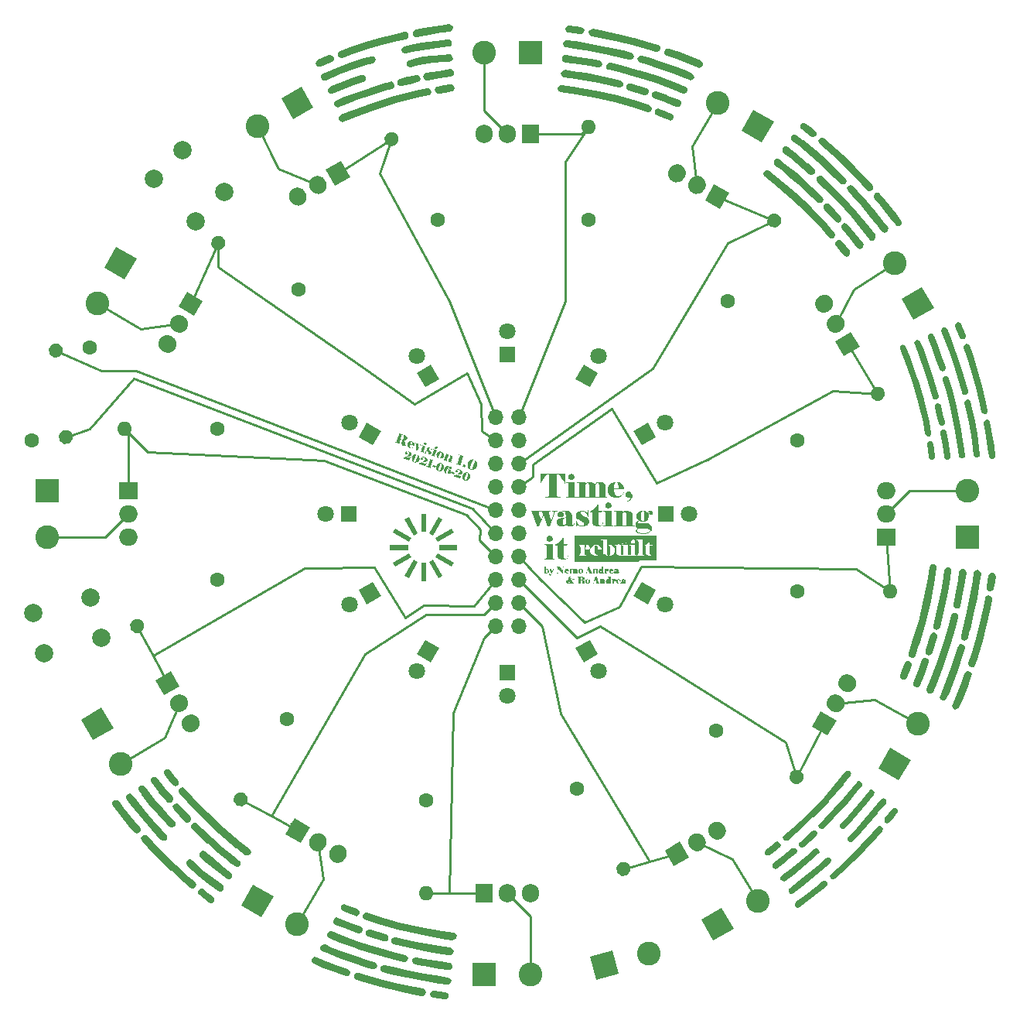
<source format=gbr>
%MOMM*%
%FSLAX46Y46*%
%IPPOS*%
%ADD10C,0.05*%
%ADD11C,0.05*%
%ADD12O,1.7X1.7*%
%ADD13C,1.6*%
%ADD14O,1.6X1.6*%
%ADD15C,0.1*%
%ADD16R,2X1.905*%
%ADD17O,2X1.905*%
%ADD18R,1.905X2*%
%ADD19O,1.905X2*%
%ADD20C,1.8*%
%ADD21R,1.8X1.8*%
%ADD22C,2.6*%
%ADD23R,2.6X2.6*%
%ADD24C,2*%
%ADD25C,0.25*%
%LPD*%
G01*
D10*
%LPD*%
G36*
X208026014Y-111342955D02*
G01*
X208173837Y-111441709D01*
X208264277Y-111594760D01*
X208279208Y-111773760D01*
X208104751Y-112983629D01*
X208101908Y-113000717D01*
X207648935Y-115401100D01*
X207644554Y-115421409D01*
X207067762Y-117794239D01*
X207062332Y-117814294D01*
X206362890Y-120154764D01*
X206357572Y-120171251D01*
X205957184Y-121326200D01*
X205863089Y-121477032D01*
X205712933Y-121572201D01*
X205536369Y-121592915D01*
X205368264Y-121535084D01*
X205241813Y-121410126D01*
X205181989Y-121242719D01*
X205201222Y-121064130D01*
X205598771Y-119917366D01*
X206292757Y-117595155D01*
X206864639Y-115242520D01*
X207314078Y-112860864D01*
X207487298Y-111659570D01*
X207551132Y-111493651D01*
X207680551Y-111371771D01*
X207849999Y-111318000D01*
G37*
%LPD*%
G36*
X207277742Y-121662353D02*
G01*
X207401270Y-121790184D01*
X207457209Y-121958917D01*
X207433883Y-122136929D01*
X206977590Y-123361642D01*
X206972353Y-123374966D01*
X206472526Y-124582567D01*
X206369745Y-124727605D01*
X206214268Y-124813785D01*
X206036803Y-124824088D01*
X205872399Y-124756477D01*
X205753525Y-124624307D01*
X205703659Y-124453680D01*
X205733340Y-124276617D01*
X206230430Y-123075630D01*
X206684223Y-121857627D01*
X206781748Y-121709004D01*
X206934041Y-121617315D01*
X207111024Y-121600669D01*
G37*
%LPD*%
G36*
X211281255Y-111848136D02*
G01*
X211429189Y-111946703D01*
X211519805Y-112099636D01*
X211534955Y-112278530D01*
X211405843Y-113182545D01*
X211403951Y-113194494D01*
X211091205Y-114993658D01*
X211088953Y-115005545D01*
X210905421Y-115900100D01*
X210831894Y-116061945D01*
X210695500Y-116175948D01*
X210523177Y-116219594D01*
X210348960Y-116184263D01*
X210207256Y-116076932D01*
X210126051Y-115918800D01*
X210121745Y-115739318D01*
X210304060Y-114850688D01*
X210614734Y-113063446D01*
X210742991Y-112165421D01*
X210806599Y-111999427D01*
X210935851Y-111877386D01*
X211105220Y-111823402D01*
G37*
%LPD*%
G36*
X211189133Y-120133118D02*
G01*
X211319817Y-120253625D01*
X211385380Y-120418857D01*
X211372343Y-120597916D01*
X211160531Y-121285020D01*
X211157711Y-121293807D01*
X210702606Y-122657557D01*
X210698956Y-122668010D01*
X210206327Y-124018513D01*
X210202389Y-124028861D01*
X209672520Y-125365340D01*
X209669020Y-125373879D01*
X209388675Y-126035984D01*
X209284723Y-126180185D01*
X209128554Y-126265104D01*
X208951012Y-126273969D01*
X208787160Y-126205030D01*
X208669360Y-126071902D01*
X208620877Y-125900877D01*
X208651991Y-125724060D01*
X208930537Y-125066204D01*
X209456665Y-123739161D01*
X209945499Y-122399063D01*
X210397390Y-121044943D01*
X210607843Y-120362246D01*
X210696648Y-120208254D01*
X210843409Y-120107947D01*
X211019139Y-120081137D01*
G37*
%LPD*%
G36*
X211949825Y-123088830D02*
G01*
X212074360Y-123215680D01*
X212131633Y-123383965D01*
X212109716Y-123562156D01*
X211796336Y-124424069D01*
X211792283Y-124434739D01*
X211116674Y-126139788D01*
X211112319Y-126150337D01*
X210750289Y-126992974D01*
X210645579Y-127136625D01*
X210488965Y-127220721D01*
X210311378Y-127228651D01*
X210147891Y-127158850D01*
X210030794Y-127025103D01*
X209983213Y-126853825D01*
X210015257Y-126677174D01*
X210375036Y-125839780D01*
X211046439Y-124145345D01*
X211357870Y-123288794D01*
X211454216Y-123139404D01*
X211605779Y-123046513D01*
X211782624Y-123028467D01*
G37*
%LPD*%
G36*
X214116883Y-114805664D02*
G01*
X214260014Y-114911085D01*
X214343331Y-115068114D01*
X214350044Y-115247522D01*
X214179037Y-116141781D01*
X214176751Y-116152877D01*
X213784363Y-117930366D01*
X213781208Y-117943586D01*
X213328724Y-119706463D01*
X213325122Y-119719568D01*
X212812935Y-121466308D01*
X212809594Y-121477132D01*
X212528771Y-122343205D01*
X212437738Y-122495891D01*
X212289536Y-122594055D01*
X212113434Y-122618309D01*
X211944213Y-122563863D01*
X211815294Y-122441471D01*
X211752139Y-122275304D01*
X211767776Y-122096453D01*
X212046851Y-121235770D01*
X212555532Y-119500989D01*
X213004637Y-117751276D01*
X213394339Y-115985958D01*
X213564282Y-115097262D01*
X213635633Y-114934446D01*
X213770486Y-114818624D01*
X213942207Y-114772672D01*
G37*
%LPD*%
G36*
X214505244Y-112267478D02*
G01*
X214653420Y-112365681D01*
X214744413Y-112518391D01*
X214760003Y-112697246D01*
X214671179Y-113330306D01*
X214670244Y-113336602D01*
X214571358Y-113968168D01*
X214505523Y-114133292D01*
X214374642Y-114253583D01*
X214204562Y-114305284D01*
X214028876Y-114278185D01*
X213882281Y-114177637D01*
X213793730Y-114023499D01*
X213780988Y-113844418D01*
X213879381Y-113215996D01*
X213967763Y-112586088D01*
X214030963Y-112419938D01*
X214159914Y-112297579D01*
X214329149Y-112243178D01*
G37*
%LPD*%
G36*
X212898272Y-111992084D02*
G01*
X213046386Y-112090381D01*
X213137281Y-112243149D01*
X213152757Y-112422014D01*
X213029005Y-113299941D01*
X213027257Y-113311184D01*
X212730018Y-115058666D01*
X212727499Y-115072082D01*
X212370859Y-116808152D01*
X212367884Y-116821474D01*
X211952155Y-118544614D01*
X211949329Y-118555636D01*
X211716961Y-119411250D01*
X211633416Y-119568159D01*
X211490134Y-119673373D01*
X211315411Y-119706113D01*
X211143756Y-119659913D01*
X211009070Y-119543897D01*
X210937954Y-119380978D01*
X210944925Y-119201580D01*
X211175803Y-118351458D01*
X211588597Y-116640483D01*
X211942490Y-114917787D01*
X212237631Y-113182642D01*
X212360589Y-112310350D01*
X212423894Y-112144240D01*
X212552923Y-112021964D01*
X212722193Y-111967671D01*
G37*
%LPD*%
G36*
X210414206Y-116698344D02*
G01*
X210551696Y-116811023D01*
X210626785Y-116972148D01*
X210624215Y-117151664D01*
X210370274Y-118186400D01*
X210366669Y-118200044D01*
X209786420Y-120249192D01*
X209781464Y-120265379D01*
X209115182Y-122287688D01*
X209109546Y-122303651D01*
X208358126Y-124296404D01*
X208352915Y-124309519D01*
X207942067Y-125292560D01*
X207838788Y-125437244D01*
X207683016Y-125522889D01*
X207505517Y-125532581D01*
X207341346Y-125464405D01*
X207222927Y-125331827D01*
X207173649Y-125161030D01*
X207203939Y-124984070D01*
X207612065Y-124007541D01*
X208358008Y-122029311D01*
X209018991Y-120023084D01*
X209595012Y-117988869D01*
X209847271Y-116960989D01*
X209926942Y-116802078D01*
X210067602Y-116693382D01*
X210241469Y-116656367D01*
G37*
%LPD*%
G36*
X208173758Y-118856773D02*
G01*
X208305117Y-118976543D01*
X208371609Y-119141403D01*
X208359580Y-119320533D01*
X208101920Y-120173379D01*
X208098984Y-120182686D01*
X207820593Y-121028992D01*
X207728913Y-121181291D01*
X207580295Y-121278824D01*
X207404093Y-121302330D01*
X207235104Y-121247167D01*
X207106706Y-121124228D01*
X207044257Y-120957795D01*
X207060653Y-120779012D01*
X207337519Y-119937340D01*
X207593766Y-119089167D01*
X207681704Y-118934678D01*
X207827897Y-118833547D01*
X208003474Y-118805749D01*
G37*
%LPD*%
G36*
X209655242Y-111708786D02*
G01*
X209803087Y-111807487D01*
X209893566Y-111960502D01*
X209908554Y-112139409D01*
X209799059Y-112901152D01*
X209797422Y-112911561D01*
X209538460Y-114428287D01*
X209536136Y-114440712D01*
X209229416Y-115948310D01*
X209226700Y-115960656D01*
X208872450Y-117457996D01*
X208869889Y-117468217D01*
X208673047Y-118212189D01*
X208590529Y-118369640D01*
X208447936Y-118475787D01*
X208273431Y-118509667D01*
X208101477Y-118464589D01*
X207966037Y-118349454D01*
X207893859Y-118187003D01*
X207899659Y-118007563D01*
X208095154Y-117268687D01*
X208446736Y-115782623D01*
X208750936Y-114287413D01*
X209007947Y-112782115D01*
X209116692Y-112025585D01*
X209180451Y-111859648D01*
X209309813Y-111737725D01*
X209479230Y-111683893D01*
G37*
%LPD*%
G36*
X205387077Y-121986014D02*
G01*
X205508559Y-122115807D01*
X205561809Y-122285420D01*
X205535627Y-122463123D01*
X205285008Y-123104116D01*
X205282094Y-123111359D01*
X205019013Y-123747339D01*
X204916257Y-123892408D01*
X204760792Y-123978632D01*
X204583318Y-123988984D01*
X204418883Y-123921419D01*
X204299958Y-123789280D01*
X204250028Y-123618660D01*
X204279673Y-123441501D01*
X204541261Y-122809131D01*
X204790459Y-122171773D01*
X204890365Y-122024726D01*
X205044117Y-121935484D01*
X205221355Y-121921671D01*
G37*
%LPD*%
G36*
X204742929Y-87354210D02*
G01*
X204869498Y-87460265D01*
X204911245Y-87535273D01*
X205368551Y-88668891D01*
X205373851Y-88682898D01*
X206188776Y-90985704D01*
X206194326Y-91002786D01*
X206888361Y-93344009D01*
X206893017Y-93361356D01*
X207464755Y-95736253D01*
X207467945Y-95750886D01*
X207702330Y-96950586D01*
X207694387Y-97115523D01*
X207610874Y-97257977D01*
X207470830Y-97345471D01*
X207306182Y-97358059D01*
X207154465Y-97292871D01*
X207050268Y-97164769D01*
X207023479Y-97083213D01*
X206790530Y-95890864D01*
X206222647Y-93531983D01*
X205533720Y-91207988D01*
X204724291Y-88920711D01*
X204269787Y-87794040D01*
X204246356Y-87630582D01*
X204301385Y-87474893D01*
X204422328Y-87362465D01*
X204581614Y-87318928D01*
G37*
%LPD*%
G36*
X209260122Y-96695451D02*
G01*
X209361327Y-96825918D01*
X209386209Y-96907999D01*
X209607330Y-98196110D01*
X209609205Y-98208343D01*
X209784090Y-99503542D01*
X209766478Y-99667718D01*
X209674748Y-99805012D01*
X209529814Y-99884119D01*
X209364721Y-99887004D01*
X209217111Y-99813009D01*
X209120640Y-99679004D01*
X209098711Y-99596085D01*
X208924655Y-98307020D01*
X208704581Y-97025009D01*
X208716306Y-96860308D01*
X208803064Y-96719820D01*
X208945075Y-96635576D01*
X209109959Y-96626785D01*
G37*
%LPD*%
G36*
X207811089Y-86154466D02*
G01*
X207937775Y-86260366D01*
X207979580Y-86335257D01*
X208322353Y-87181673D01*
X208326132Y-87191426D01*
X208960086Y-88903997D01*
X208963569Y-88913860D01*
X209254542Y-89779451D01*
X209268266Y-89943998D01*
X209204127Y-90096149D01*
X209076749Y-90201215D01*
X208915174Y-90235239D01*
X208756243Y-90190465D01*
X208636191Y-90077100D01*
X208598991Y-89999818D01*
X208309684Y-89139185D01*
X207679361Y-87436423D01*
X207338551Y-86594855D01*
X207314904Y-86431439D01*
X207369727Y-86275688D01*
X207490520Y-86163113D01*
X207649741Y-86119382D01*
G37*
%LPD*%
G36*
X211879941Y-93396038D02*
G01*
X211988491Y-93520460D01*
X212018059Y-93600972D01*
X212180311Y-94301437D01*
X212182021Y-94309229D01*
X212474054Y-95716941D01*
X212475868Y-95726339D01*
X212728803Y-97141460D01*
X212730356Y-97150904D01*
X212944048Y-98572619D01*
X212945142Y-98580521D01*
X213035582Y-99293821D01*
X213016642Y-99457850D01*
X212923804Y-99594396D01*
X212778234Y-99672328D01*
X212613123Y-99673876D01*
X212466117Y-99598688D01*
X212370734Y-99463907D01*
X212349476Y-99380813D01*
X212259538Y-98671470D01*
X212047151Y-97258432D01*
X211795901Y-95852736D01*
X211505652Y-94453620D01*
X211344299Y-93757038D01*
X211346521Y-93591936D01*
X211425046Y-93446685D01*
X211561970Y-93354404D01*
X211726073Y-93336133D01*
G37*
%LPD*%
G36*
X214017144Y-95578741D02*
G01*
X214119378Y-95708403D01*
X214144909Y-95790284D01*
X214307219Y-96692924D01*
X214308827Y-96702658D01*
X214581780Y-98516257D01*
X214583109Y-98526034D01*
X214693672Y-99436461D01*
X214673868Y-99600387D01*
X214580311Y-99736442D01*
X214434333Y-99813606D01*
X214269216Y-99814285D01*
X214122609Y-99738323D01*
X214027937Y-99603041D01*
X214007118Y-99519837D01*
X213897149Y-98614306D01*
X213625664Y-96810465D01*
X213464227Y-95912683D01*
X213474649Y-95747894D01*
X213560294Y-95606724D01*
X213701633Y-95521360D01*
X213866442Y-95511265D01*
G37*
%LPD*%
G36*
X211744841Y-87296076D02*
G01*
X211866402Y-87407820D01*
X211904636Y-87484597D01*
X212206287Y-88343637D01*
X212209401Y-88352922D01*
X212763611Y-90086786D01*
X212766997Y-90098037D01*
X213261911Y-91849476D01*
X213264914Y-91860835D01*
X213700102Y-93628332D01*
X213702309Y-93637874D01*
X213894857Y-94527744D01*
X213890237Y-94692797D01*
X213809610Y-94836892D01*
X213671360Y-94927174D01*
X213507008Y-94943059D01*
X213354026Y-94880924D01*
X213247296Y-94754938D01*
X213218901Y-94674005D01*
X213027388Y-93788921D01*
X212594776Y-92031886D01*
X212103057Y-90291756D01*
X211552128Y-88568155D01*
X211252099Y-87713735D01*
X211236170Y-87549387D01*
X211298263Y-87396389D01*
X211424220Y-87289624D01*
X211585324Y-87253436D01*
G37*
%LPD*%
G36*
X210809205Y-84895962D02*
G01*
X210936151Y-85001549D01*
X210978140Y-85076338D01*
X211219549Y-85668263D01*
X211221586Y-85673374D01*
X211453546Y-86269066D01*
X211474993Y-86432785D01*
X211418080Y-86587785D01*
X211295784Y-86698724D01*
X211135988Y-86740309D01*
X210975127Y-86703058D01*
X210849877Y-86595464D01*
X210809084Y-86520017D01*
X210578123Y-85926892D01*
X210337752Y-85337512D01*
X210313703Y-85174154D01*
X210368142Y-85018269D01*
X210488658Y-84905397D01*
X210647771Y-84861275D01*
G37*
%LPD*%
G36*
X209281504Y-85465743D02*
G01*
X209408382Y-85571411D01*
X209450324Y-85646226D01*
X209784618Y-86467394D01*
X209788197Y-86476556D01*
X210409582Y-88136654D01*
X210413530Y-88147774D01*
X210977827Y-89827863D01*
X210981392Y-89839112D01*
X211488108Y-91537724D01*
X211490786Y-91547189D01*
X211719966Y-92403662D01*
X211723332Y-92568745D01*
X211649766Y-92716570D01*
X211516043Y-92813431D01*
X211352651Y-92837243D01*
X211196844Y-92782579D01*
X211084148Y-92661900D01*
X211051873Y-92582435D01*
X210823963Y-91730710D01*
X210320341Y-90042471D01*
X209759802Y-88373570D01*
X209142209Y-86723603D01*
X208809770Y-85906993D01*
X208785825Y-85743620D01*
X208840363Y-85587770D01*
X208960950Y-85474975D01*
X209120092Y-85430953D01*
G37*
%LPD*%
G36*
X209490065Y-90804258D02*
G01*
X209605687Y-90922137D01*
X209639901Y-91000787D01*
X209940464Y-92022955D01*
X209943699Y-92034718D01*
X210472049Y-94097857D01*
X210475379Y-94112108D01*
X210915864Y-96195288D01*
X210918587Y-96209667D01*
X211270615Y-98310089D01*
X211272419Y-98322154D01*
X211411354Y-99378499D01*
X211393177Y-99542613D01*
X211300975Y-99679590D01*
X211155770Y-99758199D01*
X210990668Y-99760516D01*
X210843314Y-99686013D01*
X210747304Y-99551677D01*
X210725660Y-99468684D01*
X210587521Y-98418388D01*
X210237711Y-96331200D01*
X209800255Y-94262344D01*
X209275234Y-92212203D01*
X208976392Y-91195888D01*
X208968979Y-91030937D01*
X209038898Y-90881353D01*
X209170206Y-90781242D01*
X209332964Y-90753430D01*
G37*
%LPD*%
G36*
X208632278Y-93807142D02*
G01*
X208741525Y-93930952D01*
X208771545Y-94011297D01*
X208977466Y-94878092D01*
X208979315Y-94886324D01*
X209164027Y-95757885D01*
X209158705Y-95922917D01*
X209077467Y-96066668D01*
X208938834Y-96156362D01*
X208774416Y-96171548D01*
X208621700Y-96108764D01*
X208515506Y-95982325D01*
X208487456Y-95901272D01*
X208303619Y-95033841D01*
X208098673Y-94171148D01*
X208099967Y-94006035D01*
X208177674Y-93860345D01*
X208314077Y-93767296D01*
X208478076Y-93748103D01*
G37*
%LPD*%
G36*
X206335288Y-86851485D02*
G01*
X206461878Y-86957499D01*
X206503615Y-87032429D01*
X206791835Y-87745991D01*
X206795135Y-87754480D01*
X207333623Y-89195852D01*
X207337285Y-89206148D01*
X207829897Y-90663634D01*
X207833232Y-90674041D01*
X208279599Y-92146548D01*
X208282127Y-92155299D01*
X208485903Y-92897402D01*
X208490346Y-93062460D01*
X208417747Y-93210762D01*
X208284659Y-93308493D01*
X208121426Y-93333372D01*
X207965266Y-93279725D01*
X207851784Y-93159785D01*
X207818991Y-93080532D01*
X207616421Y-92342823D01*
X207172960Y-90879902D01*
X206683847Y-89432771D01*
X206148865Y-88000783D01*
X205862351Y-87291446D01*
X205838852Y-87128009D01*
X205893816Y-86972307D01*
X206014710Y-86859842D01*
X206173972Y-86816255D01*
G37*
%LPD*%
G36*
X207786268Y-97928659D02*
G01*
X207885392Y-98060727D01*
X207908979Y-98143265D01*
X208014505Y-98823373D01*
X208015475Y-98830053D01*
X208107708Y-99512091D01*
X208090131Y-99676281D01*
X207998429Y-99813606D01*
X207853507Y-99892759D01*
X207688405Y-99895695D01*
X207540761Y-99821745D01*
X207444234Y-99687767D01*
X207422262Y-99604784D01*
X207330481Y-98926094D01*
X207225473Y-98249318D01*
X207239842Y-98084816D01*
X207328847Y-97945728D01*
X207472196Y-97863762D01*
X207637209Y-97857604D01*
G37*
%LPD*%
G36*
X189971642Y-68314955D02*
G01*
X190935282Y-69067029D01*
X190948705Y-69077980D01*
X192807525Y-70662848D01*
X192822980Y-70676735D01*
X194596413Y-72355407D01*
X194611126Y-72370077D01*
X196295580Y-74139154D01*
X196307251Y-74151956D01*
X197111056Y-75072888D01*
X197195275Y-75229449D01*
X197203345Y-75407040D01*
X197133672Y-75570594D01*
X197000015Y-75687811D01*
X196828768Y-75735544D01*
X196653748Y-75704367D01*
X196508268Y-75599012D01*
X195710160Y-74684607D01*
X194038848Y-72929332D01*
X192280508Y-71264946D01*
X190436187Y-69692440D01*
X189479378Y-68945699D01*
X189367038Y-68807917D01*
X189325488Y-68635066D01*
X189362932Y-68461279D01*
X189471977Y-68320875D01*
X189631088Y-68241580D01*
X189808845Y-68239053D01*
G37*
%LPD*%
G36*
X198404974Y-74084880D02*
G01*
X198547920Y-74193502D01*
X199384531Y-75197597D01*
X199393496Y-75208758D01*
X200193640Y-76242148D01*
X200268518Y-76403372D01*
X200266143Y-76581120D01*
X200186984Y-76740286D01*
X200046676Y-76849436D01*
X199872929Y-76887011D01*
X199700058Y-76845592D01*
X199561090Y-76731924D01*
X198765331Y-75704196D01*
X197933302Y-74705600D01*
X197852703Y-74547159D01*
X197848715Y-74369439D01*
X197922127Y-74207542D01*
X198058440Y-74093442D01*
X198230731Y-74049673D01*
G37*
%LPD*%
G36*
X192026114Y-65739337D02*
G01*
X192746764Y-66300209D01*
X192756198Y-66307784D01*
X194162734Y-67472455D01*
X194171934Y-67480311D01*
X194857356Y-68083727D01*
X194961346Y-68227901D01*
X194992597Y-68402896D01*
X194944935Y-68574152D01*
X194827776Y-68707844D01*
X194664257Y-68777569D01*
X194486674Y-68769556D01*
X194328734Y-68684191D01*
X193647852Y-68084773D01*
X192250638Y-66927820D01*
X191534762Y-66370663D01*
X191422246Y-66233040D01*
X191380473Y-66060254D01*
X191417693Y-65886430D01*
X191526555Y-65745899D01*
X191685559Y-65666415D01*
X191863302Y-65663677D01*
G37*
%LPD*%
G36*
X199018218Y-69910401D02*
G01*
X199167182Y-70010611D01*
X199658482Y-70535587D01*
X199664710Y-70542397D01*
X200622604Y-71614487D01*
X200629866Y-71622845D01*
X201557632Y-72720931D01*
X201564660Y-72729486D01*
X202461764Y-73852937D01*
X202467439Y-73860214D01*
X202903015Y-74432271D01*
X202976585Y-74594097D01*
X202972771Y-74771819D01*
X202892327Y-74930340D01*
X202751140Y-75038350D01*
X202577094Y-75074517D01*
X202404564Y-75031700D01*
X202266521Y-74916911D01*
X201833741Y-74348526D01*
X200942970Y-73233006D01*
X200022352Y-72143380D01*
X199071219Y-71078858D01*
X198583072Y-70557251D01*
X198493483Y-70403714D01*
X198479269Y-70226519D01*
X198543236Y-70060663D01*
X198672752Y-69938903D01*
X198842237Y-69885286D01*
G37*
%LPD*%
G36*
X201962611Y-70734614D02*
G01*
X202106412Y-70842102D01*
X202699034Y-71542031D01*
X202706284Y-71550846D01*
X203850979Y-72983786D01*
X203857974Y-72992804D01*
X204409710Y-73725394D01*
X204482427Y-73887605D01*
X204477677Y-74065305D01*
X204396398Y-74223400D01*
X204254644Y-74330664D01*
X204080410Y-74365914D01*
X203908108Y-74322188D01*
X203770672Y-74206674D01*
X203222369Y-73478641D01*
X202084798Y-72054619D01*
X201495864Y-71359046D01*
X201414014Y-71201247D01*
X201408621Y-71023565D01*
X201480750Y-70861092D01*
X201616156Y-70745917D01*
X201788096Y-70700787D01*
G37*
%LPD*%
G36*
X195841866Y-64686354D02*
G01*
X196000937Y-64769593D01*
X196692319Y-65361990D01*
X196700817Y-65369482D01*
X198048999Y-66592527D01*
X198058908Y-66601828D01*
X199364573Y-67869786D01*
X199374161Y-67879419D01*
X200636177Y-69191192D01*
X200643915Y-69199467D01*
X201256312Y-69873198D01*
X201343661Y-70028020D01*
X201355300Y-70205403D01*
X201288929Y-70370312D01*
X201157658Y-70490178D01*
X200987412Y-70541327D01*
X200811815Y-70513658D01*
X200664322Y-70411294D01*
X200055736Y-69741756D01*
X198802360Y-68438963D01*
X197506446Y-67180474D01*
X196167493Y-65965802D01*
X195480414Y-65377093D01*
X195374500Y-65234326D01*
X195340906Y-65059766D01*
X195386266Y-64887886D01*
X195501622Y-64752635D01*
X195664191Y-64680723D01*
G37*
%LPD*%
G36*
X193990648Y-63147647D02*
G01*
X194496090Y-63539033D01*
X194501091Y-63542969D01*
X195000241Y-63942347D01*
X195110896Y-64081471D01*
X195150341Y-64254804D01*
X195110786Y-64428111D01*
X195000043Y-64567165D01*
X194839984Y-64644503D01*
X194662221Y-64644850D01*
X194500441Y-64567007D01*
X194003773Y-64169615D01*
X193500850Y-63780181D01*
X193387996Y-63642835D01*
X193345798Y-63470152D01*
X193382590Y-63296237D01*
X193491106Y-63155439D01*
X193649914Y-63075564D01*
X193827650Y-63072388D01*
G37*
%LPD*%
G36*
X192953818Y-64406207D02*
G01*
X193654482Y-64949474D01*
X193663374Y-64956573D01*
X195032745Y-66082125D01*
X195043141Y-66090971D01*
X196373116Y-67262421D01*
X196383204Y-67271617D01*
X197672621Y-68487941D01*
X197680786Y-68495866D01*
X198308159Y-69122342D01*
X198402892Y-69272761D01*
X198423093Y-69449373D01*
X198364774Y-69617298D01*
X198239451Y-69743371D01*
X198071877Y-69802692D01*
X197895148Y-69783545D01*
X197742879Y-69688432D01*
X197119531Y-69065975D01*
X195839219Y-67858240D01*
X194519489Y-66695814D01*
X193159786Y-65578210D01*
X192463618Y-65038429D01*
X192350851Y-64901011D01*
X192308763Y-64728302D01*
X192345666Y-64554411D01*
X192454271Y-64413681D01*
X192613130Y-64333907D01*
X192790868Y-64330845D01*
G37*
%LPD*%
G36*
X195649642Y-68857810D02*
G01*
X195804198Y-68949160D01*
X196576352Y-69683289D01*
X196586406Y-69693191D01*
X198077144Y-71214177D01*
X198088735Y-71226514D01*
X199513465Y-72808858D01*
X199524523Y-72821675D01*
X200881330Y-74463251D01*
X200890128Y-74474285D01*
X201539511Y-75318955D01*
X201613834Y-75480436D01*
X201610848Y-75658175D01*
X201531142Y-75817068D01*
X201390459Y-75925734D01*
X201216584Y-75962712D01*
X201043857Y-75920698D01*
X200905281Y-75806553D01*
X200260199Y-74967479D01*
X198913281Y-73337868D01*
X197499880Y-71768106D01*
X196020008Y-70258208D01*
X195252968Y-69528942D01*
X195154576Y-69380891D01*
X195130050Y-69204827D01*
X195184234Y-69035523D01*
X195306427Y-68906415D01*
X195472496Y-68843003D01*
G37*
%LPD*%
G36*
X196413133Y-71892372D02*
G01*
X196562658Y-71991743D01*
X197175071Y-72638804D01*
X197181693Y-72645974D01*
X197778137Y-73307784D01*
X197864827Y-73462977D01*
X197875712Y-73640407D01*
X197808641Y-73805033D01*
X197676861Y-73924340D01*
X197506399Y-73974765D01*
X197330921Y-73946350D01*
X197183865Y-73843360D01*
X196590690Y-73185176D01*
X195981630Y-72541659D01*
X195891179Y-72388627D01*
X195875969Y-72211515D01*
X195939003Y-72045302D01*
X196067833Y-71922816D01*
X196237014Y-71868247D01*
G37*
%LPD*%
G36*
X191097930Y-67082097D02*
G01*
X191704816Y-67555310D01*
X191713039Y-67561898D01*
X192901100Y-68539667D01*
X192910733Y-68547853D01*
X194067160Y-69562548D01*
X194076529Y-69571035D01*
X195200456Y-70621896D01*
X195208057Y-70629193D01*
X195756154Y-71169407D01*
X195851866Y-71319204D01*
X195873220Y-71495681D01*
X195815998Y-71663983D01*
X195691501Y-71790871D01*
X195524318Y-71851285D01*
X195347467Y-71833292D01*
X195194580Y-71739175D01*
X194650237Y-71202660D01*
X193534773Y-70159712D01*
X192387850Y-69153356D01*
X191208739Y-68182953D01*
X190606006Y-67712979D01*
X190493615Y-67575254D01*
X190451998Y-67402430D01*
X190489375Y-67228640D01*
X190598365Y-67088208D01*
X190757441Y-67008868D01*
X190935186Y-67006290D01*
G37*
%LPD*%
G36*
X197747438Y-75892308D02*
G01*
X197888699Y-76003256D01*
X198320705Y-76539029D01*
X198325546Y-76545154D01*
X198747015Y-77089256D01*
X198821932Y-77250475D01*
X198819601Y-77428234D01*
X198740481Y-77587433D01*
X198600196Y-77696631D01*
X198426451Y-77734266D01*
X198253554Y-77692905D01*
X198114485Y-77579222D01*
X197695409Y-77038208D01*
X197265851Y-76505472D01*
X197187802Y-76345747D01*
X197186664Y-76167975D01*
X197262662Y-76007263D01*
X197400789Y-75895348D01*
X197573767Y-75854329D01*
G37*
%LPD*%
G36*
X167665104Y-102607462D02*
G01*
X167605104Y-102607462D01*
X167503352Y-102388153D01*
X167375794Y-102152379D01*
X167242912Y-101919546D01*
X167100624Y-101729046D01*
X167029774Y-101646584D01*
X166902774Y-101556626D01*
X166846624Y-101549129D01*
X166705514Y-101542029D01*
X166705514Y-103598726D01*
X166712514Y-103761002D01*
X166727231Y-103862720D01*
X166758414Y-103919752D01*
X166803684Y-103956792D01*
X166874834Y-103972672D01*
X166950086Y-103979169D01*
X167015944Y-103983252D01*
X167077092Y-103986769D01*
X167128834Y-103990352D01*
X167128834Y-104046792D01*
X165403754Y-104046792D01*
X165403754Y-103990352D01*
X165636584Y-103979772D01*
X165731244Y-103963899D01*
X165781224Y-103926852D01*
X165815324Y-103872174D01*
X165830624Y-103768102D01*
X165837624Y-103605823D01*
X165837624Y-101542073D01*
X165700034Y-101549173D01*
X165642560Y-101556229D01*
X165517325Y-101640895D01*
X165449564Y-101718506D01*
X165311396Y-101899599D01*
X165170874Y-102141839D01*
X165040341Y-102388784D01*
X164938034Y-102607506D01*
X164878034Y-102607506D01*
X164878154Y-101475046D01*
X167665104Y-101475046D01*
G37*
%LPD*%
G36*
X168627334Y-103605810D02*
G01*
X168631334Y-103768089D01*
X168634867Y-103880978D01*
X168652534Y-103937422D01*
X168687246Y-103971520D01*
X168776004Y-103986812D01*
X168860704Y-103990312D01*
X168860084Y-104046796D01*
X167717084Y-104046796D01*
X167717084Y-103990356D01*
X167801784Y-103986856D01*
X167890562Y-103971571D01*
X167925254Y-103937466D01*
X167942921Y-103883371D01*
X167946454Y-103768133D01*
X167949454Y-103605853D01*
X167949454Y-102762716D01*
X167946454Y-102618077D01*
X167938254Y-102540464D01*
X167925254Y-102491077D01*
X167894687Y-102454037D01*
X167798254Y-102438157D01*
X167703054Y-102431057D01*
X167703054Y-102374617D01*
X168627334Y-102374617D01*
G37*
%LPD*%
G36*
X168355483Y-101457845D02*
G01*
X168477193Y-101505470D01*
X168528494Y-101549126D01*
X168575381Y-101597191D01*
X168626532Y-101715372D01*
X168630794Y-101785487D01*
X168626532Y-101854280D01*
X168575381Y-101974224D01*
X168528494Y-102025376D01*
X168477185Y-102069032D01*
X168355475Y-102116657D01*
X168285074Y-102120626D01*
X168216136Y-102116657D01*
X168094426Y-102069032D01*
X168041654Y-102025376D01*
X167996371Y-101974222D01*
X167946971Y-101854278D01*
X167942854Y-101785488D01*
X167946971Y-101718461D01*
X167996371Y-101602045D01*
X168041654Y-101552656D01*
X168094426Y-101507382D01*
X168216136Y-101457992D01*
X168285074Y-101453876D01*
G37*
%LPD*%
G36*
X167942854Y-101785488D02*
G01*
X167942854Y-101785489D01*
X167942854Y-101785487D01*
G37*
%LPD*%
G36*
X170420210Y-102342848D02*
G01*
X170591310Y-102385183D01*
X170665835Y-102423990D01*
X170736682Y-102468088D01*
X170846042Y-102591561D01*
X170884555Y-102670936D01*
X170911638Y-102595677D01*
X170976255Y-102473380D01*
X171026521Y-102411939D01*
X171241716Y-102344912D01*
X171406645Y-102339326D01*
X171523944Y-102344912D01*
X171732084Y-102411939D01*
X171822925Y-102473380D01*
X171903766Y-102543642D01*
X171991956Y-102716503D01*
X171999305Y-102819103D01*
X171999305Y-103605797D01*
X172002305Y-103768075D01*
X172005255Y-103885667D01*
X172020005Y-103937408D01*
X172055305Y-103969160D01*
X172147005Y-103986798D01*
X172210505Y-103990298D01*
X172210924Y-104046796D01*
X171149064Y-104046796D01*
X171149064Y-103990356D01*
X171255482Y-103983888D01*
X171293694Y-103951546D01*
X171314277Y-103895099D01*
X171318394Y-103768102D01*
X171322394Y-103605823D01*
X171322394Y-102893212D01*
X171318394Y-102748573D01*
X171311927Y-102610990D01*
X171279594Y-102529852D01*
X171259447Y-102499130D01*
X171194187Y-102465615D01*
X171149074Y-102462822D01*
X171083809Y-102472817D01*
X171011484Y-102522792D01*
X170978101Y-102555716D01*
X170930501Y-102668605D01*
X170916284Y-102748569D01*
X170916284Y-103605819D01*
X170919284Y-103768099D01*
X170921051Y-103870401D01*
X170929884Y-103930376D01*
X170941492Y-103953454D01*
X171010287Y-103983439D01*
X171067474Y-103990346D01*
X171067474Y-104046786D01*
X170065585Y-104046786D01*
X170065585Y-103990346D01*
X170169652Y-103983878D01*
X170210225Y-103951536D01*
X170230808Y-103895089D01*
X170234925Y-103768093D01*
X170238925Y-103605813D01*
X170238925Y-102893203D01*
X170234925Y-102748563D01*
X170228458Y-102610981D01*
X170196125Y-102529843D01*
X170175978Y-102499121D01*
X170110712Y-102465606D01*
X170065594Y-102462813D01*
X170008707Y-102466047D01*
X169925802Y-102504852D01*
X169899785Y-102540423D01*
X169860418Y-102618621D01*
X169832785Y-102699173D01*
X169832785Y-103605811D01*
X169836785Y-103768090D01*
X169838552Y-103870394D01*
X169847385Y-103930367D01*
X169858993Y-103953445D01*
X169927788Y-103983430D01*
X169984975Y-103990337D01*
X169984975Y-104046777D01*
X168930145Y-104046777D01*
X168930145Y-103990337D01*
X169007745Y-103986837D01*
X169096523Y-103971552D01*
X169131215Y-103937447D01*
X169148882Y-103883351D01*
X169152415Y-103768113D01*
X169156415Y-103605834D01*
X169156415Y-102762697D01*
X169152415Y-102618057D01*
X169144215Y-102540444D01*
X169131215Y-102491057D01*
X169100648Y-102454017D01*
X169004215Y-102438137D01*
X168923115Y-102431037D01*
X168923115Y-102374597D01*
X169819165Y-102374597D01*
X169819165Y-102639180D01*
X169860877Y-102540401D01*
X169942635Y-102441624D01*
X169998177Y-102394735D01*
X170188677Y-102343583D01*
X170323635Y-102339320D01*
G37*
%LPD*%
G36*
X173142692Y-102400356D02*
G01*
X173063317Y-102455036D01*
X173037594Y-102505160D01*
X172999394Y-102630396D01*
X172977594Y-102833243D01*
X172970594Y-103059023D01*
X173439694Y-103059019D01*
X173435861Y-103017859D01*
X173432694Y-102967299D01*
X173432694Y-102833243D01*
X173423877Y-102635688D01*
X173379794Y-102508689D01*
X173350109Y-102456948D01*
X173302008Y-102427348D01*
X173547607Y-102398858D01*
X173722797Y-102463558D01*
X173838334Y-102568656D01*
X173936963Y-102687572D01*
X174044558Y-102968030D01*
X174053524Y-103129573D01*
X172970494Y-103129573D01*
X172973444Y-103257749D01*
X172988194Y-103390629D01*
X173014677Y-103519980D01*
X173062294Y-103644629D01*
X173125831Y-103760458D01*
X173217514Y-103845713D01*
X173270727Y-103879666D01*
X173397727Y-103916706D01*
X173471514Y-103919793D01*
X173575292Y-103914795D01*
X173744627Y-103854824D01*
X173810184Y-103799850D01*
X173871185Y-103735615D01*
X173968200Y-103582155D01*
X174004214Y-103492930D01*
X174060584Y-103517629D01*
X174006188Y-103645217D01*
X173847438Y-103853356D01*
X173743084Y-103933906D01*
X173630486Y-104001816D01*
X173372956Y-104075899D01*
X173228024Y-104082073D01*
X173026058Y-104072519D01*
X172683863Y-103957867D01*
X172543634Y-103852769D01*
X172479399Y-103792723D01*
X172378858Y-103654258D01*
X172286695Y-103407975D01*
X172275524Y-103210713D01*
X172286989Y-103025945D01*
X172381579Y-102787489D01*
X172484768Y-102648583D01*
X172550694Y-102586296D01*
X172694596Y-102473113D01*
X172931211Y-102385478D01*
G37*
%LPD*%
G36*
X173412352Y-102348906D02*
G01*
X173547607Y-102398858D01*
X173302008Y-102427348D01*
X173258384Y-102400503D01*
X173196344Y-102395799D01*
X173142692Y-102400356D01*
X172931211Y-102385478D01*
X173027971Y-102349641D01*
X173217444Y-102339352D01*
G37*
%LPD*%
G36*
X174635424Y-103407073D02*
G01*
X174787119Y-103477628D01*
X174848264Y-103542303D01*
X174903241Y-103613446D01*
X174963216Y-103779252D01*
X174968214Y-103873916D01*
X174959835Y-104009293D01*
X174859290Y-104240362D01*
X174767124Y-104336053D01*
X174662762Y-104420132D01*
X174415817Y-104511854D01*
X174273234Y-104519497D01*
X174266234Y-104470129D01*
X174357813Y-104457483D01*
X174521858Y-104393983D01*
X174594324Y-104343129D01*
X174658999Y-104286391D01*
X174729554Y-104152336D01*
X174735434Y-104075019D01*
X174733667Y-104039737D01*
X174724834Y-104018569D01*
X174716051Y-104003861D01*
X174700134Y-104000919D01*
X174670151Y-104005034D01*
X174619034Y-104025609D01*
X174564382Y-104046184D01*
X174516724Y-104050299D01*
X174459401Y-104046624D01*
X174353571Y-104002529D01*
X174305064Y-103962109D01*
X174261385Y-103916397D01*
X174213735Y-103808800D01*
X174209764Y-103746916D01*
X174213585Y-103676506D01*
X174259435Y-103554796D01*
X174301464Y-103503496D01*
X174351314Y-103456607D01*
X174473019Y-103405456D01*
X174544874Y-103401193D01*
G37*
%LPD*%
G36*
X164845704Y-105574722D02*
G01*
X164821004Y-105574722D01*
X164801021Y-105576485D01*
X164757504Y-105585302D01*
X164719254Y-105606467D01*
X164711604Y-105669972D01*
X164712104Y-105694664D01*
X164714604Y-105719362D01*
X164722571Y-105754630D01*
X164746404Y-105832249D01*
X164781087Y-105935733D01*
X164841704Y-106114472D01*
X164909889Y-106312616D01*
X164982814Y-106513112D01*
X165204934Y-105962858D01*
X165130834Y-105758245D01*
X165103217Y-105691809D01*
X165077934Y-105641829D01*
X165048534Y-105598907D01*
X165000334Y-105581859D01*
X164922734Y-105574759D01*
X164922734Y-105518319D01*
X166002234Y-105518319D01*
X166002234Y-105574759D01*
X165949334Y-105574759D01*
X165917601Y-105576522D01*
X165871734Y-105585339D01*
X165830567Y-105606504D01*
X165822334Y-105670009D01*
X165823001Y-105694701D01*
X165826334Y-105719399D01*
X165834884Y-105758195D01*
X165861634Y-105853453D01*
X165903396Y-105976925D01*
X165971004Y-106170953D01*
X166040394Y-106367920D01*
X166090944Y-106506092D01*
X166334364Y-105871092D01*
X166372614Y-105746444D01*
X166380264Y-105673536D01*
X166376147Y-105627084D01*
X166355564Y-105606506D01*
X166327931Y-105593578D01*
X166288564Y-105585336D01*
X166248014Y-105579419D01*
X166214464Y-105578236D01*
X166186264Y-105575319D01*
X166158064Y-105574736D01*
X166158064Y-105518296D01*
X166747204Y-105518296D01*
X166747204Y-105574706D01*
X166620204Y-105588806D01*
X166567872Y-105606303D01*
X166469092Y-105728012D01*
X166422644Y-105832225D01*
X165900534Y-107204532D01*
X165646534Y-107204532D01*
X165237314Y-106047419D01*
X164782224Y-107204529D01*
X164531754Y-107204529D01*
X164478261Y-107051659D01*
X164422394Y-106894085D01*
X164350692Y-106693002D01*
X164217784Y-106322585D01*
X164089019Y-105955107D01*
X164023754Y-105782835D01*
X163981987Y-105674649D01*
X163956754Y-105627612D01*
X163932037Y-105599977D01*
X163893254Y-105588802D01*
X163850937Y-105579985D01*
X163808554Y-105578222D01*
X163770337Y-105575305D01*
X163734454Y-105574722D01*
X163734454Y-105518282D01*
X164845704Y-105518282D01*
G37*
%LPD*%
G36*
X167402335Y-106093436D02*
G01*
X167372904Y-106121618D01*
X167320114Y-106160425D01*
X167163129Y-106202760D01*
X167058934Y-106206288D01*
X166943689Y-106195705D01*
X166847264Y-106142788D01*
X166806839Y-106107509D01*
X166762739Y-106019314D01*
X166759064Y-105966398D01*
X166769207Y-105860711D01*
X166890917Y-105686086D01*
X166904207Y-105677874D01*
G37*
%LPD*%
G36*
X167621494Y-106276268D02*
G01*
X167542744Y-106315665D01*
X167609545Y-106266300D01*
G37*
%LPD*%
G36*
X167578608Y-106240491D02*
G01*
X167586872Y-106238029D01*
X167634514Y-106213331D01*
X167666847Y-106179231D01*
X167673314Y-106121611D01*
X167669314Y-105800582D01*
X167663431Y-105675934D01*
X167634014Y-105603028D01*
X167613132Y-105575542D01*
X167539047Y-105545557D01*
X167485844Y-105543058D01*
X167418854Y-105548350D01*
X167365904Y-105574808D01*
X167327654Y-105609498D01*
X167320004Y-105655948D01*
X167332354Y-105698278D01*
X167394104Y-105754728D01*
X167429671Y-105785447D01*
X167468471Y-105871877D01*
X167471704Y-105927588D01*
X167467587Y-105981241D01*
X167418187Y-106078256D01*
X167402335Y-106093436D01*
X166904207Y-105677874D01*
X167002484Y-105617148D01*
X167129776Y-105557323D01*
X167422581Y-105492060D01*
X167588094Y-105486621D01*
X167729058Y-105491619D01*
X167991878Y-105551591D01*
X168113734Y-105606565D01*
X168223679Y-105670212D01*
X168286800Y-105765825D01*
X167609545Y-106266300D01*
G37*
%LPD*%
G36*
X167392777Y-106432676D02*
G01*
X167369894Y-106523808D01*
X167355144Y-106623763D01*
X167352194Y-106728418D01*
X167356311Y-106876585D01*
X167376894Y-106982418D01*
X167391889Y-107026074D01*
X167448334Y-107073699D01*
X167489784Y-107077668D01*
X167553854Y-107068848D01*
X167606204Y-107024748D01*
X167652637Y-106970653D01*
X167673204Y-106911858D01*
X167673284Y-106911829D01*
X167673284Y-106249873D01*
X168349366Y-105919758D01*
X168353614Y-105969925D01*
X168353614Y-106777788D01*
X168357147Y-106881856D01*
X168374814Y-106950648D01*
X168385864Y-106979752D01*
X168429964Y-107011502D01*
X168463014Y-107014148D01*
X168463514Y-107014135D01*
X168503656Y-107009872D01*
X168561861Y-106958719D01*
X168579924Y-106911829D01*
X168609341Y-106799528D01*
X168615224Y-106661358D01*
X168664624Y-106661358D01*
X168659920Y-106807761D01*
X168603475Y-107012371D01*
X168551734Y-107070579D01*
X168445901Y-107157011D01*
X168354174Y-107194052D01*
X168257746Y-107217569D01*
X168128404Y-107222272D01*
X168053877Y-107219038D01*
X167918052Y-107180233D01*
X167856754Y-107144662D01*
X167802370Y-107103652D01*
X167731815Y-106999584D01*
X167715644Y-106936525D01*
X167684207Y-107005904D01*
X167588957Y-107115264D01*
X167525144Y-107155245D01*
X167456503Y-107187585D01*
X167285408Y-107222865D01*
X167182954Y-107225805D01*
X167073592Y-107220660D01*
X166890147Y-107158924D01*
X166816064Y-107102332D01*
X166751389Y-107036628D01*
X166680834Y-106865531D01*
X166674954Y-106760138D01*
X166678629Y-106674883D01*
X166722729Y-106533772D01*
X166763154Y-106477915D01*
X166851941Y-106382666D01*
X166943074Y-106343861D01*
X167051244Y-106320353D01*
X167225294Y-106301531D01*
X167398742Y-106283296D01*
X167469748Y-106269414D01*
X167540914Y-106314506D01*
X167466286Y-106350945D01*
X167422794Y-106386225D01*
G37*
%LPD*%
G36*
X167542744Y-106315665D02*
G01*
X167540914Y-106314506D01*
X167550932Y-106309614D01*
G37*
%LPD*%
G36*
X167621494Y-106276268D02*
G01*
X167620656Y-106275570D01*
X167623604Y-106274130D01*
G37*
%LPD*%
G36*
X167542744Y-106315665D02*
G01*
X167466286Y-106350945D01*
X167540914Y-106314506D01*
G37*
%LPD*%
G36*
X168286800Y-105765825D02*
G01*
X168343619Y-105851892D01*
X168349366Y-105919758D01*
X167673284Y-106249873D01*
X167673284Y-106238025D01*
X167662684Y-106234525D01*
X167623604Y-106274130D01*
X167620656Y-106275570D01*
X167609545Y-106266300D01*
G37*
%LPD*%
G36*
X167469748Y-106269414D02*
G01*
X167503984Y-106262721D01*
X167578608Y-106240491D01*
X167609545Y-106266300D01*
X167550932Y-106309614D01*
X167540914Y-106314506D01*
G37*
%LPD*%
G36*
X170140544Y-106156889D02*
G01*
X170094644Y-106156889D01*
X170064077Y-106069280D01*
X170024044Y-105969916D01*
X169975266Y-105867612D01*
X169900574Y-105765309D01*
X169821207Y-105667706D01*
X169734774Y-105603029D01*
X169638344Y-105555987D01*
X169508994Y-105546579D01*
X169416081Y-105554811D01*
X169346714Y-105595969D01*
X169296714Y-105645945D01*
X169286714Y-105712386D01*
X169293764Y-105787646D01*
X169329014Y-105839386D01*
X169381369Y-105886423D01*
X169459544Y-105938166D01*
X169554227Y-105992848D01*
X169688844Y-106068696D01*
X169831722Y-106146306D01*
X169953434Y-106223916D01*
X170063379Y-106307994D01*
X170147464Y-106417946D01*
X170183031Y-106475860D01*
X170221831Y-106606387D01*
X170225064Y-106679000D01*
X170216392Y-106809234D01*
X170112321Y-107013845D01*
X170016924Y-107088223D01*
X169910944Y-107151282D01*
X169662234Y-107220073D01*
X169519504Y-107225806D01*
X169368989Y-107215223D01*
X169223174Y-107162306D01*
X169082644Y-107091159D01*
X168944474Y-107017666D01*
X168900357Y-107030013D01*
X168863374Y-107091746D01*
X168832791Y-107167591D01*
X168821074Y-107250496D01*
X168771674Y-107250496D01*
X168771684Y-106460275D01*
X168817584Y-106460275D01*
X168909292Y-106720742D01*
X169001034Y-106880079D01*
X169095092Y-107002964D01*
X169198584Y-107081162D01*
X169255175Y-107111884D01*
X169387470Y-107145399D01*
X169463174Y-107148192D01*
X169547256Y-107140549D01*
X169614864Y-107102332D01*
X169667781Y-107047063D01*
X169678364Y-106968278D01*
X169670131Y-106868324D01*
X169628964Y-106806002D01*
X169570161Y-106751907D01*
X169473744Y-106693112D01*
X169362027Y-106627848D01*
X169226804Y-106555528D01*
X169096271Y-106479094D01*
X168993964Y-106407362D01*
X168908724Y-106330341D01*
X168849324Y-106241555D01*
X168808157Y-106145131D01*
X168799924Y-106029889D01*
X168808156Y-105904358D01*
X168906936Y-105703276D01*
X168997484Y-105627725D01*
X169099939Y-105561430D01*
X169341594Y-105489109D01*
X169480794Y-105483082D01*
X169612494Y-105491314D01*
X169734794Y-105532472D01*
X169851792Y-105591854D01*
X169971144Y-105648886D01*
X170018194Y-105638891D01*
X170055844Y-105588916D01*
X170085261Y-105525418D01*
X170091144Y-105447809D01*
X170140544Y-105447809D01*
G37*
%LPD*%
G36*
X171235424Y-105518358D02*
G01*
X171697564Y-105518358D01*
X171648164Y-105652412D01*
X171235414Y-105652412D01*
X171235414Y-106611968D01*
X171242414Y-106791885D01*
X171245206Y-106864645D01*
X171278706Y-106979298D01*
X171309414Y-107021191D01*
X171344386Y-107056762D01*
X171429051Y-107095567D01*
X171478744Y-107098801D01*
X171544447Y-107094097D01*
X171644987Y-107037652D01*
X171679824Y-106985911D01*
X171732741Y-106865379D01*
X171743324Y-106728384D01*
X171792724Y-106728384D01*
X171787874Y-106825251D01*
X171729669Y-106999876D01*
X171676314Y-107077634D01*
X171606933Y-107145544D01*
X171356458Y-107219627D01*
X171175364Y-107225801D01*
X171056010Y-107220509D01*
X170840815Y-107157009D01*
X170744974Y-107098801D01*
X170659279Y-107031038D01*
X170565794Y-106852885D01*
X170558004Y-106742494D01*
X170558064Y-105652412D01*
X170318184Y-105652412D01*
X170318184Y-105557162D01*
X170439887Y-105516593D01*
X170568644Y-105440745D01*
X170696829Y-105348438D01*
X170815594Y-105239662D01*
X170928479Y-105124421D01*
X171013144Y-105013885D01*
X171087791Y-104908052D01*
X171136624Y-104816329D01*
X171235424Y-104816329D01*
G37*
%LPD*%
G36*
X172682984Y-106749532D02*
G01*
X172685984Y-106911809D01*
X172689517Y-107024698D01*
X172707184Y-107081142D01*
X172741896Y-107115247D01*
X172830654Y-107130532D01*
X172915354Y-107134032D01*
X172915834Y-107190525D01*
X171772834Y-107190525D01*
X171772834Y-107134075D01*
X171857534Y-107130575D01*
X171946319Y-107115290D01*
X171981004Y-107081185D01*
X171998671Y-107027096D01*
X172002204Y-106911851D01*
X172006204Y-106749573D01*
X172006204Y-105906434D01*
X172002204Y-105761798D01*
X171994004Y-105684185D01*
X171981004Y-105634798D01*
X171950437Y-105597758D01*
X171854004Y-105581878D01*
X171758704Y-105574778D01*
X171758704Y-105518338D01*
X172682984Y-105518338D01*
G37*
%LPD*%
G36*
X172411243Y-104601574D02*
G01*
X172532948Y-104649199D01*
X172584244Y-104692855D01*
X172631136Y-104740920D01*
X172682291Y-104859101D01*
X172686554Y-104929216D01*
X172682291Y-104998007D01*
X172631136Y-105117952D01*
X172584244Y-105169105D01*
X172532935Y-105212761D01*
X172411230Y-105260386D01*
X172340834Y-105264355D01*
X172271896Y-105260386D01*
X172150186Y-105212761D01*
X172097414Y-105169105D01*
X172052131Y-105117951D01*
X172002731Y-104998007D01*
X171998614Y-104929217D01*
X172002731Y-104862190D01*
X172052131Y-104745774D01*
X172097414Y-104696385D01*
X172150186Y-104651111D01*
X172271896Y-104601721D01*
X172340834Y-104597605D01*
G37*
%LPD*%
G36*
X171998614Y-104929217D02*
G01*
X171998614Y-104929218D01*
X171998614Y-104929216D01*
G37*
%LPD*%
G36*
X174523036Y-105488938D02*
G01*
X174739991Y-105559494D01*
X174834504Y-105624171D01*
X174918586Y-105696784D01*
X175010312Y-105862589D01*
X175017956Y-105955781D01*
X175017956Y-106749531D01*
X175021956Y-106911808D01*
X175025488Y-107024697D01*
X175043146Y-107081139D01*
X175077851Y-107115244D01*
X175166617Y-107130529D01*
X175244217Y-107134029D01*
X175244217Y-107190479D01*
X174154125Y-107190479D01*
X174154125Y-107134029D01*
X174264662Y-107127562D01*
X174309346Y-107095229D01*
X174332846Y-107036435D01*
X174337546Y-106911783D01*
X174341546Y-106749503D01*
X174340504Y-106029885D01*
X174336504Y-105885245D01*
X174328419Y-105759127D01*
X174261722Y-105647341D01*
X174188960Y-105612945D01*
X174142474Y-105610079D01*
X174083679Y-105613313D01*
X173995484Y-105652118D01*
X173966084Y-105687689D01*
X173919634Y-105765887D01*
X173884984Y-105846439D01*
X173884984Y-106749549D01*
X173888984Y-106911826D01*
X173893101Y-107038827D01*
X173913684Y-107095272D01*
X173958942Y-107127605D01*
X174072434Y-107134072D01*
X174072434Y-107190522D01*
X172975294Y-107190522D01*
X172975294Y-107134072D01*
X173059994Y-107130572D01*
X173148779Y-107115287D01*
X173183464Y-107081182D01*
X173201131Y-107027093D01*
X173204664Y-106911849D01*
X173208664Y-106749572D01*
X173208664Y-105906432D01*
X173204664Y-105761795D01*
X173196464Y-105684182D01*
X173183464Y-105634795D01*
X173152897Y-105597755D01*
X173056464Y-105581875D01*
X172975364Y-105574775D01*
X172975364Y-105518335D01*
X173871424Y-105518335D01*
X173871424Y-105782921D01*
X173920221Y-105684141D01*
X174009004Y-105585362D01*
X174067949Y-105538473D01*
X174263744Y-105487321D01*
X174400594Y-105483058D01*
G37*
%LPD*%
G36*
X176790166Y-106082812D02*
G01*
X176781641Y-106212604D01*
X176679336Y-106429562D01*
X176585556Y-106516728D01*
X176480312Y-106591105D01*
X176245615Y-106670487D01*
X176786165Y-106009634D01*
G37*
%LPD*%
G36*
X175426575Y-106201293D02*
G01*
X175417302Y-106164221D01*
X175416668Y-106147431D01*
G37*
%LPD*%
G36*
X177176737Y-105580236D02*
G01*
X177213787Y-105666668D01*
X177216874Y-105719438D01*
X177207457Y-105799403D01*
X177160374Y-105860548D01*
X177098079Y-105907581D01*
X177012204Y-105916988D01*
X176931633Y-105909345D01*
X176889001Y-105883911D01*
X177155008Y-105558701D01*
G37*
%LPD*%
G36*
X175661104Y-107476275D02*
G01*
X175571133Y-107495082D01*
X175647410Y-107401828D01*
G37*
%LPD*%
G36*
X176854116Y-106931073D02*
G01*
X176945397Y-107007067D01*
X177024625Y-107093498D01*
X177111056Y-107301638D01*
X177118258Y-107423347D01*
X177115208Y-107498385D01*
X177078608Y-107631558D01*
X177005408Y-107744447D01*
X176895607Y-107837050D01*
X176825457Y-107874900D01*
X176676555Y-107941193D01*
X176336124Y-108013513D01*
X176144596Y-108019540D01*
X175987315Y-108016306D01*
X175705091Y-107977501D01*
X175580147Y-107941930D01*
X175470198Y-107898274D01*
X175350253Y-107762452D01*
X175340258Y-107670286D01*
X175343200Y-107625896D01*
X175378500Y-107551813D01*
X175410858Y-107522120D01*
X175490833Y-107474493D01*
X175558792Y-107457120D01*
X175571133Y-107495082D01*
X175516475Y-107532715D01*
X175481225Y-107585043D01*
X175474175Y-107663242D01*
X175482701Y-107730859D01*
X175585006Y-107836692D01*
X175678786Y-107874908D01*
X175785354Y-107908861D01*
X176023479Y-107945901D01*
X176155036Y-107948988D01*
X176317167Y-107945901D01*
X176587042Y-107908861D01*
X176694786Y-107874908D01*
X176788566Y-107834193D01*
X176890871Y-107716013D01*
X176899396Y-107638548D01*
X176895575Y-107591951D01*
X176849725Y-107526688D01*
X176807696Y-107508021D01*
X176703053Y-107481563D01*
X176546637Y-107476271D01*
X175661104Y-107476275D01*
X175657131Y-107454676D01*
X176700320Y-106875894D01*
G37*
%LPD*%
G36*
X175545618Y-107416597D02*
G01*
X175463195Y-107363372D01*
X175372060Y-107264594D01*
X175336493Y-107213293D01*
X175297693Y-107091585D01*
X175294460Y-107021178D01*
X175299310Y-106935189D01*
X175348188Y-106809285D01*
G37*
%LPD*%
G36*
X176105929Y-106841262D02*
G01*
X176483258Y-106841262D01*
X176623047Y-106848171D01*
X176700320Y-106875894D01*
X175657131Y-107454676D01*
X175647410Y-107401828D01*
G37*
%LPD*%
G36*
X175571133Y-107495082D02*
G01*
X175558792Y-107457120D01*
X175594310Y-107448040D01*
X175545618Y-107416597D01*
X175348188Y-106809285D01*
X175357515Y-106785258D01*
X175410869Y-106721317D01*
X175470990Y-106663696D01*
X175508012Y-106644014D01*
X175647410Y-107401828D01*
G37*
%LPD*%
G36*
X177103677Y-105517471D02*
G01*
X177142774Y-105546575D01*
X177155008Y-105558701D01*
X176889001Y-105883911D01*
X176867575Y-105871128D01*
X176820575Y-105814683D01*
X176811175Y-105730018D01*
X176816475Y-105681805D01*
X176842975Y-105638298D01*
X176872392Y-105596553D01*
X176878275Y-105571268D01*
X176873575Y-105559518D01*
X176850075Y-105557168D01*
X176802424Y-105563636D01*
X176747766Y-105595978D01*
X176694883Y-105637725D01*
X176656066Y-105705339D01*
X176714866Y-105778248D01*
X176754866Y-105874672D01*
X176784283Y-105975215D01*
X176786165Y-106009634D01*
X176245615Y-106670487D01*
X176240423Y-106672244D01*
X176105777Y-106679005D01*
X175937623Y-106667833D01*
X175774166Y-106611975D01*
X175701248Y-106611355D01*
X175633056Y-106636655D01*
X175602348Y-106654147D01*
X175568848Y-106705301D01*
X175566056Y-106738962D01*
X175574873Y-106784235D01*
X175618956Y-106813042D01*
X175670704Y-106836559D01*
X175731846Y-106841262D01*
X176105929Y-106841262D01*
X175647410Y-107401828D01*
X175508012Y-106644014D01*
X175610340Y-106589613D01*
X175689570Y-106573151D01*
X175568447Y-106482603D01*
X175484960Y-106368540D01*
X175452602Y-106305333D01*
X175426575Y-106201293D01*
X175416668Y-106147431D01*
X175414360Y-106086316D01*
X175422738Y-105954907D01*
X175523279Y-105736185D01*
X175615441Y-105648873D01*
X175721127Y-105572878D01*
X175864084Y-105524540D01*
X176063243Y-105542906D01*
X176003269Y-105583476D01*
X175982084Y-105620665D01*
X175952667Y-105706507D01*
X175946784Y-105825277D01*
X175936174Y-106082804D01*
X175946784Y-106340331D01*
X175953251Y-106456749D01*
X175985584Y-106544944D01*
X176006749Y-106580515D01*
X176066723Y-106619320D01*
X176105533Y-106622554D01*
X176144176Y-106619320D01*
X176202387Y-106580515D01*
X176221955Y-106544944D01*
X176254288Y-106459102D01*
X176260755Y-106340331D01*
X176271413Y-106082802D01*
X176260803Y-105825275D01*
X176254920Y-105703565D01*
X176225503Y-105617135D01*
X176205650Y-105581564D01*
X176183671Y-105567748D01*
X176413514Y-105547710D01*
X176522373Y-105588165D01*
X176627790Y-105676992D01*
X176673581Y-105594789D01*
X176747663Y-105535995D01*
X176789155Y-105514962D01*
X177030431Y-105493927D01*
G37*
%LPD*%
G36*
X176261318Y-105491151D02*
G01*
X176413514Y-105547710D01*
X176183671Y-105567748D01*
X176143915Y-105542759D01*
X176102032Y-105539525D01*
X176063243Y-105542906D01*
X175864084Y-105524540D01*
X175966307Y-105489975D01*
X176105801Y-105483066D01*
G37*
%LPD*%
G36*
X177004903Y-105485721D02*
G01*
X177030431Y-105493927D01*
X176789155Y-105514962D01*
X176834657Y-105491895D01*
X176945225Y-105483075D01*
G37*
%LPD*%
G36*
X166247264Y-110375182D02*
G01*
X166251264Y-110537460D01*
X166254797Y-110650349D01*
X166272464Y-110706792D01*
X166307177Y-110740897D01*
X166395944Y-110756182D01*
X166480644Y-110759682D01*
X166480014Y-110816176D01*
X165337014Y-110816176D01*
X165337014Y-110759736D01*
X165421714Y-110756236D01*
X165510499Y-110740951D01*
X165545184Y-110706846D01*
X165562851Y-110652751D01*
X165566384Y-110537513D01*
X165570384Y-110375236D01*
X165570384Y-109532096D01*
X165566384Y-109387456D01*
X165558184Y-109309843D01*
X165545184Y-109260456D01*
X165514617Y-109223416D01*
X165418184Y-109207536D01*
X165322984Y-109200436D01*
X165322984Y-109143986D01*
X166247264Y-109143986D01*
G37*
%LPD*%
G36*
X165975423Y-108227228D02*
G01*
X166097133Y-108274853D01*
X166148434Y-108318509D01*
X166195322Y-108366574D01*
X166246472Y-108484756D01*
X166250734Y-108554872D01*
X166246472Y-108623663D01*
X166195322Y-108743607D01*
X166148434Y-108794759D01*
X166097125Y-108838415D01*
X165975415Y-108886040D01*
X165905014Y-108890009D01*
X165836076Y-108886040D01*
X165714366Y-108838415D01*
X165661594Y-108794759D01*
X165616311Y-108743605D01*
X165566911Y-108623662D01*
X165562794Y-108554873D01*
X165566911Y-108487845D01*
X165616311Y-108371428D01*
X165661594Y-108322039D01*
X165714366Y-108276765D01*
X165836076Y-108227375D01*
X165905014Y-108223259D01*
G37*
%LPD*%
G36*
X167417884Y-109144010D02*
G01*
X167880024Y-109144010D01*
X167830624Y-109278066D01*
X167417874Y-109278066D01*
X167417874Y-110237623D01*
X167424874Y-110417539D01*
X167427666Y-110490299D01*
X167461166Y-110604951D01*
X167491874Y-110646843D01*
X167526846Y-110682414D01*
X167611511Y-110721219D01*
X167661204Y-110724453D01*
X167726907Y-110719749D01*
X167827447Y-110663305D01*
X167862284Y-110611564D01*
X167915201Y-110491032D01*
X167925784Y-110354037D01*
X167975184Y-110354037D01*
X167970334Y-110450903D01*
X167912129Y-110625528D01*
X167858774Y-110703287D01*
X167789393Y-110771196D01*
X167538918Y-110845279D01*
X167357824Y-110851453D01*
X167238466Y-110846161D01*
X167023271Y-110782661D01*
X166927434Y-110724453D01*
X166841739Y-110656690D01*
X166748254Y-110478537D01*
X166740464Y-110368147D01*
X166740524Y-109278066D01*
X166500634Y-109278066D01*
X166500634Y-109182816D01*
X166622346Y-109142247D01*
X166751104Y-109066400D01*
X166879281Y-108974093D01*
X166998044Y-108865316D01*
X167110937Y-108750076D01*
X167195604Y-108639539D01*
X167270251Y-108533704D01*
X167319084Y-108441983D01*
X167417884Y-108441983D01*
G37*
%LPD*%
G36*
X171031243Y-109280482D02*
G01*
X171093624Y-109318747D01*
X171113824Y-109353913D01*
X171143924Y-109440267D01*
X171150024Y-109574594D01*
X171150024Y-109665964D01*
X171152524Y-109700259D01*
X171155024Y-109728164D01*
X170835954Y-109728164D01*
X170840954Y-109574600D01*
X170855754Y-109436644D01*
X170881754Y-109351461D01*
X170899229Y-109317407D01*
X170953147Y-109280384D01*
X170989420Y-109277329D01*
G37*
%LPD*%
G36*
X170989634Y-109277311D02*
G01*
X170989420Y-109277329D01*
X170989074Y-109277303D01*
G37*
%LPD*%
G36*
X172422143Y-109304469D02*
G01*
X172484524Y-109343982D01*
X172505724Y-109380251D01*
X172537674Y-109465544D01*
X172544024Y-109584417D01*
X172545024Y-109618313D01*
X172549024Y-109701786D01*
X172553524Y-109785383D01*
X172554024Y-109828993D01*
X172550024Y-109906083D01*
X172547024Y-109975178D01*
X172545421Y-110037175D01*
X172545024Y-110087975D01*
X172538224Y-110206364D01*
X172504224Y-110299168D01*
X172482212Y-110338764D01*
X172422069Y-110382009D01*
X172384044Y-110385618D01*
X172344963Y-110382226D01*
X172283842Y-110341478D01*
X172261754Y-110304098D01*
X172229804Y-110212893D01*
X172223454Y-110092904D01*
X172217454Y-110024010D01*
X172216454Y-109958315D01*
X172216454Y-109697050D01*
X172218454Y-109596373D01*
X172222404Y-109501566D01*
X172230754Y-109440351D01*
X172244204Y-109387591D01*
X172273654Y-109344421D01*
X172314184Y-109308426D01*
X172381602Y-109301231D01*
G37*
%LPD*%
G36*
X172381884Y-109301201D02*
G01*
X172381602Y-109301231D01*
X172380974Y-109301181D01*
G37*
%LPD*%
G36*
X175762010Y-108651075D02*
G01*
X175446114Y-108651075D01*
X175446141Y-108689399D01*
X175527641Y-108694299D01*
X175559856Y-108699561D01*
X175257427Y-108772099D01*
X175241115Y-108734026D01*
X175209265Y-108701315D01*
X175136745Y-108647402D01*
X175043405Y-108636655D01*
X175043405Y-108636666D01*
X174951864Y-108647831D01*
X174877894Y-108703776D01*
X174821944Y-108773423D01*
X174810794Y-108862259D01*
X174812811Y-108878739D01*
X173211170Y-109262891D01*
X173051654Y-109262891D01*
X172218834Y-109062071D01*
X172218834Y-108651075D01*
X171556444Y-108651075D01*
X171556544Y-108689405D01*
X171647944Y-108694305D01*
X171707094Y-108704595D01*
X171734344Y-108727685D01*
X171752244Y-108758550D01*
X171755744Y-108816595D01*
X171757744Y-108914985D01*
X171757744Y-108950888D01*
X168647534Y-108200916D01*
X177638854Y-108200916D01*
G37*
%LPD*%
G36*
X171004039Y-109238971D02*
G01*
X171004034Y-109238971D01*
X171004084Y-109238991D01*
X170875254Y-109245950D01*
X170982325Y-109229406D01*
G37*
%LPD*%
G36*
X168647534Y-108200916D02*
G01*
X171757744Y-108950888D01*
X171757744Y-109109597D01*
X170982325Y-109229406D01*
G37*
%LPD*%
G36*
X176816318Y-108785312D02*
G01*
X176815876Y-108785312D01*
X176091634Y-108733497D01*
X176091634Y-108651075D01*
X175762010Y-108651075D01*
X177638854Y-108200916D01*
G37*
%LPD*%
G36*
X171757744Y-109109597D02*
G01*
X171757744Y-109150584D01*
X171146889Y-109249223D01*
X171136599Y-109245435D01*
X171004039Y-109238971D01*
X170982325Y-109229406D01*
G37*
%LPD*%
G36*
X172253748Y-109070490D02*
G01*
X172218834Y-109076128D01*
X172218834Y-109062071D01*
G37*
%LPD*%
G36*
X170875254Y-109245950D02*
G01*
X168647534Y-108200916D01*
X170982325Y-109229406D01*
G37*
%LPD*%
G36*
X170058944Y-109248537D02*
G01*
X169966523Y-109252146D01*
X170048646Y-109240894D01*
G37*
%LPD*%
G36*
X168647534Y-108200916D02*
G01*
X170680055Y-109154381D01*
X170048646Y-109240894D01*
G37*
%LPD*%
G36*
X175593391Y-108705039D02*
G01*
X175614041Y-108730149D01*
X175622931Y-108763769D01*
X175628431Y-108816589D01*
X175630531Y-108914979D01*
X175630531Y-108939667D01*
X174751833Y-109262891D01*
X174647724Y-109262891D01*
X173821132Y-109116592D01*
X174812811Y-108878739D01*
X174821944Y-108953378D01*
X174877894Y-109025308D01*
X174951840Y-109079228D01*
X175043405Y-109089968D01*
X175136720Y-109079228D01*
X175209265Y-109025308D01*
X175241060Y-108990533D01*
X175275601Y-108909028D01*
X175278465Y-108862259D01*
X175275615Y-108814552D01*
X175257427Y-108772099D01*
X175559856Y-108699561D01*
G37*
%LPD*%
G36*
X176174831Y-108739449D02*
G01*
X176091634Y-108770052D01*
X176091634Y-108733497D01*
G37*
%LPD*%
G36*
X177638854Y-111068356D02*
G01*
X168647534Y-111068356D01*
X168647534Y-108200916D01*
X169966523Y-109252146D01*
X169840793Y-109295387D01*
X169807334Y-109334977D01*
X169758534Y-109414032D01*
X169735334Y-109464292D01*
X169735334Y-109262939D01*
X169114064Y-109262939D01*
X169114064Y-109301239D01*
X169176264Y-109306139D01*
X169242014Y-109316869D01*
X169262664Y-109341979D01*
X169271564Y-109375609D01*
X169277064Y-109428429D01*
X169279064Y-109526819D01*
X169279064Y-110099967D01*
X169277064Y-110210306D01*
X169274864Y-110288727D01*
X169262664Y-110325567D01*
X169239064Y-110348837D01*
X169178664Y-110359307D01*
X169113964Y-110361407D01*
X169113964Y-110400067D01*
X169915194Y-110400067D01*
X169915194Y-110361407D01*
X169843194Y-110356807D01*
X169784394Y-110346757D01*
X169759194Y-110325527D01*
X169745294Y-110294422D01*
X169742294Y-110234517D01*
X169740294Y-110114340D01*
X169740294Y-109560179D01*
X169747944Y-109493799D01*
X169785994Y-109421024D01*
X169836334Y-109359164D01*
X169896334Y-109346874D01*
X169908284Y-109349534D01*
X169920234Y-109363384D01*
X169896334Y-109411089D01*
X169872434Y-109457204D01*
X169854534Y-109509174D01*
X169851034Y-109567544D01*
X169861784Y-109646231D01*
X169915734Y-109713726D01*
X169986784Y-109765786D01*
X170073854Y-109776276D01*
X170127544Y-109773269D01*
X170219985Y-109737231D01*
X170258694Y-109704236D01*
X170293919Y-109665540D01*
X170332469Y-109573091D01*
X170335694Y-109519398D01*
X170332257Y-109465536D01*
X170291232Y-109370861D01*
X170253794Y-109329991D01*
X170212718Y-109292616D01*
X170124417Y-109255580D01*
X170718145Y-109172249D01*
X170875254Y-109245950D01*
X170648622Y-109329682D01*
X170550773Y-109406610D01*
X170464967Y-109493299D01*
X170371297Y-109705782D01*
X170363484Y-109831454D01*
X170371088Y-109965573D01*
X170462291Y-110183754D01*
X170545864Y-110267895D01*
X170641245Y-110339375D01*
X170874101Y-110417410D01*
X171011464Y-110423919D01*
X171109984Y-110419709D01*
X171284906Y-110369258D01*
X171361463Y-110323066D01*
X171432452Y-110268315D01*
X171540553Y-110126924D01*
X171577573Y-110040186D01*
X171539273Y-110023306D01*
X171486823Y-110141269D01*
X171407153Y-110232038D01*
X171362579Y-110269413D01*
X171247507Y-110310164D01*
X171176983Y-110313558D01*
X171079354Y-110305228D01*
X171004094Y-110263308D01*
X170941774Y-110205178D01*
X170898674Y-110126262D01*
X170866524Y-110041591D01*
X170848374Y-109953725D01*
X170838074Y-109863393D01*
X170836074Y-109776266D01*
X171572604Y-109776266D01*
X171566532Y-109666392D01*
X171493496Y-109475530D01*
X171426424Y-109394644D01*
X171347840Y-109323203D01*
X171146889Y-109249223D01*
X171757744Y-109150584D01*
X171757744Y-110020846D01*
X171755244Y-110135179D01*
X171752744Y-110227120D01*
X171752744Y-110313080D01*
X171750744Y-110407037D01*
X171779544Y-110407037D01*
X171813544Y-110349153D01*
X171849144Y-110289668D01*
X171886694Y-110232108D01*
X171921144Y-110193738D01*
X171935544Y-110193738D01*
X172008749Y-110270342D01*
X172105974Y-110346947D01*
X172160940Y-110382156D01*
X172304817Y-110420676D01*
X172393764Y-110423897D01*
X172529982Y-110417109D01*
X172761334Y-110335602D01*
X172856564Y-110260845D01*
X172940152Y-110174768D01*
X173031344Y-109957569D01*
X173038944Y-109826512D01*
X173032858Y-109698885D01*
X172959778Y-109486667D01*
X172892754Y-109402020D01*
X172817298Y-109327218D01*
X172631418Y-109245447D01*
X172520974Y-109238616D01*
X172375029Y-109246696D01*
X172297834Y-109286766D01*
X172245434Y-109334731D01*
X172213834Y-109382696D01*
X172218834Y-109193291D01*
X172218834Y-109076128D01*
X172253748Y-109070490D01*
X173051654Y-109262891D01*
X173051094Y-109301285D01*
X173118204Y-109306185D01*
X173177354Y-109316475D01*
X173204604Y-109339565D01*
X173222504Y-109370420D01*
X173226004Y-109428465D01*
X173228004Y-109526855D01*
X173228004Y-110059227D01*
X173233412Y-110141301D01*
X173298257Y-110274503D01*
X173357664Y-110325590D01*
X173422845Y-110370674D01*
X173569215Y-110419878D01*
X173650384Y-110423980D01*
X173781504Y-110416335D01*
X173871064Y-110378300D01*
X173948214Y-110326008D01*
X174007764Y-110246524D01*
X174007764Y-110400088D01*
X174636074Y-110400088D01*
X174636074Y-110361428D01*
X174568974Y-110356828D01*
X174509574Y-110346778D01*
X174480474Y-110325548D01*
X174464674Y-110292668D01*
X174461174Y-110234188D01*
X174459174Y-110136148D01*
X174459174Y-109262911D01*
X173787644Y-109262911D01*
X173787644Y-109301211D01*
X173861744Y-109306111D01*
X173932214Y-109318866D01*
X173967514Y-109344411D01*
X173989414Y-109381563D01*
X173993914Y-109452293D01*
X173998914Y-109562631D01*
X173998914Y-110210274D01*
X173974914Y-110255524D01*
X173941314Y-110299174D01*
X173900574Y-110335169D01*
X173830974Y-110342394D01*
X173766904Y-110334319D01*
X173725204Y-110294254D01*
X173697304Y-110235925D01*
X173691804Y-110145611D01*
X173689804Y-110047221D01*
X173689804Y-109262891D01*
X173211170Y-109262891D01*
X173821132Y-109116592D01*
X174647724Y-109262891D01*
X174647642Y-109301217D01*
X174712342Y-109306117D01*
X174778092Y-109316847D01*
X174798742Y-109341957D01*
X174807642Y-109375587D01*
X174813142Y-109428407D01*
X174815142Y-109526797D01*
X174815142Y-110099931D01*
X174813142Y-110210271D01*
X174810942Y-110288683D01*
X174798742Y-110325528D01*
X174775142Y-110348798D01*
X174714742Y-110359268D01*
X174657142Y-110361368D01*
X174657142Y-110400028D01*
X175434474Y-110400028D01*
X175434474Y-110361368D01*
X175376874Y-110359268D01*
X175316674Y-110348798D01*
X175292874Y-110325528D01*
X175280984Y-110287096D01*
X175278484Y-110210271D01*
X175276384Y-110099931D01*
X175276384Y-109262891D01*
X174751833Y-109262891D01*
X175630531Y-108939667D01*
X175630531Y-110099907D01*
X175628431Y-110210246D01*
X175626236Y-110288662D01*
X175614041Y-110325507D01*
X175590441Y-110348767D01*
X175530041Y-110359237D01*
X175472441Y-110361337D01*
X175472441Y-110399997D01*
X176249724Y-110399997D01*
X176249724Y-110361337D01*
X176192124Y-110359237D01*
X176131924Y-110348772D01*
X176108124Y-110325507D01*
X176096234Y-110287071D01*
X176093734Y-110210246D01*
X176091634Y-110099907D01*
X176091634Y-108770052D01*
X176174831Y-108739449D01*
X176815876Y-108785312D01*
X176816315Y-108785314D01*
X176783115Y-108847810D01*
X176732315Y-108919900D01*
X176674624Y-108994910D01*
X176597724Y-109073112D01*
X176516949Y-109147233D01*
X176429753Y-109210158D01*
X176342329Y-109261688D01*
X176259674Y-109289228D01*
X176259674Y-109353878D01*
X176422723Y-109353878D01*
X176422723Y-110095336D01*
X176428025Y-110170379D01*
X176491634Y-110291391D01*
X176549935Y-110337451D01*
X176615111Y-110377041D01*
X176761484Y-110420282D01*
X176842654Y-110423891D01*
X176965778Y-110419681D01*
X177135991Y-110369229D01*
X177183165Y-110323037D01*
X177219453Y-110270155D01*
X177258978Y-110151367D01*
X177262265Y-110085489D01*
X177228865Y-110085489D01*
X177221665Y-110178765D01*
X177185665Y-110260839D01*
X177161982Y-110296005D01*
X177093654Y-110334270D01*
X177048966Y-110337449D01*
X176983355Y-110328684D01*
X176933705Y-110284739D01*
X176895650Y-110223521D01*
X176888005Y-110128717D01*
X176883005Y-110006429D01*
X176883005Y-109353876D01*
X177163426Y-109353876D01*
X177197126Y-109262866D01*
X176882976Y-109262866D01*
X176882976Y-108785312D01*
X176816318Y-108785312D01*
X177638854Y-108200916D01*
G37*
%LPD*%
G36*
X170680055Y-109154381D02*
G01*
X170718145Y-109172249D01*
X170124417Y-109255580D01*
X170115559Y-109251865D01*
X170059464Y-109248471D01*
X170058944Y-109248537D01*
X170048646Y-109240894D01*
G37*
%LPD*%
G36*
X169966523Y-109252146D02*
G01*
X168647534Y-108200916D01*
X170048646Y-109240894D01*
G37*
%LPD*%
G36*
X165246566Y-111629277D02*
G01*
X165226724Y-111628189D01*
X165226724Y-111612049D01*
G37*
%LPD*%
G36*
X165545251Y-111888608D02*
G01*
X165528284Y-111903733D01*
X165545107Y-111888483D01*
G37*
%LPD*%
G36*
X165505114Y-111840007D02*
G01*
X165504776Y-111853466D01*
X165310396Y-111684696D01*
X165310324Y-111681739D01*
X165308824Y-111657366D01*
X165301324Y-111644419D01*
X165289941Y-111634657D01*
X165265024Y-111630289D01*
X165246566Y-111629277D01*
X165226724Y-111612049D01*
X165505114Y-111612049D01*
G37*
%LPD*%
G36*
X165536546Y-111881050D02*
G01*
X165538414Y-111879337D01*
X165570847Y-111862537D01*
X165573915Y-111862369D01*
X165545107Y-111888483D01*
G37*
%LPD*%
G36*
X165504119Y-111879669D02*
G01*
X165503114Y-111919687D01*
X165516397Y-111899522D01*
X165520384Y-111895867D01*
X165528284Y-111903733D01*
X165515851Y-111921885D01*
X165510084Y-111944083D01*
X165506584Y-111969810D01*
X165505084Y-112009643D01*
X165504251Y-112052005D01*
X165504084Y-112094373D01*
X165504084Y-112161953D01*
X165504584Y-112189521D01*
X165507084Y-112218443D01*
X165509767Y-112268876D01*
X165523184Y-112307203D01*
X165543217Y-112335786D01*
X165574584Y-112341503D01*
X165605184Y-112335451D01*
X165624984Y-112305193D01*
X165639317Y-112266193D01*
X165642184Y-112216433D01*
X165642351Y-112195091D01*
X165643184Y-112169023D01*
X165644351Y-112139941D01*
X165646184Y-112107493D01*
X165646284Y-112107493D01*
X165645951Y-112089163D01*
X165644284Y-112054033D01*
X165642617Y-112018896D01*
X165642284Y-112004613D01*
X165639601Y-111954683D01*
X165626184Y-111918873D01*
X165606701Y-111891131D01*
X165573684Y-111885583D01*
X165565822Y-111886419D01*
X165601866Y-111860839D01*
X165632214Y-111859177D01*
X165678645Y-111862035D01*
X165756815Y-111896330D01*
X165788554Y-111927767D01*
X165839804Y-112002576D01*
X165850054Y-112106301D01*
X165850034Y-112106393D01*
X165846838Y-112161492D01*
X165808488Y-112252777D01*
X165773334Y-112288964D01*
X165733264Y-112320401D01*
X165635929Y-112354696D01*
X165578664Y-112357554D01*
X165506691Y-112352174D01*
X165457624Y-112325274D01*
X165416757Y-112292996D01*
X165386024Y-112260724D01*
X165380024Y-112260724D01*
X165365574Y-112276869D01*
X165349724Y-112301074D01*
X165334774Y-112326124D01*
X165320424Y-112350494D01*
X165308324Y-112350494D01*
X165309157Y-112310986D01*
X165309324Y-112274844D01*
X165310324Y-112236179D01*
X165311324Y-112188094D01*
X165311324Y-111723099D01*
X165310447Y-111686810D01*
G37*
%LPD*%
G36*
X165528284Y-111903733D02*
G01*
X165520384Y-111895867D01*
X165536546Y-111881050D01*
X165545107Y-111888483D01*
G37*
%LPD*%
G36*
X165504776Y-111853466D02*
G01*
X165504119Y-111879669D01*
X165310447Y-111686810D01*
X165310396Y-111684696D01*
G37*
%LPD*%
G36*
X165573915Y-111862369D02*
G01*
X165601866Y-111860839D01*
X165565822Y-111886419D01*
X165545251Y-111888608D01*
X165545107Y-111888483D01*
G37*
%LPD*%
G36*
X166405004Y-111885350D02*
G01*
X166398821Y-111885533D01*
X166391904Y-111886450D01*
X166383871Y-111886950D01*
X166367704Y-111889450D01*
X166351354Y-111894475D01*
X166338404Y-111907600D01*
X166322771Y-111934168D01*
X166293004Y-112006450D01*
X166259704Y-112091851D01*
X166222404Y-112183977D01*
X166183421Y-112278955D01*
X166137704Y-112378647D01*
X166092154Y-112471108D01*
X166050004Y-112529946D01*
X166004914Y-112571971D01*
X165941065Y-112580376D01*
X165901698Y-112575838D01*
X165866465Y-112553146D01*
X165838715Y-112523224D01*
X165833165Y-112482536D01*
X165837698Y-112444204D01*
X165860365Y-112413946D01*
X165890098Y-112390413D01*
X165929965Y-112385706D01*
X165970165Y-112389908D01*
X165997565Y-112410916D01*
X166017732Y-112437648D01*
X166021765Y-112470426D01*
X166018565Y-112502539D01*
X166002565Y-112525906D01*
X165986565Y-112544221D01*
X165983365Y-112551116D01*
X165992565Y-112550033D01*
X166002565Y-112549016D01*
X166024432Y-112535908D01*
X166044965Y-112510686D01*
X166065315Y-112482109D01*
X166082265Y-112452186D01*
X166098715Y-112420076D01*
X166116565Y-112380566D01*
X166092515Y-112324097D01*
X166061065Y-112251473D01*
X166027432Y-112171283D01*
X165988465Y-112081010D01*
X165951848Y-111995272D01*
X165925965Y-111937781D01*
X165925924Y-111937949D01*
X165914491Y-111915252D01*
X165905724Y-111902649D01*
X165896857Y-111892887D01*
X165884524Y-111888519D01*
X165845224Y-111885519D01*
X165845224Y-111869379D01*
X166175054Y-111869379D01*
X166175054Y-111885519D01*
X166159954Y-111885519D01*
X166151087Y-111886019D01*
X166138754Y-111888519D01*
X166128671Y-111893279D01*
X166126654Y-111908679D01*
X166127321Y-111917607D01*
X166130654Y-111929849D01*
X166134654Y-111941944D01*
X166138654Y-111954059D01*
X166217354Y-112141670D01*
X166229471Y-112112417D01*
X166249654Y-112062990D01*
X166270337Y-112010368D01*
X166284954Y-111969180D01*
X166295871Y-111934380D01*
X166298054Y-111913700D01*
X166297221Y-111901928D01*
X166293054Y-111895550D01*
X166286354Y-111890867D01*
X166268854Y-111887450D01*
X166236554Y-111885350D01*
X166236554Y-111869210D01*
X166405004Y-111869210D01*
G37*
%LPD*%
G36*
X167528594Y-111628289D02*
G01*
X167514977Y-111629372D01*
X167499294Y-111630389D01*
X167481994Y-111632139D01*
X167455894Y-111636489D01*
X167429861Y-111643022D01*
X167412494Y-111659689D01*
X167400227Y-111680194D01*
X167395294Y-111710119D01*
X167393294Y-111758539D01*
X167393294Y-112347599D01*
X167270235Y-112347599D01*
X166791125Y-111734353D01*
X166787125Y-111734353D01*
X166787125Y-112205398D01*
X166789125Y-112253818D01*
X166793808Y-112284248D01*
X166805225Y-112303238D01*
X166821525Y-112317526D01*
X166846625Y-112324408D01*
X166873325Y-112327908D01*
X166894025Y-112329408D01*
X166912025Y-112330491D01*
X166921225Y-112331508D01*
X166921225Y-112347648D01*
X166630726Y-112347648D01*
X166630726Y-112331508D01*
X166644343Y-112330425D01*
X166660026Y-112329408D01*
X166680176Y-112327491D01*
X166716526Y-112322308D01*
X166752026Y-112306143D01*
X166763926Y-112253718D01*
X166765926Y-112205298D01*
X166765926Y-111746348D01*
X166763926Y-111699948D01*
X166749976Y-111679278D01*
X166732626Y-111660608D01*
X166713759Y-111644306D01*
X166692226Y-111635398D01*
X166671193Y-111629481D01*
X166650826Y-111628298D01*
X166620526Y-111628298D01*
X166620526Y-111612158D01*
X167005835Y-111612158D01*
X167367946Y-112076142D01*
X167371946Y-112076142D01*
X167371946Y-111754378D01*
X167369946Y-111705958D01*
X167365079Y-111676368D01*
X167352746Y-111657538D01*
X167337296Y-111642583D01*
X167312446Y-111636368D01*
X167286913Y-111632018D01*
X167268046Y-111630268D01*
X167252263Y-111629185D01*
X167237746Y-111628168D01*
X167237746Y-111612028D01*
X167528246Y-111612028D01*
G37*
%LPD*%
G36*
X167782414Y-111880624D02*
G01*
X167766114Y-111906682D01*
X167755181Y-111942490D01*
X167748914Y-112000492D01*
X167746914Y-112065042D01*
X167881014Y-112065042D01*
X167880014Y-112053279D01*
X167879014Y-112038822D01*
X167879014Y-112000492D01*
X167876497Y-111944005D01*
X167863914Y-111907692D01*
X167853326Y-111892542D01*
X167924575Y-111880990D01*
X167961920Y-111894782D01*
X167994954Y-111924830D01*
X168046204Y-111995266D01*
X168056454Y-112085208D01*
X167746794Y-112085208D01*
X167747627Y-112121855D01*
X167751794Y-112159848D01*
X167759327Y-112196831D01*
X167772994Y-112232468D01*
X167791127Y-112265583D01*
X167817394Y-112289958D01*
X167849027Y-112307600D01*
X167889994Y-112311128D01*
X167947127Y-112305411D01*
X167986794Y-112276828D01*
X168020244Y-112238670D01*
X168042294Y-112189078D01*
X168058534Y-112196166D01*
X168024601Y-112266437D01*
X167967734Y-112315189D01*
X167901524Y-112350489D01*
X167820474Y-112357549D01*
X167762725Y-112354817D01*
X167664885Y-112322037D01*
X167624794Y-112291989D01*
X167589640Y-112256603D01*
X167551290Y-112164815D01*
X167548094Y-112108413D01*
X167551373Y-112055584D01*
X167590723Y-111966317D01*
X167626794Y-111929880D01*
X167667946Y-111897517D01*
X167727153Y-111875588D01*
G37*
%LPD*%
G36*
X167873160Y-111862002D02*
G01*
X167924575Y-111880990D01*
X167853326Y-111892542D01*
X167845114Y-111880792D01*
X167811514Y-111875412D01*
X167782414Y-111880624D01*
X167727153Y-111875588D01*
X167763266Y-111862212D01*
X167817434Y-111859270D01*
G37*
%LPD*%
G36*
X168852390Y-111865434D02*
G01*
X168905840Y-111897376D01*
X168947840Y-111939404D01*
X168956240Y-111996226D01*
X168956240Y-112221143D01*
X168957240Y-112267543D01*
X168958073Y-112301166D01*
X168962240Y-112315963D01*
X168972290Y-112325038D01*
X168998540Y-112330093D01*
X169016740Y-112331193D01*
X169017064Y-112347466D01*
X168713454Y-112347466D01*
X168713454Y-112331326D01*
X168743887Y-112329478D01*
X168754854Y-112320236D01*
X168760687Y-112304088D01*
X168761854Y-112267786D01*
X168762854Y-112221386D01*
X168762854Y-112017636D01*
X168761854Y-111976276D01*
X168760004Y-111936939D01*
X168750754Y-111913736D01*
X168737804Y-111897753D01*
X168713454Y-111894556D01*
X168694771Y-111897413D01*
X168674154Y-111911696D01*
X168656154Y-111933214D01*
X168646954Y-111976246D01*
X168646954Y-112221350D01*
X168647954Y-112267750D01*
X168648454Y-112297003D01*
X168650954Y-112314150D01*
X168660171Y-112326427D01*
X168690254Y-112331290D01*
X168690254Y-112347430D01*
X168403734Y-112347430D01*
X168403734Y-112331290D01*
X168433501Y-112329442D01*
X168445134Y-112320200D01*
X168450967Y-112304052D01*
X168452134Y-112267750D01*
X168453134Y-112221350D01*
X168453134Y-112017618D01*
X168452134Y-111976258D01*
X168450284Y-111936921D01*
X168441034Y-111913718D01*
X168428084Y-111897735D01*
X168403734Y-111894538D01*
X168372967Y-111898238D01*
X168356334Y-111916738D01*
X168345067Y-111939103D01*
X168337134Y-111962128D01*
X168337134Y-112221356D01*
X168338134Y-112267756D01*
X168338634Y-112297009D01*
X168341134Y-112314156D01*
X168350351Y-112326433D01*
X168380434Y-112331296D01*
X168380434Y-112347436D01*
X168078830Y-112347436D01*
X168078830Y-112331296D01*
X168101030Y-112330196D01*
X168126447Y-112325841D01*
X168136330Y-112316066D01*
X168141330Y-112300603D01*
X168142330Y-112267646D01*
X168143330Y-112221246D01*
X168143330Y-111980176D01*
X168142330Y-111938816D01*
X168139997Y-111916624D01*
X168136330Y-111902506D01*
X168127613Y-111891924D01*
X168100030Y-111887376D01*
X168076830Y-111885276D01*
X168076830Y-111869136D01*
X168333030Y-111869136D01*
X168333030Y-111944786D01*
X168344913Y-111916544D01*
X168368330Y-111888296D01*
X168404618Y-111863921D01*
X168477260Y-111859046D01*
X168531227Y-111863081D01*
X168575060Y-111883256D01*
X168613743Y-111910491D01*
X168637560Y-111953866D01*
X168645260Y-111932351D01*
X168663760Y-111897376D01*
X168699070Y-111865434D01*
X168786820Y-111859046D01*
G37*
%LPD*%
G36*
X169277227Y-111881552D02*
G01*
X169257594Y-111912652D01*
X169243344Y-111951484D01*
X169240494Y-112000402D01*
X169240161Y-112021090D01*
X169238494Y-112047812D01*
X169237494Y-112075884D01*
X169236494Y-112107322D01*
X169236827Y-112126492D01*
X169238494Y-112165822D01*
X169240161Y-112203140D01*
X169240494Y-112216252D01*
X169243177Y-112267527D01*
X169256594Y-112306022D01*
X169276561Y-112335439D01*
X169307994Y-112341322D01*
X169338594Y-112335270D01*
X169358394Y-112305012D01*
X169372644Y-112266012D01*
X169375494Y-112216252D01*
X169375661Y-112194910D01*
X169376494Y-112168842D01*
X169377661Y-112139760D01*
X169379494Y-112107312D01*
X169379161Y-112088479D01*
X169377494Y-112050832D01*
X169375827Y-112014187D01*
X169375494Y-112000402D01*
X169372644Y-111949127D01*
X169358394Y-111910632D01*
X169349718Y-111897408D01*
X169424470Y-111885039D01*
X169458329Y-111897514D01*
X169499514Y-111929877D01*
X169536502Y-111966737D01*
X169576852Y-112056003D01*
X169580214Y-112108409D01*
X169580214Y-112108412D01*
X169576810Y-112160400D01*
X169535960Y-112249668D01*
X169498514Y-112286948D01*
X169456946Y-112319311D01*
X169361631Y-112354616D01*
X169307884Y-112357558D01*
X169251439Y-112354616D01*
X169154099Y-112319311D01*
X169113204Y-112286948D01*
X169077592Y-112249667D01*
X169038742Y-112160399D01*
X169035504Y-112108412D01*
X169038783Y-112056466D01*
X169078133Y-111967704D01*
X169114204Y-111930887D01*
X169155482Y-111898061D01*
X169215511Y-111875862D01*
G37*
%LPD*%
G36*
X169362509Y-111862209D02*
G01*
X169424470Y-111885039D01*
X169349718Y-111897408D01*
X169339094Y-111881215D01*
X169306994Y-111875332D01*
X169277227Y-111881552D01*
X169215511Y-111875862D01*
X169252317Y-111862251D01*
X169307874Y-111859267D01*
G37*
%LPD*%
G36*
X170374483Y-111891123D02*
G01*
X170483314Y-112186149D01*
X170514614Y-112264829D01*
X170528714Y-112293241D01*
X170542814Y-112310219D01*
X170559781Y-112321822D01*
X170584214Y-112327359D01*
X170625514Y-112331359D01*
X170625514Y-112347499D01*
X170146394Y-112347499D01*
X170146394Y-112331359D01*
X170167594Y-112331359D01*
X170180211Y-112329792D01*
X170202894Y-112326359D01*
X170225744Y-112322012D01*
X170239194Y-112316279D01*
X170248444Y-112306839D01*
X170250294Y-112288039D01*
X170247944Y-112262647D01*
X170236194Y-112224489D01*
X170199894Y-112117571D01*
X170010224Y-112117477D01*
X169978924Y-112222379D01*
X169970507Y-112256167D01*
X169968824Y-112279869D01*
X169970674Y-112300716D01*
X169979924Y-112312149D01*
X169993041Y-112320402D01*
X170010224Y-112325269D01*
X170028174Y-112327936D01*
X170045524Y-112329269D01*
X170062474Y-112330352D01*
X170078824Y-112331369D01*
X170078824Y-112347509D01*
X169794374Y-112347509D01*
X169794374Y-112331369D01*
X169853874Y-112327369D01*
X169884474Y-112322012D01*
X169904274Y-112311229D01*
X169919874Y-112297102D01*
X169929474Y-112278949D01*
X169938674Y-112258611D01*
X169948674Y-112233559D01*
X169959107Y-112208177D01*
X169966874Y-112186149D01*
X170005485Y-112070523D01*
X170017284Y-112096307D01*
X170191784Y-112096307D01*
G37*
%LPD*%
G36*
X170017284Y-112096307D02*
G01*
X170005485Y-112070523D01*
X170159534Y-111609196D01*
X170270484Y-111609196D01*
X170374483Y-111891123D01*
X170191784Y-112096307D01*
X170102984Y-111848179D01*
G37*
%LPD*%
G36*
X171087266Y-111865787D02*
G01*
X171142924Y-111899412D01*
X171186674Y-111942114D01*
X171195424Y-111994222D01*
X171195424Y-112221171D01*
X171196424Y-112267571D01*
X171197424Y-112299848D01*
X171202424Y-112315991D01*
X171212307Y-112325739D01*
X171237724Y-112330121D01*
X171259924Y-112331221D01*
X171259924Y-112347361D01*
X170948244Y-112347361D01*
X170948244Y-112331221D01*
X170979844Y-112329369D01*
X170992644Y-112320111D01*
X170999311Y-112303309D01*
X171000644Y-112267661D01*
X171001644Y-112221261D01*
X171001784Y-112015615D01*
X171000784Y-111974255D01*
X170998472Y-111938193D01*
X170970722Y-111898853D01*
X170945284Y-111895575D01*
X170913351Y-111899275D01*
X170894884Y-111917775D01*
X170881617Y-111940140D01*
X170871684Y-111963165D01*
X170871684Y-112221382D01*
X170872684Y-112267782D01*
X170873851Y-112304090D01*
X170879684Y-112320232D01*
X170892584Y-112329474D01*
X170925084Y-112331322D01*
X170925084Y-112347462D01*
X170611394Y-112347462D01*
X170611394Y-112331322D01*
X170635594Y-112330222D01*
X170660944Y-112325867D01*
X170670894Y-112316092D01*
X170675894Y-112300629D01*
X170676894Y-112267672D01*
X170677894Y-112221272D01*
X170677894Y-111980202D01*
X170676894Y-111938842D01*
X170674561Y-111916650D01*
X170670894Y-111902532D01*
X170662177Y-111891949D01*
X170634594Y-111887392D01*
X170611394Y-111885292D01*
X170611394Y-111869152D01*
X170867594Y-111869152D01*
X170867594Y-111944802D01*
X170881544Y-111916560D01*
X170906894Y-111888312D01*
X170945087Y-111863937D01*
X171018854Y-111859062D01*
G37*
%LPD*%
G36*
X171814064Y-112236540D02*
G01*
X171815064Y-112277900D01*
X171816564Y-112302442D01*
X171824064Y-112316230D01*
X171837014Y-112325137D01*
X171861364Y-112329350D01*
X171893664Y-112331450D01*
X171893664Y-112347590D01*
X171622334Y-112347590D01*
X171622334Y-112297160D01*
X171608884Y-112317325D01*
X171586034Y-112337510D01*
X171554434Y-112354310D01*
X171493234Y-112357670D01*
X171446344Y-112354854D01*
X171367669Y-112321064D01*
X171335884Y-112290090D01*
X171285467Y-112214440D01*
X171275384Y-112106511D01*
X171285467Y-112001947D01*
X171335884Y-111926970D01*
X171367649Y-111895996D01*
X171446324Y-111862206D01*
X171493234Y-111859390D01*
X171494704Y-111859465D01*
X171524047Y-111892550D01*
X171505414Y-111917767D01*
X171491981Y-111948530D01*
X171485214Y-111985347D01*
X171481714Y-112021659D01*
X171480214Y-112053937D01*
X171479381Y-112083524D01*
X171479214Y-112110417D01*
X171479214Y-112155807D01*
X171479881Y-112179689D01*
X171483214Y-112222377D01*
X171489914Y-112266929D01*
X171503414Y-112300047D01*
X171522214Y-112325264D01*
X171551814Y-112330307D01*
X171599564Y-112321397D01*
X171616314Y-112276847D01*
X171618147Y-112247764D01*
X171619314Y-112195147D01*
X171620147Y-112140680D01*
X171620314Y-112106387D01*
X171620314Y-112013587D01*
X171619814Y-111972907D01*
X171617314Y-111938947D01*
X171617414Y-111938957D01*
X171611047Y-111915755D01*
X171595214Y-111900627D01*
X171576014Y-111889694D01*
X171552814Y-111887507D01*
X171541293Y-111889527D01*
X171567791Y-111868671D01*
X171587034Y-111878550D01*
X171608217Y-111898048D01*
X171621334Y-111918900D01*
X171620414Y-111866337D01*
X171620414Y-111827251D01*
X171814064Y-111674831D01*
G37*
%LPD*%
G36*
X171555934Y-111862583D02*
G01*
X171567791Y-111868671D01*
X171541293Y-111889527D01*
X171524047Y-111892550D01*
X171494704Y-111859465D01*
G37*
%LPD*%
G36*
X171814064Y-111674831D02*
G01*
X171620414Y-111827251D01*
X171620414Y-111737228D01*
X171618414Y-111690828D01*
X171616731Y-111661245D01*
X171608314Y-111646448D01*
X171594347Y-111636533D01*
X171564914Y-111631318D01*
X171517514Y-111628318D01*
X171517514Y-111612178D01*
X171814064Y-111612178D01*
G37*
%LPD*%
G36*
X172336217Y-111868832D02*
G01*
X172372034Y-111897407D01*
X172400617Y-111932880D01*
X172406334Y-111977087D01*
X172400951Y-112020965D01*
X172374034Y-112054757D01*
X172340217Y-112079974D01*
X172296334Y-112085017D01*
X172259701Y-112080647D01*
X172229734Y-112058797D01*
X172207067Y-112030389D01*
X172202534Y-111997267D01*
X172204034Y-111972727D01*
X172211534Y-111950867D01*
X172221634Y-111931524D01*
X172231734Y-111911527D01*
X172226717Y-111905610D01*
X172221634Y-111904427D01*
X172196434Y-111909639D01*
X172175234Y-111935697D01*
X172159234Y-111966294D01*
X172156034Y-111994197D01*
X172156034Y-112227199D01*
X172157034Y-112277629D01*
X172158201Y-112302844D01*
X172164034Y-112315959D01*
X172174584Y-112324866D01*
X172199334Y-112329079D01*
X172229634Y-112331179D01*
X172229634Y-112347319D01*
X171892874Y-112347466D01*
X171892874Y-112331326D01*
X171920074Y-112330226D01*
X171945424Y-112325871D01*
X171955374Y-112316096D01*
X171960374Y-112300633D01*
X171961374Y-112267676D01*
X171962374Y-112221276D01*
X171962374Y-111980207D01*
X171961374Y-111938847D01*
X171959041Y-111916655D01*
X171955374Y-111902537D01*
X171946657Y-111891955D01*
X171919074Y-111887407D01*
X171892874Y-111885307D01*
X171892874Y-111869167D01*
X172154124Y-111869167D01*
X172154124Y-111953897D01*
X172163841Y-111932719D01*
X172184424Y-111899427D01*
X172217542Y-111869169D01*
X172290334Y-111863117D01*
G37*
%LPD*%
G36*
X172652264Y-111880624D02*
G01*
X172635964Y-111906682D01*
X172625047Y-111942490D01*
X172618864Y-112000492D01*
X172616864Y-112065042D01*
X172750964Y-112065042D01*
X172749964Y-112053279D01*
X172748964Y-112038822D01*
X172748964Y-112000492D01*
X172746447Y-111944005D01*
X172733864Y-111907692D01*
X172723261Y-111892533D01*
X172794518Y-111880984D01*
X172831879Y-111894782D01*
X172864914Y-111924830D01*
X172916164Y-111995266D01*
X172926414Y-112085208D01*
X172616754Y-112085208D01*
X172617587Y-112121855D01*
X172621754Y-112159848D01*
X172629287Y-112196831D01*
X172642954Y-112232468D01*
X172661087Y-112265583D01*
X172687354Y-112289958D01*
X172718987Y-112307600D01*
X172759954Y-112311128D01*
X172817087Y-112305411D01*
X172856754Y-112276828D01*
X172890204Y-112238670D01*
X172912254Y-112189078D01*
X172928494Y-112196166D01*
X172894561Y-112266437D01*
X172837694Y-112315189D01*
X172771482Y-112350489D01*
X172690424Y-112357549D01*
X172632679Y-112354817D01*
X172534839Y-112322037D01*
X172494744Y-112291989D01*
X172459590Y-112256603D01*
X172421240Y-112164815D01*
X172418044Y-112108413D01*
X172421323Y-112055584D01*
X172460673Y-111966317D01*
X172496744Y-111929880D01*
X172537896Y-111897517D01*
X172597088Y-111875593D01*
G37*
%LPD*%
G36*
X172743114Y-111862002D02*
G01*
X172794518Y-111880984D01*
X172723261Y-111892533D01*
X172715047Y-111880792D01*
X172681364Y-111875412D01*
X172652264Y-111880624D01*
X172597088Y-111875593D01*
X172633216Y-111862212D01*
X172687384Y-111859270D01*
G37*
%LPD*%
G36*
X173167601Y-112033316D02*
G01*
X173159654Y-112041901D01*
X173126554Y-112062076D01*
X173069854Y-112066111D01*
X173036904Y-112063086D01*
X173009354Y-112047961D01*
X172988354Y-112026769D01*
X172984154Y-111997531D01*
X172995754Y-111939194D01*
X173027404Y-111916535D01*
G37*
%LPD*%
G36*
X173230797Y-112085958D02*
G01*
X173208214Y-112097231D01*
X173227358Y-112083093D01*
G37*
%LPD*%
G36*
X173218551Y-112075757D02*
G01*
X173220637Y-112075133D01*
X173234254Y-112068091D01*
X173243504Y-112058321D01*
X173245354Y-112041871D01*
X173244354Y-111950081D01*
X173242671Y-111914441D01*
X173234254Y-111893601D01*
X173220454Y-111879318D01*
X173191854Y-111876461D01*
X173172671Y-111877978D01*
X173157554Y-111885561D01*
X173146637Y-111895494D01*
X173144454Y-111908761D01*
X173147987Y-111920861D01*
X173165654Y-111937001D01*
X173184154Y-111955998D01*
X173187854Y-111986421D01*
X173183154Y-112016514D01*
X173167601Y-112033316D01*
X173027404Y-111916535D01*
X173053754Y-111897671D01*
X173128727Y-111866571D01*
X173221194Y-111860351D01*
X173300709Y-111866066D01*
X173371483Y-111894641D01*
X173402925Y-111912841D01*
X173420940Y-111940124D01*
X173227358Y-112083093D01*
G37*
%LPD*%
G36*
X173165397Y-112130668D02*
G01*
X173158814Y-112156731D01*
X173154647Y-112185308D01*
X173153814Y-112215231D01*
X173154981Y-112257594D01*
X173160814Y-112287851D01*
X173170864Y-112310543D01*
X173193114Y-112315081D01*
X173211464Y-112312559D01*
X173226414Y-112299951D01*
X173239681Y-112284484D01*
X173245614Y-112267671D01*
X173245514Y-112267784D01*
X173245514Y-112078445D01*
X173438860Y-111984091D01*
X173440083Y-111998532D01*
X173440083Y-112229517D01*
X173441083Y-112259274D01*
X173446083Y-112278937D01*
X173453616Y-112294062D01*
X173471283Y-112297087D01*
X173471454Y-112297034D01*
X173493137Y-112292159D01*
X173504754Y-112267784D01*
X173513171Y-112235674D01*
X173514854Y-112196164D01*
X173528954Y-112196164D01*
X173523571Y-112274839D01*
X173496654Y-112313171D01*
X173466371Y-112337881D01*
X173440154Y-112348471D01*
X173412604Y-112355221D01*
X173375654Y-112356571D01*
X173333771Y-112352871D01*
X173297954Y-112334371D01*
X173269021Y-112309653D01*
X173257554Y-112274861D01*
X173237737Y-112312858D01*
X173203054Y-112337401D01*
X173161887Y-112354201D01*
X173105254Y-112357561D01*
X173044771Y-112351678D01*
X173000354Y-112322261D01*
X172966687Y-112282421D01*
X172959954Y-112224421D01*
X172964154Y-112177353D01*
X172985154Y-112143731D01*
X173010521Y-112116496D01*
X173036554Y-112105401D01*
X173067471Y-112098653D01*
X173117254Y-112093311D01*
X173166871Y-112088129D01*
X173187446Y-112084088D01*
X173207694Y-112096902D01*
X173186364Y-112107311D01*
X173173914Y-112117391D01*
G37*
%LPD*%
G36*
X173208214Y-112097231D02*
G01*
X173207694Y-112096902D01*
X173210541Y-112095512D01*
G37*
%LPD*%
G36*
X173230797Y-112085958D02*
G01*
X173230547Y-112085749D01*
X173231421Y-112085323D01*
G37*
%LPD*%
G36*
X173208214Y-112097231D02*
G01*
X173186364Y-112107311D01*
X173207694Y-112096902D01*
G37*
%LPD*%
G36*
X173420940Y-111940124D02*
G01*
X173437225Y-111964786D01*
X173438860Y-111984091D01*
X173245514Y-112078445D01*
X173245514Y-112075131D01*
X173242514Y-112074031D01*
X173231421Y-112085323D01*
X173230547Y-112085749D01*
X173227358Y-112083093D01*
G37*
%LPD*%
G36*
X173187446Y-112084088D02*
G01*
X173196954Y-112082221D01*
X173218551Y-112075757D01*
X173227358Y-112083093D01*
X173210541Y-112095512D01*
X173207694Y-112096902D01*
G37*
%LPD*%
G36*
X168331171Y-112879196D02*
G01*
X168304254Y-112913156D01*
X168266921Y-112943081D01*
X168209454Y-112963586D01*
X168245754Y-113023265D01*
X168282054Y-113079582D01*
X168319871Y-113134556D01*
X168363754Y-113191543D01*
X168363714Y-113191418D01*
X168372581Y-113180975D01*
X168388914Y-113161158D01*
X168407597Y-113137953D01*
X168424214Y-113110728D01*
X168438314Y-113085010D01*
X168444414Y-113069378D01*
X168447747Y-113056258D01*
X168448414Y-113047178D01*
X168446064Y-113031043D01*
X168434314Y-113022968D01*
X168419531Y-113017551D01*
X168398014Y-113014868D01*
X168350614Y-113011868D01*
X168350614Y-112995728D01*
X168606824Y-112995728D01*
X168606824Y-113011868D01*
X168595391Y-113012951D01*
X168582624Y-113013968D01*
X168567157Y-113015151D01*
X168538224Y-113021068D01*
X168506774Y-113034880D01*
X168474724Y-113075538D01*
X168444774Y-113119248D01*
X168420224Y-113152198D01*
X168397357Y-113180776D01*
X168375824Y-113206668D01*
X168437712Y-113279290D01*
X168484754Y-113319640D01*
X168527471Y-113345698D01*
X168563454Y-113350910D01*
X168591737Y-113347382D01*
X168615954Y-113329740D01*
X168636121Y-113300650D01*
X168644154Y-113244000D01*
X168660254Y-113244000D01*
X168657312Y-113296997D01*
X168622012Y-113383238D01*
X168589654Y-113416481D01*
X168514676Y-113467756D01*
X168418184Y-113478011D01*
X168355851Y-113473809D01*
X168302184Y-113452801D01*
X168251772Y-113422209D01*
X168201314Y-113370091D01*
X168138646Y-113427583D01*
X168083304Y-113456841D01*
X168028304Y-113474483D01*
X167967304Y-113478011D01*
X167912752Y-113475279D01*
X167822982Y-113442499D01*
X167787764Y-113412451D01*
X167732264Y-113342351D01*
X167721164Y-113254090D01*
X167731081Y-113169532D01*
X167780664Y-113101782D01*
X167851931Y-113044459D01*
X167940632Y-113022413D01*
X167955181Y-113042493D01*
X167941064Y-113067351D01*
X167930981Y-113096936D01*
X167928964Y-113131901D01*
X167938714Y-113232431D01*
X167987464Y-113307410D01*
X168049489Y-113364568D01*
X168121614Y-113376000D01*
X168149214Y-113374983D01*
X168166014Y-113369900D01*
X168179281Y-113363650D01*
X168189192Y-113356815D01*
X168135554Y-113292623D01*
X168077254Y-113209574D01*
X168020272Y-113120645D01*
X167982006Y-113047549D01*
X168198158Y-112943001D01*
X168202314Y-112950358D01*
X168228181Y-112936415D01*
X168242442Y-112921582D01*
X168331246Y-112878630D01*
G37*
%LPD*%
G36*
X168248779Y-112725043D02*
G01*
X168295154Y-112752776D01*
X168329654Y-112789259D01*
X168336554Y-112838516D01*
X168331246Y-112878630D01*
X168242442Y-112921582D01*
X168248714Y-112915058D01*
X168265547Y-112887150D01*
X168268914Y-112844448D01*
X168268914Y-112844438D01*
X168265714Y-112799381D01*
X168249714Y-112767778D01*
X168227831Y-112744245D01*
X168195214Y-112739538D01*
X168175031Y-112741893D01*
X168158914Y-112753668D01*
X168146331Y-112769476D01*
X168143814Y-112791998D01*
X168146497Y-112825116D01*
X168159914Y-112865628D01*
X168178381Y-112907990D01*
X168198158Y-112943001D01*
X167982006Y-113047549D01*
X167973364Y-113031041D01*
X167955181Y-113042493D01*
X167940632Y-113022413D01*
X167966264Y-113016042D01*
X167949764Y-112981917D01*
X167940064Y-112956532D01*
X167933397Y-112929129D01*
X167932064Y-112888952D01*
X167942314Y-112827926D01*
X167993564Y-112772956D01*
X168065327Y-112728406D01*
X168178144Y-112719496D01*
G37*
%LPD*%
G36*
X169316324Y-113090497D02*
G01*
X169316324Y-113447564D01*
X169328424Y-113447564D01*
X169362707Y-113447381D01*
X169388924Y-113446464D01*
X169413791Y-113443547D01*
X169441324Y-113437364D01*
X169441424Y-113437533D01*
X169471524Y-113421541D01*
X169488824Y-113373983D01*
X169501407Y-113317664D01*
X169503924Y-113257987D01*
X169500057Y-113204022D01*
X169488880Y-113173991D01*
X169547433Y-113081161D01*
X169559454Y-113081343D01*
X169602004Y-113086426D01*
X169639137Y-113093119D01*
X169675604Y-113106586D01*
X169711404Y-113126254D01*
X169741204Y-113164076D01*
X169764704Y-113209462D01*
X169769404Y-113270994D01*
X169764537Y-113331012D01*
X169740204Y-113376904D01*
X169708237Y-113415736D01*
X169665604Y-113440454D01*
X169616846Y-113457761D01*
X169554654Y-113463654D01*
X169491924Y-113466154D01*
X169440674Y-113466654D01*
X169440424Y-113466783D01*
X168947184Y-113465683D01*
X168947184Y-113449543D01*
X168978484Y-113449543D01*
X168999517Y-113446710D01*
X169019884Y-113444543D01*
X169038567Y-113440021D01*
X169051184Y-113429413D01*
X169061767Y-113413101D01*
X169066284Y-113384023D01*
X169068284Y-113337623D01*
X169068284Y-112859516D01*
X169067782Y-112847858D01*
G37*
%LPD*%
G36*
X169722697Y-112865791D02*
G01*
X169726064Y-112912866D01*
X169718831Y-112979604D01*
X169682664Y-113018776D01*
X169640114Y-113047524D01*
X169596964Y-113062146D01*
X169554510Y-113069941D01*
X169706347Y-112829217D01*
G37*
%LPD*%
G36*
X168965272Y-112747783D02*
G01*
X168960967Y-112747503D01*
X168946284Y-112746486D01*
X168946284Y-112730346D01*
X168947408Y-112730343D01*
G37*
%LPD*%
G36*
X169376324Y-113071375D02*
G01*
X169404024Y-113066192D01*
X169404124Y-113066344D01*
X169441807Y-113052707D01*
X169460624Y-113016924D01*
X169472374Y-112971874D01*
X169472936Y-112957563D01*
X169659242Y-112775323D01*
X169682981Y-112793843D01*
X169705864Y-112828136D01*
X169706347Y-112829217D01*
X169554510Y-113069941D01*
X169551214Y-113070546D01*
X169492064Y-113072226D01*
X169492064Y-113080326D01*
X169547433Y-113081161D01*
X169488880Y-113173991D01*
X169480724Y-113152077D01*
X169456841Y-113107697D01*
X169426224Y-113095597D01*
X169396291Y-113092264D01*
X169375824Y-113091597D01*
X169360057Y-113090680D01*
X169349624Y-113090497D01*
X169316324Y-113090497D01*
X169067782Y-112847858D01*
X169067496Y-112841239D01*
X169316324Y-113073292D01*
X169354624Y-113073292D01*
G37*
%LPD*%
G36*
X168967437Y-112747925D02*
G01*
X168965272Y-112747783D01*
X168947408Y-112730343D01*
X168948582Y-112730341D01*
G37*
%LPD*%
G36*
X169500206Y-112730429D02*
G01*
X169560564Y-112736346D01*
X169611031Y-112746291D01*
X169649364Y-112767616D01*
X169659242Y-112775323D01*
X169472936Y-112957563D01*
X169474724Y-112912022D01*
X169471524Y-112861254D01*
X169455524Y-112813172D01*
X169435657Y-112771645D01*
X169409124Y-112757692D01*
X169382424Y-112751609D01*
X169357724Y-112749592D01*
X169335357Y-112748509D01*
X169316324Y-112747492D01*
X169316324Y-113073292D01*
X169067496Y-112841239D01*
X169066284Y-112813116D01*
X169061767Y-112784031D01*
X169051184Y-112767726D01*
X169037401Y-112756289D01*
X169016884Y-112751586D01*
X168996201Y-112749086D01*
X168977584Y-112748586D01*
X168967437Y-112747925D01*
X168948582Y-112730341D01*
X169412294Y-112729246D01*
G37*
%LPD*%
G36*
X170067287Y-112999861D02*
G01*
X170047654Y-113030961D01*
X170033321Y-113069793D01*
X170030454Y-113118711D01*
X170030121Y-113139399D01*
X170028454Y-113166121D01*
X170027454Y-113194193D01*
X170026454Y-113225631D01*
X170026787Y-113244801D01*
X170028454Y-113284131D01*
X170030121Y-113321449D01*
X170030454Y-113334561D01*
X170033137Y-113385836D01*
X170046554Y-113424331D01*
X170066521Y-113453748D01*
X170097954Y-113459631D01*
X170128554Y-113453579D01*
X170148354Y-113423321D01*
X170162604Y-113384321D01*
X170165454Y-113334561D01*
X170165621Y-113313219D01*
X170166454Y-113287151D01*
X170167621Y-113258069D01*
X170169454Y-113225621D01*
X170169554Y-113225621D01*
X170169221Y-113206788D01*
X170167554Y-113169141D01*
X170165887Y-113132496D01*
X170165554Y-113118711D01*
X170162704Y-113067436D01*
X170148454Y-113028941D01*
X170139778Y-113015717D01*
X170214534Y-113003348D01*
X170248394Y-113015823D01*
X170289584Y-113048186D01*
X170326572Y-113085046D01*
X170366922Y-113174312D01*
X170370284Y-113226719D01*
X170370284Y-113226721D01*
X170366880Y-113278709D01*
X170326030Y-113367976D01*
X170288584Y-113405254D01*
X170247016Y-113437617D01*
X170151696Y-113472922D01*
X170097944Y-113475864D01*
X170041499Y-113472922D01*
X169944164Y-113437617D01*
X169903274Y-113405254D01*
X169867662Y-113367974D01*
X169828812Y-113278707D01*
X169825574Y-113226721D01*
X169828853Y-113174775D01*
X169868203Y-113086013D01*
X169904274Y-113049196D01*
X169945551Y-113016370D01*
X170005577Y-112994172D01*
G37*
%LPD*%
G36*
X170152569Y-112980518D02*
G01*
X170214534Y-113003348D01*
X170139778Y-113015717D01*
X170129154Y-112999524D01*
X170097054Y-112993641D01*
X170067287Y-112999861D01*
X170005577Y-112994172D01*
X170042381Y-112980560D01*
X170097934Y-112977576D01*
G37*
%LPD*%
G36*
X171164476Y-113009501D02*
G01*
X171273273Y-113304449D01*
X171304573Y-113383129D01*
X171318673Y-113411541D01*
X171332773Y-113428519D01*
X171349740Y-113440109D01*
X171374173Y-113445659D01*
X171415573Y-113449659D01*
X171415573Y-113465799D01*
X170936463Y-113465799D01*
X170936463Y-113449659D01*
X170957663Y-113449659D01*
X170970280Y-113448092D01*
X170992963Y-113444659D01*
X171015813Y-113440312D01*
X171029263Y-113434579D01*
X171038513Y-113425139D01*
X171040363Y-113406339D01*
X171038013Y-113380947D01*
X171026263Y-113342789D01*
X170989963Y-113235871D01*
X170800284Y-113235787D01*
X170768984Y-113340689D01*
X170760567Y-113374477D01*
X170758884Y-113398179D01*
X170760734Y-113419026D01*
X170769984Y-113430459D01*
X170783101Y-113438709D01*
X170800284Y-113443559D01*
X170818301Y-113446226D01*
X170835584Y-113447559D01*
X170852534Y-113448642D01*
X170868884Y-113449659D01*
X170868884Y-113465799D01*
X170584443Y-113465799D01*
X170584443Y-113449659D01*
X170643943Y-113445659D01*
X170674543Y-113440302D01*
X170694343Y-113429519D01*
X170709943Y-113415392D01*
X170719543Y-113397239D01*
X170728743Y-113376901D01*
X170738743Y-113351849D01*
X170749160Y-113326467D01*
X170756843Y-113304439D01*
X170795488Y-113188706D01*
X170807344Y-113214617D01*
X170981844Y-113214617D01*
G37*
%LPD*%
G36*
X170807344Y-113214617D02*
G01*
X170795488Y-113188706D01*
X170949493Y-112727493D01*
X171060453Y-112727493D01*
X171164476Y-113009501D01*
X170981844Y-113214617D01*
X170893044Y-112966488D01*
G37*
%LPD*%
G36*
X171877326Y-112984114D02*
G01*
X171932984Y-113017739D01*
X171976734Y-113060441D01*
X171985484Y-113112549D01*
X171985484Y-113339498D01*
X171986484Y-113385898D01*
X171987484Y-113418175D01*
X171992484Y-113434318D01*
X172002367Y-113444066D01*
X172027784Y-113448448D01*
X172049984Y-113449548D01*
X172049984Y-113465688D01*
X171738234Y-113465688D01*
X171738234Y-113449548D01*
X171769834Y-113447700D01*
X171782634Y-113438458D01*
X171789301Y-113421656D01*
X171790634Y-113386008D01*
X171791634Y-113339608D01*
X171791854Y-113133924D01*
X171790854Y-113092564D01*
X171788542Y-113056502D01*
X171760792Y-113017162D01*
X171735354Y-113013884D01*
X171703421Y-113017584D01*
X171684954Y-113036084D01*
X171671687Y-113058449D01*
X171661754Y-113081474D01*
X171661754Y-113339691D01*
X171662754Y-113386091D01*
X171663921Y-113422399D01*
X171669754Y-113438541D01*
X171682654Y-113447783D01*
X171715154Y-113449631D01*
X171715154Y-113465771D01*
X171401454Y-113465771D01*
X171401454Y-113449631D01*
X171425654Y-113448531D01*
X171451004Y-113444176D01*
X171460954Y-113434401D01*
X171465954Y-113418938D01*
X171466954Y-113385981D01*
X171467954Y-113339581D01*
X171467954Y-113098519D01*
X171466954Y-113057169D01*
X171464621Y-113034977D01*
X171460954Y-113020859D01*
X171452237Y-113010276D01*
X171424654Y-113005719D01*
X171401454Y-113003619D01*
X171401454Y-112987479D01*
X171657654Y-112987479D01*
X171657654Y-113063129D01*
X171671604Y-113034887D01*
X171696954Y-113006639D01*
X171735147Y-112982264D01*
X171808914Y-112977389D01*
G37*
%LPD*%
G36*
X172604124Y-113354848D02*
G01*
X172605124Y-113396208D01*
X172606624Y-113420750D01*
X172614124Y-113434538D01*
X172627074Y-113443441D01*
X172651424Y-113447638D01*
X172683724Y-113449738D01*
X172683724Y-113465878D01*
X172412394Y-113465878D01*
X172412394Y-113415438D01*
X172398944Y-113435603D01*
X172376094Y-113455788D01*
X172344494Y-113472588D01*
X172283294Y-113475948D01*
X172236404Y-113473132D01*
X172157729Y-113439342D01*
X172125944Y-113408368D01*
X172075527Y-113332718D01*
X172065444Y-113224790D01*
X172075527Y-113120226D01*
X172125944Y-113045249D01*
X172157709Y-113014275D01*
X172236384Y-112980485D01*
X172283294Y-112977669D01*
X172284729Y-112977742D01*
X172314117Y-113010879D01*
X172295484Y-113036096D01*
X172282051Y-113066859D01*
X172275284Y-113103676D01*
X172271784Y-113139988D01*
X172270284Y-113172266D01*
X172269451Y-113201853D01*
X172269284Y-113228746D01*
X172269284Y-113274136D01*
X172269951Y-113298018D01*
X172273284Y-113340706D01*
X172279984Y-113385258D01*
X172293484Y-113418376D01*
X172312284Y-113443593D01*
X172341884Y-113448636D01*
X172389634Y-113439726D01*
X172406384Y-113395176D01*
X172408217Y-113366093D01*
X172409384Y-113313476D01*
X172410217Y-113259009D01*
X172410384Y-113224716D01*
X172410384Y-113131916D01*
X172409884Y-113091236D01*
X172407384Y-113057276D01*
X172407484Y-113057266D01*
X172401117Y-113034071D01*
X172385284Y-113018936D01*
X172366151Y-113008019D01*
X172342884Y-113005836D01*
X172331359Y-113007857D01*
X172357884Y-112986977D01*
X172377094Y-112996849D01*
X172398277Y-113016347D01*
X172411394Y-113037199D01*
X172410484Y-112984646D01*
X172410484Y-112945572D01*
X172604124Y-112793145D01*
G37*
%LPD*%
G36*
X172345994Y-112980866D02*
G01*
X172357884Y-112986977D01*
X172331359Y-113007857D01*
X172314117Y-113010879D01*
X172284729Y-112977742D01*
G37*
%LPD*%
G36*
X172604124Y-112793145D02*
G01*
X172410484Y-112945572D01*
X172410484Y-112855537D01*
X172408484Y-112809137D01*
X172406801Y-112779554D01*
X172398384Y-112764757D01*
X172384417Y-112754842D01*
X172354984Y-112749627D01*
X172307584Y-112746627D01*
X172307584Y-112730487D01*
X172604124Y-112730487D01*
G37*
%LPD*%
G36*
X173126277Y-112987150D02*
G01*
X173162094Y-113015725D01*
X173190677Y-113051198D01*
X173196394Y-113095405D01*
X173191011Y-113139283D01*
X173164094Y-113173075D01*
X173130277Y-113198292D01*
X173086394Y-113203335D01*
X173049761Y-113198965D01*
X173019794Y-113177115D01*
X172997127Y-113148707D01*
X172992594Y-113115585D01*
X172994094Y-113091038D01*
X173001594Y-113069185D01*
X173011694Y-113049855D01*
X173021794Y-113029845D01*
X173016777Y-113023928D01*
X173011694Y-113022745D01*
X172986494Y-113027957D01*
X172965294Y-113054015D01*
X172949294Y-113084612D01*
X172946094Y-113112515D01*
X172946094Y-113345515D01*
X172947094Y-113395945D01*
X172948261Y-113421160D01*
X172954094Y-113434275D01*
X172964644Y-113443182D01*
X172989394Y-113447395D01*
X173019694Y-113449495D01*
X173019694Y-113465635D01*
X172682944Y-113465775D01*
X172682944Y-113449635D01*
X172710144Y-113448535D01*
X172735494Y-113444180D01*
X172745444Y-113434405D01*
X172750444Y-113418942D01*
X172751444Y-113385985D01*
X172752444Y-113339585D01*
X172752444Y-113098515D01*
X172751444Y-113057165D01*
X172749111Y-113034973D01*
X172745444Y-113020855D01*
X172736727Y-113010273D01*
X172709144Y-113005725D01*
X172682944Y-113003625D01*
X172682944Y-112987485D01*
X172944184Y-112987485D01*
X172944184Y-113072215D01*
X172953901Y-113051037D01*
X172974484Y-113017745D01*
X173007602Y-112987487D01*
X173080394Y-112981435D01*
G37*
%LPD*%
G36*
X173442334Y-112998933D02*
G01*
X173426034Y-113024991D01*
X173415117Y-113060799D01*
X173408934Y-113118801D01*
X173406934Y-113183351D01*
X173541034Y-113183351D01*
X173540034Y-113171588D01*
X173539034Y-113157131D01*
X173539034Y-113118801D01*
X173536517Y-113062314D01*
X173523934Y-113026001D01*
X173513330Y-113010842D01*
X173584577Y-112999294D01*
X173621934Y-113013091D01*
X173654964Y-113043139D01*
X173706214Y-113113575D01*
X173716464Y-113203517D01*
X173406804Y-113203517D01*
X173407637Y-113240164D01*
X173411804Y-113278157D01*
X173419337Y-113315140D01*
X173433004Y-113350777D01*
X173451137Y-113383892D01*
X173477404Y-113408267D01*
X173509037Y-113425909D01*
X173550004Y-113429437D01*
X173607137Y-113423720D01*
X173646804Y-113395137D01*
X173680254Y-113356979D01*
X173702304Y-113307387D01*
X173718554Y-113314476D01*
X173684621Y-113384746D01*
X173627754Y-113433498D01*
X173561544Y-113468798D01*
X173480494Y-113475858D01*
X173422744Y-113473126D01*
X173324899Y-113440346D01*
X173284804Y-113410298D01*
X173249650Y-113374912D01*
X173211300Y-113283124D01*
X173208104Y-113226722D01*
X173211383Y-113173893D01*
X173250733Y-113084626D01*
X173286804Y-113048189D01*
X173327956Y-113015826D01*
X173387149Y-112993902D01*
G37*
%LPD*%
G36*
X173533174Y-112980311D02*
G01*
X173584577Y-112999294D01*
X173513330Y-113010842D01*
X173505117Y-112999101D01*
X173471434Y-112993721D01*
X173442334Y-112998933D01*
X173387149Y-112993902D01*
X173423276Y-112980521D01*
X173477444Y-112977579D01*
G37*
%LPD*%
G36*
X173957653Y-113151614D02*
G01*
X173949714Y-113160190D01*
X173916614Y-113180365D01*
X173859914Y-113184400D01*
X173826964Y-113181375D01*
X173799414Y-113166250D01*
X173778414Y-113145058D01*
X173774214Y-113115820D01*
X173785814Y-113057483D01*
X173817461Y-113034827D01*
G37*
%LPD*%
G36*
X174020857Y-113204267D02*
G01*
X173998274Y-113215540D01*
X174017417Y-113201401D01*
G37*
%LPD*%
G36*
X174008594Y-113194051D02*
G01*
X174010697Y-113193422D01*
X174024314Y-113186380D01*
X174033564Y-113176610D01*
X174035414Y-113160160D01*
X174034414Y-113068370D01*
X174032731Y-113032730D01*
X174024314Y-113011890D01*
X174010514Y-112997607D01*
X173981914Y-112994750D01*
X173962731Y-112996267D01*
X173947614Y-113003850D01*
X173936697Y-113013783D01*
X173934514Y-113027050D01*
X173938047Y-113039150D01*
X173955714Y-113055290D01*
X173974214Y-113074287D01*
X173977914Y-113104710D01*
X173973214Y-113134803D01*
X173957653Y-113151614D01*
X173817461Y-113034827D01*
X173843814Y-113015960D01*
X173918787Y-112984860D01*
X174011254Y-112978640D01*
X174090769Y-112984355D01*
X174161544Y-113012930D01*
X174192986Y-113031130D01*
X174211004Y-113058417D01*
X174017417Y-113201401D01*
G37*
%LPD*%
G36*
X173955457Y-113248977D02*
G01*
X173948874Y-113275040D01*
X173944707Y-113303617D01*
X173943874Y-113333540D01*
X173945041Y-113375903D01*
X173950874Y-113406160D01*
X173960924Y-113428852D01*
X173983174Y-113433390D01*
X174001524Y-113430868D01*
X174016474Y-113418260D01*
X174029741Y-113402793D01*
X174035674Y-113385980D01*
X174035574Y-113386093D01*
X174035574Y-113196752D01*
X174228921Y-113102387D01*
X174230144Y-113116821D01*
X174230144Y-113347805D01*
X174231144Y-113377562D01*
X174236144Y-113397225D01*
X174243677Y-113412350D01*
X174261344Y-113415375D01*
X174261514Y-113415343D01*
X174283197Y-113410468D01*
X174294814Y-113386093D01*
X174303231Y-113353983D01*
X174304914Y-113314473D01*
X174319014Y-113314473D01*
X174313631Y-113393148D01*
X174286714Y-113431480D01*
X174256431Y-113456190D01*
X174230214Y-113466780D01*
X174202664Y-113473530D01*
X174165714Y-113474880D01*
X174123831Y-113471180D01*
X174088014Y-113452680D01*
X174059081Y-113427962D01*
X174047614Y-113393170D01*
X174027797Y-113431167D01*
X173993114Y-113455710D01*
X173951947Y-113472510D01*
X173895314Y-113475870D01*
X173834764Y-113469987D01*
X173790414Y-113440570D01*
X173756747Y-113400730D01*
X173750014Y-113342730D01*
X173754214Y-113295662D01*
X173775214Y-113262040D01*
X173800581Y-113234805D01*
X173826614Y-113223710D01*
X173857531Y-113216962D01*
X173907314Y-113211620D01*
X173956931Y-113206435D01*
X173977490Y-113202386D01*
X173997753Y-113215210D01*
X173976424Y-113225620D01*
X173963974Y-113235700D01*
G37*
%LPD*%
G36*
X173998274Y-113215540D02*
G01*
X173997753Y-113215210D01*
X174000605Y-113213818D01*
G37*
%LPD*%
G36*
X174020857Y-113204267D02*
G01*
X174020606Y-113204057D01*
X174021485Y-113203628D01*
G37*
%LPD*%
G36*
X173998274Y-113215540D02*
G01*
X173976424Y-113225620D01*
X173997753Y-113215210D01*
G37*
%LPD*%
G36*
X174211004Y-113058417D02*
G01*
X174227286Y-113083075D01*
X174228921Y-113102387D01*
X174035574Y-113196752D01*
X174035574Y-113193440D01*
X174032574Y-113192340D01*
X174021485Y-113203628D01*
X174020606Y-113204057D01*
X174017417Y-113201401D01*
G37*
%LPD*%
G36*
X173977490Y-113202386D02*
G01*
X173987014Y-113200510D01*
X174008594Y-113194051D01*
X174017417Y-113201401D01*
X174000605Y-113213818D01*
X173997753Y-113215210D01*
G37*
%LPD*%
G36*
X152359585Y-113212839D02*
G01*
X151847471Y-113212839D01*
X151847471Y-111224849D01*
X152359585Y-111224849D01*
G37*
%LPD*%
G36*
X150409318Y-109786693D02*
G01*
X148421326Y-109786693D01*
X148421326Y-109274579D01*
X150409318Y-109274579D01*
G37*
%LPD*%
G36*
X155785734Y-109786693D02*
G01*
X153797741Y-109786693D01*
X153797741Y-109274579D01*
X155785734Y-109274579D01*
G37*
%LPD*%
G36*
X152359585Y-107836426D02*
G01*
X151847471Y-107836426D01*
X151847471Y-105848428D01*
X152359585Y-105848428D01*
G37*
%LPD*%
G36*
X154166384Y-112591491D02*
G01*
X153722881Y-112847547D01*
X152728884Y-111125892D01*
X153172387Y-110869839D01*
G37*
%LPD*%
G36*
X150764329Y-110599491D02*
G01*
X149042676Y-111593488D01*
X148786619Y-111149983D01*
X150508271Y-110155988D01*
G37*
%LPD*%
G36*
X155420444Y-107911284D02*
G01*
X153698788Y-108905282D01*
X153442732Y-108461774D01*
X155164384Y-107467779D01*
G37*
%LPD*%
G36*
X151478176Y-107935377D02*
G01*
X151034673Y-108191433D01*
X150040676Y-106469779D01*
X150484179Y-106213723D01*
G37*
%LPD*%
G36*
X151478176Y-111125892D02*
G01*
X150484179Y-112847544D01*
X150040675Y-112591488D01*
X151034671Y-110869837D01*
G37*
%LPD*%
G36*
X155420444Y-111149985D02*
G01*
X155164384Y-111593491D01*
X153442732Y-110599493D01*
X153698789Y-110155988D01*
G37*
%LPD*%
G36*
X150764328Y-108461776D02*
G01*
X150508272Y-108905282D01*
X148786618Y-107911284D01*
X149042675Y-107467779D01*
G37*
%LPD*%
G36*
X154166384Y-106469781D02*
G01*
X153172388Y-108191433D01*
X152728883Y-107935375D01*
X153722879Y-106213723D01*
G37*
%LPD*%
G36*
X150147556Y-97266756D02*
G01*
X150221230Y-97310463D01*
X150267997Y-97362116D01*
X150304572Y-97417808D01*
X150321447Y-97479630D01*
X150328995Y-97543065D01*
X150311017Y-97610562D01*
X150289720Y-97660459D01*
X150255797Y-97705862D01*
X150217630Y-97747024D01*
X150169317Y-97773632D01*
X150116257Y-97792797D01*
X150054358Y-97796782D01*
X149981743Y-97790176D01*
X149869265Y-97753972D01*
X149865665Y-97764162D01*
X149930262Y-97804919D01*
X149978686Y-97838822D01*
X150022048Y-97873115D01*
X150055496Y-97913742D01*
X150083368Y-97960042D01*
X150098846Y-98022740D01*
X150110319Y-98089757D01*
X150110286Y-98161442D01*
X150109319Y-98226500D01*
X150114086Y-98266231D01*
X150124529Y-98294574D01*
X150149946Y-98308531D01*
X150186323Y-98312429D01*
X150216606Y-98278041D01*
X150245944Y-98230186D01*
X150269636Y-98170469D01*
X150292956Y-98178769D01*
X150267834Y-98244820D01*
X150243786Y-98289357D01*
X150215376Y-98327699D01*
X150168446Y-98362727D01*
X150113244Y-98390992D01*
X150041436Y-98401317D01*
X149967152Y-98400910D01*
X149891654Y-98379277D01*
X149835554Y-98356185D01*
X149752724Y-98288977D01*
X149725993Y-98244861D01*
X149691546Y-98147786D01*
X149701753Y-98035930D01*
X149723995Y-97925619D01*
X149741843Y-97840017D01*
X149749916Y-97761068D01*
X149734243Y-97727326D01*
X149711678Y-97705361D01*
X149683093Y-97691096D01*
X149652915Y-97679009D01*
X149622383Y-97667896D01*
X149622343Y-97667816D01*
X149501081Y-98008914D01*
X149480161Y-98077004D01*
X149471944Y-98121694D01*
X149479658Y-98152344D01*
X149496600Y-98178617D01*
X149534468Y-98201384D01*
X149606738Y-98233644D01*
X149598438Y-98256954D01*
X148898751Y-98008214D01*
X148907051Y-97984904D01*
X148952241Y-98000964D01*
X148985296Y-98008047D01*
X149016051Y-98015464D01*
X149045351Y-98018497D01*
X149069011Y-98009664D01*
X149092694Y-97991541D01*
X149114191Y-97951844D01*
X149140941Y-97885824D01*
X149329593Y-97355163D01*
X149631681Y-97641592D01*
X149681241Y-97659212D01*
X149719881Y-97672124D01*
X149749841Y-97678682D01*
X149749841Y-97678666D01*
X149807439Y-97677528D01*
X149861430Y-97628036D01*
X149912070Y-97562576D01*
X149947070Y-97479515D01*
X149967430Y-97406844D01*
X149967624Y-97344178D01*
X150071174Y-97230269D01*
G37*
%LPD*%
G36*
X149931593Y-97176846D02*
G01*
X150057962Y-97223958D01*
X150071174Y-97230269D01*
X149967624Y-97344178D01*
X149967670Y-97329210D01*
X149957978Y-97257906D01*
X149926720Y-97222708D01*
X149890903Y-97198758D01*
X149858500Y-97183688D01*
X149828165Y-97171260D01*
X149802690Y-97160558D01*
X149631681Y-97641592D01*
X149329593Y-97355163D01*
X149386573Y-97194883D01*
X149407493Y-97126793D01*
X149415876Y-97082431D01*
X149408993Y-97053423D01*
X149394948Y-97029806D01*
X149367723Y-97012483D01*
X149338403Y-96997961D01*
X149313883Y-96988433D01*
X149291561Y-96978888D01*
X149271193Y-96969963D01*
X149279493Y-96946653D01*
G37*
%LPD*%
G36*
X150756505Y-97951181D02*
G01*
X150722317Y-97997314D01*
X150683535Y-98077938D01*
X150647455Y-98170198D01*
X150841325Y-98239088D01*
X150845952Y-98221560D01*
X150851885Y-98200158D01*
X150860367Y-98176340D01*
X150871575Y-98144768D01*
X150896950Y-98061842D01*
X150897385Y-98002891D01*
X150883982Y-97954346D01*
X150878827Y-97951528D01*
X150925330Y-97937924D01*
X150934341Y-97941634D01*
X151045775Y-98034612D01*
X151078076Y-98095012D01*
X151101359Y-98158636D01*
X151104609Y-98290327D01*
X151084576Y-98358394D01*
X150637069Y-98199304D01*
X150619451Y-98252700D01*
X150605999Y-98309760D01*
X150597929Y-98367092D01*
X150599299Y-98425592D01*
X150608532Y-98482780D01*
X150633899Y-98531481D01*
X150670504Y-98573228D01*
X150727969Y-98599401D01*
X150813509Y-98620506D01*
X150885527Y-98599589D01*
X150953477Y-98561629D01*
X151010784Y-98501269D01*
X151030509Y-98519793D01*
X150945333Y-98603901D01*
X150838170Y-98645160D01*
X150724312Y-98662145D01*
X150603583Y-98630710D01*
X150521535Y-98597094D01*
X150396982Y-98499454D01*
X150354478Y-98435429D01*
X150321883Y-98366238D01*
X150313648Y-98213896D01*
X150338008Y-98130745D01*
X150369888Y-98056083D01*
X150472600Y-97947289D01*
X150533257Y-97918060D01*
G37*
%LPD*%
G36*
X150855208Y-97909057D02*
G01*
X150925330Y-97937924D01*
X150878827Y-97951528D01*
X150838165Y-97929301D01*
X150793455Y-97921888D01*
X150756505Y-97951181D01*
X150533257Y-97918060D01*
X150543431Y-97913157D01*
X150619518Y-97887528D01*
X150775406Y-97885478D01*
G37*
%LPD*%
G36*
X151665274Y-98213510D02*
G01*
X151657009Y-98236808D01*
X151648207Y-98233941D01*
X151638999Y-98232008D01*
X151627594Y-98228775D01*
X151605369Y-98225008D01*
X151584472Y-98226031D01*
X151571589Y-98250748D01*
X151566639Y-98266243D01*
X151564689Y-98279478D01*
X151563864Y-98293410D01*
X151564539Y-98312268D01*
X151570639Y-98646106D01*
X151769484Y-98414683D01*
X151800902Y-98372491D01*
X151815474Y-98340733D01*
X151820279Y-98321911D01*
X151815103Y-98309403D01*
X151805383Y-98298271D01*
X151787183Y-98286333D01*
X151741573Y-98266833D01*
X151749873Y-98243523D01*
X151993306Y-98330063D01*
X151985006Y-98353373D01*
X151928996Y-98340043D01*
X151903723Y-98339555D01*
X151876876Y-98352713D01*
X151848104Y-98372858D01*
X151811086Y-98413063D01*
X151759939Y-98471499D01*
X151658366Y-98588638D01*
X151554581Y-98710458D01*
X151486534Y-98790256D01*
X151431511Y-98854978D01*
X151392834Y-98901428D01*
X151289338Y-98864638D01*
X151286788Y-98787112D01*
X151284038Y-98685444D01*
X151281338Y-98567628D01*
X151276638Y-98415196D01*
X151272338Y-98270273D01*
X151269238Y-98195832D01*
X151265988Y-98145692D01*
X151260938Y-98122272D01*
X151254958Y-98105915D01*
X151239458Y-98094932D01*
X151222301Y-98084720D01*
X151206038Y-98078102D01*
X151191883Y-98071685D01*
X151183228Y-98068402D01*
X151191528Y-98045092D01*
G37*
%LPD*%
G36*
X152335641Y-98451675D02*
G01*
X152154784Y-98960408D01*
X152132394Y-99027978D01*
X152117272Y-99075145D01*
X152116264Y-99101058D01*
X152125559Y-99120255D01*
X152160034Y-99139598D01*
X152194504Y-99153488D01*
X152186204Y-99176933D01*
X151713917Y-99009031D01*
X151722217Y-98985721D01*
X151757717Y-98996701D01*
X151796650Y-99003394D01*
X151815997Y-98994301D01*
X151831234Y-98974531D01*
X151849617Y-98927441D01*
X151874907Y-98860901D01*
X151998760Y-98512514D01*
X152018560Y-98452234D01*
X152026543Y-98418956D01*
X152028460Y-98396644D01*
X152021272Y-98376837D01*
X151983750Y-98356124D01*
X151945430Y-98339214D01*
X151953730Y-98315904D01*
G37*
%LPD*%
G36*
X152329495Y-98021023D02*
G01*
X152383767Y-98047708D01*
X152416085Y-98096133D01*
X152436552Y-98150202D01*
X152423685Y-98208824D01*
X152396947Y-98261712D01*
X152346175Y-98292914D01*
X152290540Y-98310074D01*
X152231603Y-98296514D01*
X152178298Y-98270169D01*
X152145013Y-98221404D01*
X152126546Y-98165585D01*
X152139413Y-98107770D01*
X152139384Y-98107823D01*
X152165361Y-98056306D01*
X152214404Y-98026123D01*
X152271439Y-98008093D01*
G37*
%LPD*%
G36*
X152805523Y-98602349D02*
G01*
X152858733Y-98625096D01*
X152903223Y-98660069D01*
X152942843Y-98701792D01*
X152983783Y-98742889D01*
X153004690Y-98745701D01*
X153027583Y-98730559D01*
X153049061Y-98708639D01*
X153062893Y-98677439D01*
X153083303Y-98684739D01*
X152979143Y-98977734D01*
X152960203Y-98971034D01*
X152960431Y-98930344D01*
X152958503Y-98883414D01*
X152953343Y-98833974D01*
X152937543Y-98780731D01*
X152919085Y-98728743D01*
X152892873Y-98689321D01*
X152859940Y-98655719D01*
X152807873Y-98632831D01*
X152768275Y-98622598D01*
X152733563Y-98629431D01*
X152705576Y-98642733D01*
X152691683Y-98668721D01*
X152683536Y-98700858D01*
X152690483Y-98727421D01*
X152705186Y-98754546D01*
X152729903Y-98787411D01*
X152760986Y-98823914D01*
X152805483Y-98875031D01*
X152853118Y-98928085D01*
X152892013Y-98978036D01*
X152925091Y-99028928D01*
X152943683Y-99086708D01*
X152952953Y-99145286D01*
X152937383Y-99205977D01*
X152914670Y-99258517D01*
X152841612Y-99327775D01*
X152791267Y-99344494D01*
X152683807Y-99359651D01*
X152565525Y-99328274D01*
X152504885Y-99301792D01*
X152452407Y-99258504D01*
X152404795Y-99208466D01*
X152358497Y-99157798D01*
X152338469Y-99156445D01*
X152314087Y-99176478D01*
X152290312Y-99203328D01*
X152273277Y-99235858D01*
X152252867Y-99228558D01*
X152369047Y-98902057D01*
X152387987Y-98908757D01*
X152387609Y-99029854D01*
X152402117Y-99109166D01*
X152422939Y-99173757D01*
X152454207Y-99221273D01*
X152494347Y-99261540D01*
X152553687Y-99287833D01*
X152589549Y-99297010D01*
X152623097Y-99291133D01*
X152653079Y-99276063D01*
X152669027Y-99245073D01*
X152680300Y-99202561D01*
X152672427Y-99170763D01*
X152656074Y-99139775D01*
X152624867Y-99101313D01*
X152588295Y-99057931D01*
X152543037Y-99008183D01*
X152500330Y-98957426D01*
X152468597Y-98912763D01*
X152444682Y-98868416D01*
X152433187Y-98823003D01*
X152430367Y-98777110D01*
X152443867Y-98728283D01*
X152465709Y-98677623D01*
X152536062Y-98609046D01*
X152584573Y-98591129D01*
X152689983Y-98572506D01*
G37*
%LPD*%
G36*
X153537078Y-98878793D02*
G01*
X153356223Y-99387526D01*
X153333833Y-99455096D01*
X153318705Y-99502263D01*
X153317703Y-99528176D01*
X153326998Y-99547374D01*
X153361473Y-99566726D01*
X153395943Y-99580616D01*
X153387654Y-99604050D01*
X152915365Y-99436151D01*
X152923665Y-99412841D01*
X152959165Y-99423821D01*
X152998097Y-99430514D01*
X153017435Y-99421421D01*
X153032672Y-99401651D01*
X153051055Y-99354561D01*
X153076335Y-99288021D01*
X153200188Y-98939633D01*
X153219988Y-98879353D01*
X153227971Y-98846075D01*
X153229888Y-98823763D01*
X153222703Y-98803956D01*
X153185188Y-98783243D01*
X153146868Y-98766333D01*
X153155168Y-98743023D01*
G37*
%LPD*%
G36*
X153530944Y-98448143D02*
G01*
X153585216Y-98474828D01*
X153617534Y-98523253D01*
X153638001Y-98577322D01*
X153625134Y-98635944D01*
X153598396Y-98688832D01*
X153547624Y-98720034D01*
X153491989Y-98737194D01*
X153433051Y-98723634D01*
X153379746Y-98697301D01*
X153346461Y-98648514D01*
X153327988Y-98592696D01*
X153340858Y-98534895D01*
X153366811Y-98483426D01*
X153415854Y-98453243D01*
X153472889Y-98435213D01*
G37*
%LPD*%
G36*
X153340858Y-98534895D02*
G01*
X153340834Y-98534943D01*
X153340861Y-98534883D01*
G37*
%LPD*%
G36*
X153964984Y-99101640D02*
G01*
X153924379Y-99150422D01*
X153895114Y-99219650D01*
X153884036Y-99249362D01*
X153867844Y-99287120D01*
X153851969Y-99327175D01*
X153834354Y-99372090D01*
X153824964Y-99399953D01*
X153807214Y-99457670D01*
X153790467Y-99512470D01*
X153784214Y-99531590D01*
X153761761Y-99607067D01*
X153761414Y-99669612D01*
X153775181Y-99722407D01*
X153817614Y-99747062D01*
X153864937Y-99754027D01*
X153909154Y-99720492D01*
X153949844Y-99671468D01*
X153979534Y-99601027D01*
X153990741Y-99570260D01*
X154005334Y-99533027D01*
X154021972Y-99491600D01*
X154041324Y-99445667D01*
X154041354Y-99445681D01*
X154050571Y-99418303D01*
X154067454Y-99363011D01*
X154083852Y-99309184D01*
X154090444Y-99289091D01*
X154112654Y-99213521D01*
X154111784Y-99150550D01*
X154099332Y-99099658D01*
X154146737Y-99085903D01*
X154263128Y-99182859D01*
X154306024Y-99250786D01*
X154340536Y-99323054D01*
X154352981Y-99472788D01*
X154330914Y-99550254D01*
X154330919Y-99550252D01*
X154299290Y-99623636D01*
X154194392Y-99731653D01*
X154121123Y-99766287D01*
X154044427Y-99791700D01*
X153888538Y-99793750D01*
X153809345Y-99770387D01*
X153729287Y-99737139D01*
X153606758Y-99636112D01*
X153564287Y-99568333D01*
X153531995Y-99496172D01*
X153521735Y-99347215D01*
X153543767Y-99270420D01*
X153575192Y-99197035D01*
X153677644Y-99088970D01*
X153732783Y-99062047D01*
G37*
%LPD*%
G36*
X154065338Y-99050290D02*
G01*
X154142785Y-99082611D01*
X154146737Y-99085903D01*
X154099332Y-99099658D01*
X154098951Y-99098102D01*
X154055584Y-99073100D01*
X154009391Y-99066797D01*
X153964984Y-99101640D01*
X153732783Y-99062047D01*
X153748670Y-99054290D01*
X153825177Y-99028061D01*
X153983511Y-99026061D01*
G37*
%LPD*%
G36*
X154859843Y-99348954D02*
G01*
X154820943Y-99458282D01*
X154855593Y-99424639D01*
X154906843Y-99396862D01*
X154974515Y-99381242D01*
X155083673Y-99412102D01*
X155179101Y-99456970D01*
X155242243Y-99534149D01*
X155266331Y-99576502D01*
X155279881Y-99658484D01*
X155269343Y-99698114D01*
X155152743Y-100026097D01*
X155130343Y-100093667D01*
X155115193Y-100140834D01*
X155114243Y-100166747D01*
X155123543Y-100185937D01*
X155158043Y-100205287D01*
X155189543Y-100218147D01*
X155181543Y-100241457D01*
X154731123Y-100081329D01*
X154739123Y-100058019D01*
X154785756Y-100071586D01*
X154808923Y-100064819D01*
X154827290Y-100043971D01*
X154847523Y-99993169D01*
X154872823Y-99926629D01*
X154978154Y-99629294D01*
X154997954Y-99569014D01*
X155013133Y-99515714D01*
X154993283Y-99444612D01*
X154958254Y-99426811D01*
X154910204Y-99415744D01*
X154873954Y-99433011D01*
X154843287Y-99458504D01*
X154817154Y-99486691D01*
X154684494Y-99859860D01*
X154662094Y-99927430D01*
X154645177Y-99980507D01*
X154645394Y-100006850D01*
X154659377Y-100026872D01*
X154705294Y-100046220D01*
X154697294Y-100069530D01*
X154243956Y-99908367D01*
X154252256Y-99885057D01*
X154287756Y-99896037D01*
X154326689Y-99902730D01*
X154346036Y-99893637D01*
X154361273Y-99873867D01*
X154379656Y-99826777D01*
X154404936Y-99760237D01*
X154528788Y-99411849D01*
X154548588Y-99351569D01*
X154556571Y-99318291D01*
X154558488Y-99295979D01*
X154551303Y-99276172D01*
X154513788Y-99255459D01*
X154481298Y-99240639D01*
X154489598Y-99217329D01*
G37*
%LPD*%
G36*
X156492744Y-99511267D02*
G01*
X156180484Y-100391675D01*
X156159584Y-100459765D01*
X156150617Y-100505013D01*
X156156584Y-100532615D01*
X156170767Y-100553513D01*
X156194484Y-100569085D01*
X156219801Y-100581082D01*
X156239584Y-100590065D01*
X156260384Y-100597763D01*
X156282784Y-100607055D01*
X156274784Y-100630365D01*
X155586754Y-100385769D01*
X155594754Y-100362459D01*
X155610771Y-100368159D01*
X155626854Y-100373859D01*
X155648671Y-100379454D01*
X155685754Y-100388229D01*
X155725204Y-100393512D01*
X155750854Y-100385129D01*
X155774521Y-100367006D01*
X155796054Y-100327309D01*
X155822854Y-100261289D01*
X156066414Y-99576179D01*
X156087314Y-99508089D01*
X156095281Y-99464701D01*
X156088314Y-99434719D01*
X156076281Y-99409036D01*
X156048114Y-99390859D01*
X156017197Y-99375487D01*
X155984614Y-99361709D01*
X155955197Y-99348252D01*
X155938114Y-99340249D01*
X155946114Y-99316939D01*
G37*
%LPD*%
G36*
X156607094Y-100444872D02*
G01*
X156661544Y-100471887D01*
X156694594Y-100521962D01*
X156715727Y-100577674D01*
X156702594Y-100636632D01*
X156675461Y-100690730D01*
X156624594Y-100722182D01*
X156567061Y-100740049D01*
X156506594Y-100726182D01*
X156452144Y-100699167D01*
X156419094Y-100649092D01*
X156399394Y-100592597D01*
X156412094Y-100533482D01*
X156413044Y-100533462D01*
X156439761Y-100480574D01*
X156490544Y-100449372D01*
X156547836Y-100431422D01*
G37*
%LPD*%
G36*
X157547104Y-99938138D02*
G01*
X157508254Y-99968928D01*
X157472404Y-100028158D01*
X157435971Y-100100588D01*
X157394204Y-100197378D01*
X157352237Y-100300118D01*
X157314804Y-100402295D01*
X157276837Y-100511393D01*
X157246604Y-100607918D01*
X157221887Y-100699013D01*
X157203504Y-100784689D01*
X157191637Y-100862011D01*
X157199504Y-100911343D01*
X157220587Y-100948951D01*
X157266804Y-100971393D01*
X157313487Y-100981686D01*
X157354504Y-100964793D01*
X157394687Y-100933370D01*
X157429204Y-100874773D01*
X157465904Y-100801614D01*
X157509004Y-100701180D01*
X157553437Y-100595471D01*
X157588804Y-100499695D01*
X157588304Y-100499744D01*
X157628504Y-100384326D01*
X157657504Y-100291194D01*
X157681904Y-100204088D01*
X157699104Y-100118800D01*
X157711204Y-100040418D01*
X157702104Y-99991628D01*
X157682621Y-99953243D01*
X157654608Y-99939422D01*
X157706558Y-99928948D01*
X157750072Y-99947811D01*
X157898792Y-100097554D01*
X157944014Y-100202430D01*
X157978014Y-100312201D01*
X157982014Y-100525376D01*
X157952014Y-100628779D01*
X157951264Y-100628779D01*
X157908506Y-100730626D01*
X157770911Y-100895978D01*
X157676074Y-100959484D01*
X157575452Y-101010254D01*
X157365632Y-101030074D01*
X157256434Y-100999124D01*
X157147209Y-100952083D01*
X156995364Y-100799586D01*
X156952744Y-100694131D01*
X156922744Y-100583847D01*
X156922244Y-100373427D01*
X156951744Y-100273290D01*
X156994662Y-100171568D01*
X157134182Y-100007721D01*
X157230784Y-99945595D01*
X157297852Y-99912320D01*
G37*
%LPD*%
G36*
X157646574Y-99902945D02*
G01*
X157706558Y-99928948D01*
X157654608Y-99939422D01*
X157636804Y-99930638D01*
X157589787Y-99920495D01*
X157547104Y-99938138D01*
X157297852Y-99912320D01*
X157333288Y-99894739D01*
X157541183Y-99873414D01*
G37*
%LPD*%
G36*
X150432334Y-98986669D02*
G01*
X150483381Y-98997172D01*
X150536376Y-99014489D01*
X150604041Y-99041490D01*
X150712631Y-99115452D01*
X150753557Y-99162412D01*
X150786863Y-99212229D01*
X150804038Y-99320479D01*
X150787907Y-99378913D01*
X150754670Y-99447854D01*
X150694287Y-99494920D01*
X150627993Y-99531592D01*
X150560563Y-99546910D01*
X150481960Y-99554968D01*
X150358142Y-99560060D01*
X150243486Y-99565790D01*
X150204371Y-99580040D01*
X150202671Y-99584640D01*
X150233856Y-99593320D01*
X150270181Y-99604720D01*
X150309658Y-99617702D01*
X150351961Y-99632530D01*
X150535655Y-99697830D01*
X150587832Y-99713753D01*
X150620835Y-99712410D01*
X150647603Y-99704020D01*
X150668605Y-99684870D01*
X150688480Y-99663353D01*
X150704975Y-99641490D01*
X150720923Y-99621195D01*
X150733385Y-99605760D01*
X150748505Y-99611160D01*
X150532744Y-99982323D01*
X149823547Y-99730201D01*
X149826565Y-99722054D01*
X149929215Y-99678881D01*
X150036344Y-99632934D01*
X150137114Y-99589534D01*
X150203316Y-99557414D01*
X150336909Y-99492285D01*
X150414283Y-99428122D01*
X150472216Y-99360323D01*
X150508603Y-99277005D01*
X150534130Y-99183716D01*
X150522883Y-99107910D01*
X150494028Y-99044180D01*
X150426873Y-99009610D01*
X150370436Y-98995217D01*
X150311491Y-99002610D01*
X150261159Y-99018328D01*
X150241501Y-99048440D01*
X150234927Y-99074915D01*
X150255237Y-99113565D01*
X150282121Y-99125740D01*
X150321809Y-99144878D01*
X150343531Y-99177690D01*
X150356721Y-99214248D01*
X150347431Y-99255040D01*
X150323858Y-99302317D01*
X150280391Y-99329420D01*
X150231305Y-99344717D01*
X150179632Y-99332920D01*
X150120409Y-99304880D01*
X150084732Y-99257280D01*
X150063895Y-99202294D01*
X150077232Y-99142004D01*
X150110172Y-99075142D01*
X150172352Y-99029149D01*
X150242271Y-98993332D01*
X150312226Y-98981969D01*
X150379657Y-98979552D01*
G37*
%LPD*%
G36*
X151321411Y-99349889D02*
G01*
X151290416Y-99374449D01*
X151261841Y-99421689D01*
X151232791Y-99479457D01*
X151199461Y-99556655D01*
X151165964Y-99638602D01*
X151136121Y-99720097D01*
X151105846Y-99807112D01*
X151081751Y-99884104D01*
X151062029Y-99956755D01*
X151047341Y-100025087D01*
X151037848Y-100086757D01*
X151044141Y-100126105D01*
X151060983Y-100156102D01*
X151097831Y-100174005D01*
X151135071Y-100182225D01*
X151167791Y-100168805D01*
X151199833Y-100143752D01*
X151227361Y-100097005D01*
X151256619Y-100038656D01*
X151290991Y-99958551D01*
X151326416Y-99874240D01*
X151354661Y-99797846D01*
X151354691Y-99797796D01*
X151386764Y-99705741D01*
X151409891Y-99631463D01*
X151429353Y-99561994D01*
X151443061Y-99493970D01*
X151452628Y-99431458D01*
X151445061Y-99392539D01*
X151429536Y-99361917D01*
X151407165Y-99350894D01*
X151448606Y-99342533D01*
X151483312Y-99357578D01*
X151601928Y-99477010D01*
X151637996Y-99560655D01*
X151665092Y-99648207D01*
X151668142Y-99818231D01*
X151644096Y-99900703D01*
X151644182Y-99900714D01*
X151610066Y-99981945D01*
X151500323Y-100113827D01*
X151424696Y-100164477D01*
X151344441Y-100204969D01*
X151177091Y-100220774D01*
X151089997Y-100196087D01*
X151002881Y-100158568D01*
X150881772Y-100036939D01*
X150847778Y-99952829D01*
X150823828Y-99864869D01*
X150823228Y-99697041D01*
X150846578Y-99617173D01*
X150880822Y-99536042D01*
X150992103Y-99405361D01*
X151069140Y-99355812D01*
X151122617Y-99329279D01*
G37*
%LPD*%
G36*
X151400763Y-99321792D02*
G01*
X151448606Y-99342533D01*
X151407165Y-99350894D01*
X151392951Y-99343889D01*
X151355448Y-99335802D01*
X151321411Y-99349889D01*
X151122617Y-99329279D01*
X151150893Y-99315249D01*
X151316704Y-99298239D01*
G37*
%LPD*%
G36*
X152162639Y-99601811D02*
G01*
X152213686Y-99612314D01*
X152266678Y-99629631D01*
X152334343Y-99656632D01*
X152442934Y-99730594D01*
X152483860Y-99777554D01*
X152517166Y-99827371D01*
X152534341Y-99935621D01*
X152518210Y-99994055D01*
X152484973Y-100062996D01*
X152424590Y-100110061D01*
X152358297Y-100146733D01*
X152290869Y-100162051D01*
X152212266Y-100170109D01*
X152088448Y-100175201D01*
X151973790Y-100180931D01*
X151934675Y-100195181D01*
X151932975Y-100199781D01*
X151964160Y-100208461D01*
X152000485Y-100219861D01*
X152039962Y-100232843D01*
X152082265Y-100247671D01*
X152265957Y-100312971D01*
X152318134Y-100328894D01*
X152351137Y-100327551D01*
X152377905Y-100319161D01*
X152398907Y-100300011D01*
X152418782Y-100278494D01*
X152435277Y-100256631D01*
X152451225Y-100236336D01*
X152463687Y-100220901D01*
X152478807Y-100226301D01*
X152263040Y-100597466D01*
X151553842Y-100345342D01*
X151556868Y-100337181D01*
X151659519Y-100294008D01*
X151766648Y-100248061D01*
X151867418Y-100204661D01*
X151933619Y-100172541D01*
X152067212Y-100107412D01*
X152144588Y-100043249D01*
X152202521Y-99975450D01*
X152238908Y-99892133D01*
X152264435Y-99798844D01*
X152253188Y-99723040D01*
X152224333Y-99659310D01*
X152157178Y-99624740D01*
X152100748Y-99610347D01*
X152041796Y-99617740D01*
X151991464Y-99633460D01*
X151971806Y-99663580D01*
X151965232Y-99690055D01*
X151985542Y-99728705D01*
X152012426Y-99740880D01*
X152052114Y-99760018D01*
X152073836Y-99792830D01*
X152087026Y-99829388D01*
X152077736Y-99870180D01*
X152054163Y-99917457D01*
X152010696Y-99944560D01*
X151961610Y-99959857D01*
X151909937Y-99948060D01*
X151850720Y-99920020D01*
X151815037Y-99872420D01*
X151794200Y-99817434D01*
X151807537Y-99757141D01*
X151840470Y-99690279D01*
X151902657Y-99644291D01*
X151972576Y-99608468D01*
X152042528Y-99597111D01*
X152109967Y-99594694D01*
G37*
%LPD*%
G36*
X153140590Y-99954738D02*
G01*
X152890876Y-100656901D01*
X152874196Y-100711211D01*
X152867046Y-100747301D01*
X152871896Y-100769311D01*
X152883204Y-100785993D01*
X152902146Y-100798401D01*
X152922313Y-100807981D01*
X152938106Y-100815121D01*
X152954706Y-100821241D01*
X152972586Y-100828641D01*
X152965986Y-100847241D01*
X152417230Y-100652156D01*
X152423830Y-100633556D01*
X152436620Y-100638073D01*
X152449410Y-100642656D01*
X152466810Y-100647103D01*
X152496410Y-100654136D01*
X152527875Y-100658336D01*
X152548360Y-100651736D01*
X152567247Y-100637276D01*
X152584400Y-100605616D01*
X152605730Y-100552956D01*
X152799988Y-100006525D01*
X152816688Y-99952225D01*
X152823088Y-99917618D01*
X152817888Y-99893705D01*
X152808140Y-99873215D01*
X152785798Y-99858725D01*
X152761128Y-99846468D01*
X152735138Y-99835465D01*
X152711676Y-99824725D01*
X152698008Y-99818345D01*
X152704608Y-99799745D01*
G37*
%LPD*%
G36*
X153448547Y-100599791D02*
G01*
X153384487Y-100779999D01*
X153074067Y-100669644D01*
X153138127Y-100489436D01*
G37*
%LPD*%
G36*
X153991800Y-100299220D02*
G01*
X153960805Y-100323780D01*
X153932230Y-100371020D01*
X153903178Y-100428788D01*
X153869840Y-100505986D01*
X153836343Y-100587933D01*
X153806500Y-100669428D01*
X153776225Y-100756443D01*
X153752130Y-100833435D01*
X153732408Y-100906086D01*
X153717720Y-100974418D01*
X153708227Y-101036088D01*
X153714520Y-101075436D01*
X153731355Y-101105433D01*
X153768210Y-101123336D01*
X153805450Y-101131556D01*
X153838170Y-101118136D01*
X153870212Y-101093083D01*
X153897740Y-101046336D01*
X153926998Y-100987987D01*
X153961370Y-100907882D01*
X153996795Y-100823572D01*
X154025040Y-100747179D01*
X154025080Y-100747132D01*
X154057153Y-100655077D01*
X154080280Y-100580799D01*
X154099742Y-100511323D01*
X154113450Y-100443303D01*
X154123017Y-100380791D01*
X154115450Y-100341870D01*
X154099925Y-100311248D01*
X154077559Y-100300227D01*
X154118978Y-100291871D01*
X154153701Y-100306924D01*
X154272317Y-100426356D01*
X154308386Y-100510001D01*
X154335482Y-100597552D01*
X154338532Y-100767576D01*
X154314486Y-100850049D01*
X154314572Y-100850047D01*
X154280456Y-100931279D01*
X154170713Y-101063162D01*
X154095086Y-101113813D01*
X154014831Y-101154305D01*
X153847482Y-101170110D01*
X153760388Y-101145423D01*
X153673272Y-101107904D01*
X153552162Y-100986276D01*
X153518168Y-100902167D01*
X153494218Y-100814206D01*
X153493618Y-100646379D01*
X153516968Y-100566512D01*
X153551212Y-100485380D01*
X153662494Y-100354698D01*
X153739531Y-100305148D01*
X153793009Y-100278614D01*
G37*
%LPD*%
G36*
X154071153Y-100271138D02*
G01*
X154118978Y-100291871D01*
X154077559Y-100300227D01*
X154063340Y-100293220D01*
X154025837Y-100285120D01*
X153991800Y-100299220D01*
X153793009Y-100278614D01*
X153821283Y-100264585D01*
X153987094Y-100247580D01*
G37*
%LPD*%
G36*
X155169404Y-100713931D02*
G01*
X155200087Y-100752558D01*
X155220787Y-100830632D01*
X155210804Y-100870078D01*
X155188921Y-100912511D01*
X155147504Y-100933998D01*
X155100321Y-100944515D01*
X155050004Y-100932098D01*
X154994904Y-100904671D01*
X154961404Y-100853458D01*
X154943004Y-100794551D01*
X154948659Y-100769837D01*
X155104195Y-100653647D01*
G37*
%LPD*%
G36*
X154738574Y-100927499D02*
G01*
X154711007Y-100947369D01*
X154738150Y-100927093D01*
G37*
%LPD*%
G36*
X154982474Y-100595097D02*
G01*
X155092689Y-100643009D01*
X155104195Y-100653647D01*
X154948659Y-100769837D01*
X154957404Y-100731618D01*
X154965104Y-100713748D01*
X154975604Y-100698798D01*
X154988871Y-100683651D01*
X155002404Y-100667718D01*
X155006737Y-100649978D01*
X155000404Y-100635678D01*
X154988637Y-100622688D01*
X154961804Y-100611498D01*
X154926687Y-100604025D01*
X154890704Y-100616298D01*
X154855887Y-100639281D01*
X154820604Y-100688278D01*
X154787071Y-100745113D01*
X154756604Y-100805649D01*
X154728737Y-100865588D01*
X154714149Y-100904142D01*
X154507494Y-100706520D01*
X154546260Y-100660411D01*
X154622693Y-100612557D01*
X154705243Y-100575280D01*
X154885133Y-100566550D01*
G37*
%LPD*%
G36*
X154725806Y-100915289D02*
G01*
X154743604Y-100900312D01*
X154784213Y-100892682D01*
X154738150Y-100927093D01*
G37*
%LPD*%
G36*
X154711007Y-100947369D02*
G01*
X154694774Y-100969559D01*
X154682074Y-100995389D01*
X154665774Y-101036499D01*
X154648677Y-101081701D01*
X154631994Y-101127949D01*
X154626594Y-101143079D01*
X154607079Y-101202275D01*
X154590504Y-101270373D01*
X154578351Y-101335246D01*
X154580904Y-101378289D01*
X154593074Y-101410989D01*
X154627124Y-101428769D01*
X154666256Y-101436572D01*
X154699154Y-101417709D01*
X154729104Y-101385584D01*
X154753654Y-101327079D01*
X154762571Y-101303966D01*
X154779154Y-101262799D01*
X154795587Y-101222794D01*
X154802154Y-101205489D01*
X154802174Y-101205417D01*
X154812024Y-101176412D01*
X154820074Y-101147627D01*
X154828957Y-101118215D01*
X154837374Y-101084357D01*
X154853924Y-101027382D01*
X154852274Y-100979669D01*
X154840274Y-100939364D01*
X154804274Y-100919399D01*
X154780942Y-100914678D01*
X154817212Y-100891577D01*
X154840172Y-100891410D01*
X154896014Y-100907552D01*
X154955869Y-100932269D01*
X155046324Y-101005678D01*
X155076924Y-101054369D01*
X155100566Y-101105995D01*
X155107766Y-101214633D01*
X155091324Y-101271645D01*
X155063619Y-101335506D01*
X154970664Y-101427523D01*
X154905414Y-101455678D01*
X154836609Y-101475632D01*
X154692849Y-101472982D01*
X154617893Y-101450378D01*
X154618182Y-101450373D01*
X154530091Y-101412071D01*
X154466316Y-101354483D01*
X154414721Y-101289653D01*
X154382866Y-101213503D01*
X154361569Y-101132816D01*
X154361126Y-101049940D01*
X154371549Y-100965459D01*
X154398066Y-100879733D01*
X154433946Y-100793999D01*
X154453838Y-100770340D01*
G37*
%LPD*%
G36*
X154784213Y-100892682D02*
G01*
X154789004Y-100891782D01*
X154817212Y-100891577D01*
X154780942Y-100914678D01*
X154770057Y-100912476D01*
X154738574Y-100927499D01*
X154738150Y-100927093D01*
G37*
%LPD*%
G36*
X154711007Y-100947369D02*
G01*
X154453838Y-100770340D01*
X154507494Y-100706520D01*
X154714149Y-100904142D01*
X154706604Y-100924082D01*
X154710604Y-100928082D01*
X154725806Y-100915289D01*
X154738150Y-100927093D01*
G37*
%LPD*%
G36*
X155480854Y-101322286D02*
G01*
X155416754Y-101502491D01*
X155106344Y-101392139D01*
X155170444Y-101211931D01*
G37*
%LPD*%
G36*
X155984884Y-100960424D02*
G01*
X156035957Y-100970927D01*
X156088924Y-100988244D01*
X156156590Y-101015245D01*
X156265180Y-101089208D01*
X156306104Y-101136170D01*
X156339412Y-101185987D01*
X156356612Y-101294236D01*
X156340504Y-101352668D01*
X156307304Y-101421609D01*
X156246904Y-101468674D01*
X156180617Y-101505346D01*
X156113184Y-101520664D01*
X156034581Y-101528722D01*
X155910764Y-101533814D01*
X155796102Y-101539544D01*
X155756994Y-101553794D01*
X155754994Y-101558394D01*
X155786177Y-101567074D01*
X155822494Y-101578474D01*
X155861994Y-101591456D01*
X155904294Y-101606284D01*
X156087984Y-101671584D01*
X156140184Y-101687507D01*
X156173184Y-101686164D01*
X156199951Y-101677774D01*
X156220984Y-101658624D01*
X156240851Y-101637107D01*
X156257384Y-101615244D01*
X156273317Y-101594949D01*
X156285784Y-101579514D01*
X156300884Y-101584914D01*
X156085124Y-101956077D01*
X155375924Y-101703953D01*
X155378524Y-101695796D01*
X155481174Y-101652623D01*
X155588304Y-101606676D01*
X155689072Y-101563276D01*
X155755274Y-101531156D01*
X155888869Y-101466028D01*
X155966244Y-101401868D01*
X156024161Y-101334069D01*
X156060544Y-101250751D01*
X156086061Y-101157462D01*
X156074844Y-101081656D01*
X156045977Y-101017926D01*
X155978844Y-100983356D01*
X155922414Y-100968963D01*
X155863464Y-100976356D01*
X155813131Y-100992076D01*
X155793464Y-101022196D01*
X155786906Y-101048671D01*
X155807206Y-101087321D01*
X155834064Y-101099496D01*
X155873764Y-101118634D01*
X155895464Y-101151446D01*
X155908664Y-101188004D01*
X155899464Y-101228796D01*
X155875897Y-101276073D01*
X155832464Y-101303176D01*
X155783404Y-101318473D01*
X155731704Y-101306676D01*
X155672487Y-101278636D01*
X155636804Y-101231036D01*
X155616037Y-101176050D01*
X155629804Y-101115757D01*
X155662721Y-101048895D01*
X155724904Y-101002904D01*
X155794816Y-100967081D01*
X155864774Y-100955724D01*
X155932192Y-100953307D01*
G37*
%LPD*%
G36*
X156873444Y-101323628D02*
G01*
X156842444Y-101348188D01*
X156813844Y-101395428D01*
X156784777Y-101453196D01*
X156751444Y-101530398D01*
X156717961Y-101612344D01*
X156688144Y-101693836D01*
X156657877Y-101780851D01*
X156633744Y-101857843D01*
X156614011Y-101930494D01*
X156599344Y-101998826D01*
X156589911Y-102060496D01*
X156596344Y-102099844D01*
X156613161Y-102129841D01*
X156650044Y-102147744D01*
X156687311Y-102155964D01*
X156720044Y-102142544D01*
X156752111Y-102117491D01*
X156779644Y-102070744D01*
X156808911Y-102012395D01*
X156843244Y-101932288D01*
X156878661Y-101847978D01*
X156906944Y-101771585D01*
X156906644Y-101771541D01*
X156938711Y-101679486D01*
X156961844Y-101605208D01*
X156981311Y-101535739D01*
X156995044Y-101467712D01*
X157004577Y-101405200D01*
X156997044Y-101366278D01*
X156981494Y-101335656D01*
X156959168Y-101324644D01*
X157000727Y-101316261D01*
X157035471Y-101331323D01*
X157154086Y-101450755D01*
X157190154Y-101534400D01*
X157217237Y-101621951D01*
X157220237Y-101791975D01*
X157196154Y-101874448D01*
X157196144Y-101874456D01*
X157162040Y-101955688D01*
X157052295Y-102087570D01*
X156976654Y-102138221D01*
X156896400Y-102178713D01*
X156729050Y-102194518D01*
X156641954Y-102169831D01*
X156554837Y-102132312D01*
X156433727Y-102010683D01*
X156399734Y-101926573D01*
X156375776Y-101838613D01*
X156375276Y-101670787D01*
X156398734Y-101590920D01*
X156432966Y-101509787D01*
X156544246Y-101379106D01*
X156621294Y-101329557D01*
X156674758Y-101303031D01*
G37*
%LPD*%
G36*
X156952924Y-101295537D02*
G01*
X157000727Y-101316261D01*
X156959168Y-101324644D01*
X156944944Y-101317628D01*
X156907427Y-101309528D01*
X156873444Y-101323628D01*
X156674758Y-101303031D01*
X156703049Y-101288994D01*
X156868864Y-101271984D01*
G37*
%LPD*%
G36*
X198755564Y-133968478D02*
G01*
X198871656Y-134085730D01*
X198920092Y-134243463D01*
X198889812Y-134405662D01*
X198845469Y-134478129D01*
X198084040Y-135434393D01*
X198074474Y-135445887D01*
X196471565Y-137289172D01*
X196459449Y-137302395D01*
X194763572Y-139059383D01*
X194750786Y-139071959D01*
X192965376Y-140739090D01*
X192954228Y-140749057D01*
X192025506Y-141543848D01*
X191878143Y-141618074D01*
X191713162Y-141615453D01*
X191568232Y-141536581D01*
X191476441Y-141399468D01*
X191458749Y-141235418D01*
X191519193Y-141081886D01*
X191576455Y-141019127D01*
X192499493Y-140229199D01*
X194272883Y-138573292D01*
X195956300Y-136829213D01*
X197548415Y-134998341D01*
X198305186Y-134047926D01*
X198435829Y-133947140D01*
X198598322Y-133918476D01*
G37*
%LPD*%
G36*
X192768850Y-142389191D02*
G01*
X192911918Y-142471371D01*
X193000519Y-142610553D01*
X193014422Y-142774957D01*
X192950452Y-142927042D01*
X192891810Y-142988414D01*
X191879608Y-143815197D01*
X191869899Y-143822842D01*
X190828758Y-144612875D01*
X190677301Y-144678317D01*
X190512769Y-144666010D01*
X190372734Y-144578763D01*
X190289170Y-144436499D01*
X190281159Y-144271703D01*
X190350531Y-144122004D01*
X190411331Y-144062770D01*
X191447550Y-143276473D01*
X192454965Y-142453600D01*
X192603984Y-142382779D01*
G37*
%LPD*%
G36*
X201310888Y-136048552D02*
G01*
X201426903Y-136165866D01*
X201475238Y-136323618D01*
X201444854Y-136485787D01*
X201400508Y-136558166D01*
X200659073Y-137488393D01*
X200650387Y-137498861D01*
X199095726Y-139299071D01*
X199086634Y-139309189D01*
X198274276Y-140178166D01*
X198136068Y-140268281D01*
X197971826Y-140283977D01*
X197819052Y-140221671D01*
X197712631Y-140095589D01*
X197676865Y-139934521D01*
X197719919Y-139775247D01*
X197769825Y-139706584D01*
X198577537Y-138842576D01*
X200123307Y-137052662D01*
X200860501Y-136127755D01*
X200991186Y-136027041D01*
X201153684Y-135998464D01*
G37*
%LPD*%
G36*
X196646732Y-143515247D02*
G01*
X196741248Y-143650482D01*
X196762222Y-143814135D01*
X196704864Y-143968835D01*
X196648922Y-144032676D01*
X195680177Y-144896164D01*
X195669249Y-144905503D01*
X193662039Y-146549933D01*
X193650731Y-146558810D01*
X192613519Y-147338725D01*
X192461777Y-147403504D01*
X192297301Y-147390476D01*
X192157649Y-147302616D01*
X192074709Y-147159987D01*
X192067420Y-146995157D01*
X192137447Y-146845764D01*
X192198506Y-146786797D01*
X193229971Y-146011203D01*
X195226060Y-144375885D01*
X196189438Y-143517182D01*
X196335266Y-143440006D01*
X196500255Y-143439308D01*
G37*
%LPD*%
G36*
X196080330Y-145981442D02*
G01*
X196224044Y-146062488D01*
X196313744Y-146200965D01*
X196328947Y-146365254D01*
X196266182Y-146517840D01*
X196208028Y-146579674D01*
X195502357Y-147165447D01*
X195494688Y-147171631D01*
X194050661Y-148302306D01*
X194042818Y-148308268D01*
X193304886Y-148852838D01*
X193152568Y-148916251D01*
X192988215Y-148901747D01*
X192849358Y-148812636D01*
X192767703Y-148669268D01*
X192761895Y-148504380D01*
X192833261Y-148355622D01*
X192894847Y-148297205D01*
X193628814Y-147755561D01*
X195065085Y-146630959D01*
X195766965Y-146048333D01*
X195915418Y-145976335D01*
G37*
%LPD*%
G36*
X202267029Y-140026628D02*
G01*
X202377618Y-140149070D01*
X202418766Y-140308848D01*
X202381077Y-140469476D01*
X202333502Y-140539775D01*
X201734394Y-141225350D01*
X201727856Y-141232622D01*
X200491729Y-142568819D01*
X200483616Y-142577294D01*
X199202992Y-143870537D01*
X199194597Y-143878732D01*
X197870585Y-145127902D01*
X197863378Y-145134512D01*
X197183710Y-145740312D01*
X197037881Y-145817486D01*
X196872891Y-145818182D01*
X196726416Y-145742241D01*
X196631902Y-145607004D01*
X196610931Y-145443351D01*
X196668291Y-145288652D01*
X196724234Y-145224811D01*
X197400253Y-144622263D01*
X198716440Y-143380475D01*
X199988806Y-142095571D01*
X201217630Y-140767269D01*
X201813520Y-140085375D01*
X201948627Y-139990676D01*
X202112251Y-139969480D01*
G37*
%LPD*%
G36*
X203881434Y-138038255D02*
G01*
X203997951Y-138155070D01*
X204046961Y-138312614D01*
X204017272Y-138474912D01*
X203973236Y-138547480D01*
X203576940Y-139049081D01*
X203573500Y-139053365D01*
X203169272Y-139548597D01*
X203037425Y-139647785D01*
X202874606Y-139674470D01*
X202717994Y-139622559D01*
X202603351Y-139503904D01*
X202556854Y-139345600D01*
X202589121Y-139183795D01*
X202634306Y-139111937D01*
X203036797Y-138618833D01*
X203431391Y-138119388D01*
X203561643Y-138018114D01*
X203724016Y-137988842D01*
G37*
%LPD*%
G36*
X202634294Y-136989676D02*
G01*
X202750375Y-137106924D01*
X202798798Y-137264649D01*
X202768507Y-137426835D01*
X202724201Y-137499239D01*
X201872153Y-138569486D01*
X201862457Y-138581131D01*
X200066567Y-140644235D01*
X200056369Y-140655443D01*
X199113773Y-141646869D01*
X198974812Y-141735817D01*
X198810443Y-141750130D01*
X198658199Y-141686540D01*
X198552844Y-141559566D01*
X198518435Y-141398203D01*
X198562829Y-141239297D01*
X198613311Y-141171056D01*
X199550686Y-140185122D01*
X201336623Y-138133452D01*
X202183952Y-137069134D01*
X202314580Y-136968346D01*
X202477061Y-136939677D01*
G37*
%LPD*%
G36*
X195187947Y-142439967D02*
G01*
X195334017Y-142516684D01*
X195427812Y-142652421D01*
X195447915Y-142816183D01*
X195389734Y-142970576D01*
X195333453Y-143034118D01*
X194468079Y-143797239D01*
X194458019Y-143805775D01*
X192670590Y-145264481D01*
X192660211Y-145272626D01*
X191739096Y-145967444D01*
X191587453Y-146032454D01*
X191422957Y-146019677D01*
X191283171Y-145932030D01*
X191200014Y-145789528D01*
X191192474Y-145624709D01*
X191262273Y-145475210D01*
X191323242Y-145416150D01*
X192239090Y-144725305D01*
X194016295Y-143274942D01*
X194876719Y-142516186D01*
X195022956Y-142439787D01*
G37*
%LPD*%
G36*
X195097601Y-140509700D02*
G01*
X195194821Y-140643006D01*
X195219085Y-140806203D01*
X195164853Y-140962026D01*
X195110207Y-141026981D01*
X194457207Y-141633057D01*
X194450963Y-141638713D01*
X193783371Y-142228677D01*
X193637214Y-142305230D01*
X193472223Y-142305224D01*
X193326072Y-142228661D01*
X193232134Y-142093024D01*
X193211858Y-141929283D01*
X193269876Y-141774829D01*
X193326090Y-141711227D01*
X193990524Y-141124054D01*
X194640438Y-140520842D01*
X194784683Y-140440745D01*
X194949625Y-140436726D01*
G37*
%LPD*%
G36*
X199977190Y-135106873D02*
G01*
X200093313Y-135224079D01*
X200141794Y-135381786D01*
X200111561Y-135543984D01*
X200067282Y-135616404D01*
X199588176Y-136218649D01*
X199582421Y-136225691D01*
X198593120Y-137404166D01*
X198585973Y-137412412D01*
X197560055Y-138558895D01*
X197552651Y-138566910D01*
X196490886Y-139680542D01*
X196484524Y-139687041D01*
X195938994Y-140229847D01*
X195797618Y-140314906D01*
X195632916Y-140324653D01*
X195482494Y-140256863D01*
X195380702Y-140127016D01*
X195350783Y-139964760D01*
X195399569Y-139807147D01*
X195451925Y-139740333D01*
X195994232Y-139200735D01*
X197049093Y-138094345D01*
X198067734Y-136955992D01*
X199050602Y-135785181D01*
X199526876Y-135186494D01*
X199657468Y-135085658D01*
X199819939Y-135056931D01*
G37*
%LPD*%
G36*
X190975902Y-141709824D02*
G01*
X191117646Y-141794287D01*
X191204019Y-141934876D01*
X191215301Y-142099491D01*
X191148916Y-142250549D01*
X191089250Y-142311028D01*
X190549293Y-142737792D01*
X190543965Y-142741919D01*
X189995782Y-143158065D01*
X189844329Y-143223545D01*
X189679784Y-143211278D01*
X189539715Y-143124065D01*
X189456102Y-142981817D01*
X189448035Y-142817013D01*
X189517355Y-142667280D01*
X189578190Y-142607977D01*
X190123687Y-142193870D01*
X190661003Y-141769194D01*
X190811149Y-141700771D01*
G37*
%LPD*%
G36*
X168454910Y-59074995D02*
G01*
X168472030Y-59077645D01*
X170877366Y-59503529D01*
X170897723Y-59507682D01*
X173276904Y-60057687D01*
X173297019Y-60062891D01*
X175645224Y-60735904D01*
X175661770Y-60741037D01*
X176821160Y-61128379D01*
X176973042Y-61220767D01*
X177069899Y-61369841D01*
X177092602Y-61546160D01*
X177036669Y-61714907D01*
X176913145Y-61842758D01*
X176746423Y-61904465D01*
X176567628Y-61887247D01*
X175416456Y-61502651D01*
X173086570Y-60834888D01*
X170727638Y-60289563D01*
X168341067Y-59867002D01*
X167137897Y-59707334D01*
X166971268Y-59645375D01*
X166847937Y-59517338D01*
X166792259Y-59348507D01*
X166815228Y-59172222D01*
X166912309Y-59023295D01*
X167064331Y-58931136D01*
X167243151Y-58914188D01*
G37*
%LPD*%
G36*
X177615192Y-59642642D02*
G01*
X178844970Y-60085100D01*
X178858352Y-60090187D01*
X180071510Y-60576368D01*
X180217697Y-60677508D01*
X180305625Y-60832003D01*
X180317927Y-61009341D01*
X180252174Y-61174497D01*
X180121352Y-61294853D01*
X179951299Y-61346639D01*
X179773912Y-61318956D01*
X178567400Y-60835437D01*
X177344358Y-60395404D01*
X177194645Y-60299560D01*
X177101245Y-60148311D01*
X177082605Y-59971527D01*
X177142406Y-59804123D01*
X177268837Y-59679163D01*
X177436928Y-59621324D01*
G37*
%LPD*%
G36*
X168616601Y-55771873D02*
G01*
X168628572Y-55773629D01*
X170431146Y-56066075D01*
X170443058Y-56068193D01*
X171339625Y-56241629D01*
X171502288Y-56313327D01*
X171617822Y-56448428D01*
X171663407Y-56620247D01*
X171630042Y-56794852D01*
X171524315Y-56937757D01*
X171367109Y-57020739D01*
X171187687Y-57027068D01*
X170297059Y-56854781D01*
X168506429Y-56564273D01*
X167607014Y-56446147D01*
X167440313Y-56384414D01*
X167316824Y-56256546D01*
X167260933Y-56087797D01*
X167283682Y-55911494D01*
X167380575Y-55762459D01*
X167532477Y-55670124D01*
X167711188Y-55652959D01*
G37*
%LPD*%
G36*
X176031879Y-55721778D02*
G01*
X176721327Y-55925831D01*
X176730145Y-55928552D01*
X178098939Y-56368255D01*
X178109433Y-56371787D01*
X179465403Y-56849160D01*
X179475795Y-56852981D01*
X180818162Y-57367751D01*
X180826739Y-57371154D01*
X181491962Y-57644017D01*
X181637326Y-57746337D01*
X181724001Y-57901539D01*
X181734867Y-58078970D01*
X181667779Y-58243589D01*
X181535987Y-58362882D01*
X181365520Y-58413290D01*
X181188364Y-58384171D01*
X180527412Y-58113060D01*
X179194520Y-57601924D01*
X177848994Y-57128227D01*
X176489865Y-56691629D01*
X175804841Y-56488886D01*
X175649858Y-56401822D01*
X175547903Y-56256202D01*
X175519114Y-56080785D01*
X175569176Y-55910216D01*
X175688202Y-55778182D01*
X175852684Y-55710761D01*
G37*
%LPD*%
G36*
X178987619Y-54951035D02*
G01*
X179853010Y-55254681D01*
X179863725Y-55258613D01*
X181576281Y-55914962D01*
X181586879Y-55919198D01*
X182433542Y-56271708D01*
X182578365Y-56374792D01*
X182664220Y-56530449D01*
X182674152Y-56707935D01*
X182606197Y-56872197D01*
X182473779Y-56990795D01*
X182303048Y-57040303D01*
X182126048Y-57010252D01*
X181284653Y-56659935D01*
X179582755Y-56007671D01*
X178722749Y-55705915D01*
X178572282Y-55611259D01*
X178477689Y-55460753D01*
X178457651Y-55284122D01*
X178516125Y-55116251D01*
X178641564Y-54990294D01*
X178809193Y-54931128D01*
G37*
%LPD*%
G36*
X171544388Y-52965501D02*
G01*
X171555509Y-52967661D01*
X173337308Y-53339987D01*
X173350563Y-53342993D01*
X175118428Y-53775575D01*
X175131573Y-53779029D01*
X176883975Y-54271494D01*
X176894837Y-54274713D01*
X177764020Y-54545755D01*
X177917722Y-54635061D01*
X178017551Y-54782147D01*
X178043788Y-54957964D01*
X177991254Y-55127788D01*
X177870322Y-55258078D01*
X177704878Y-55323103D01*
X177525862Y-55309483D01*
X176662089Y-55040128D01*
X174921683Y-54551035D01*
X173167020Y-54121683D01*
X171397421Y-53751906D01*
X170506866Y-53591991D01*
X170343256Y-53522480D01*
X170225921Y-53388942D01*
X170178036Y-53217749D01*
X170209057Y-53042712D01*
X170312857Y-52898402D01*
X170468937Y-52813320D01*
X170648258Y-52804585D01*
G37*
%LPD*%
G36*
X168727544Y-52505081D02*
G01*
X168733851Y-52505944D01*
X169366491Y-52597706D01*
X169532346Y-52661675D01*
X169654105Y-52791193D01*
X169707720Y-52960679D01*
X169682603Y-53136659D01*
X169583713Y-53284378D01*
X169430583Y-53374661D01*
X169251657Y-53389421D01*
X168622166Y-53298117D01*
X167991302Y-53216840D01*
X167824450Y-53155517D01*
X167700646Y-53027954D01*
X167644341Y-52859342D01*
X167666655Y-52682985D01*
X167763181Y-52533711D01*
X167914856Y-52441003D01*
X168093524Y-52423398D01*
G37*
%LPD*%
G36*
X168715692Y-54147491D02*
G01*
X168726954Y-54149112D01*
X170477675Y-54426632D01*
X170491119Y-54428999D01*
X172231099Y-54766045D01*
X172244454Y-54768870D01*
X173972171Y-55165147D01*
X173983224Y-55167848D01*
X174841403Y-55390556D01*
X174999243Y-55472326D01*
X175106066Y-55614413D01*
X175140774Y-55788756D01*
X175096512Y-55960921D01*
X174982021Y-56096906D01*
X174819915Y-56169854D01*
X174640449Y-56164906D01*
X173787779Y-55943628D01*
X172072259Y-55550148D01*
X170345684Y-55215698D01*
X168607325Y-54940138D01*
X167733700Y-54827021D01*
X167566887Y-54765592D01*
X167443164Y-54637950D01*
X167386966Y-54469303D01*
X167409392Y-54292959D01*
X167506013Y-54143747D01*
X167657747Y-54051135D01*
X167836426Y-54033644D01*
G37*
%LPD*%
G36*
X172594279Y-56508703D02*
G01*
X173631813Y-56750965D01*
X173645497Y-56754416D01*
X175701055Y-57311529D01*
X175717296Y-57316302D01*
X177746988Y-57959745D01*
X177763013Y-57965201D01*
X179764110Y-58694109D01*
X179777283Y-58699172D01*
X180764893Y-59098912D01*
X180910732Y-59200554D01*
X180998127Y-59355351D01*
X181009820Y-59532730D01*
X180943499Y-59697659D01*
X180812264Y-59817564D01*
X180642033Y-59868765D01*
X180464743Y-59840472D01*
X179483675Y-59443379D01*
X177497163Y-58719784D01*
X175483612Y-58081457D01*
X173443035Y-57528405D01*
X172412375Y-57287748D01*
X172252576Y-57209873D01*
X172142301Y-57070448D01*
X172103329Y-56897009D01*
X172143356Y-56723810D01*
X172254478Y-56585058D01*
X172414747Y-56508157D01*
G37*
%LPD*%
G36*
X174788541Y-58748747D02*
G01*
X175644237Y-58996781D01*
X175653577Y-58999612D01*
X176502968Y-59268448D01*
X176656289Y-59358407D01*
X176755492Y-59505916D01*
X176780982Y-59681843D01*
X176727726Y-59851442D01*
X176606242Y-59981217D01*
X176440523Y-60045538D01*
X176261566Y-60031158D01*
X175416829Y-59763794D01*
X174565819Y-59517119D01*
X174410349Y-59430928D01*
X174307577Y-59285883D01*
X174277802Y-59110631D01*
X174326904Y-58939783D01*
X174445186Y-58807082D01*
X174609286Y-58738737D01*
G37*
%LPD*%
G36*
X168353339Y-57381726D02*
G01*
X168363765Y-57383245D01*
X169883315Y-57625094D01*
X169895766Y-57627278D01*
X171406726Y-57916986D01*
X171419102Y-57919562D01*
X172920340Y-58256912D01*
X172930589Y-58259357D01*
X173676733Y-58447801D01*
X173835103Y-58528540D01*
X173942852Y-58669927D01*
X173978697Y-58844039D01*
X173935559Y-59016490D01*
X173821959Y-59153219D01*
X173660331Y-59227224D01*
X173480838Y-59223446D01*
X172739803Y-59036293D01*
X171249872Y-58701484D01*
X169751327Y-58414156D01*
X168243224Y-58174129D01*
X167485518Y-58073918D01*
X167318874Y-58012034D01*
X167195500Y-57884055D01*
X167139762Y-57715255D01*
X167162669Y-57538973D01*
X167259698Y-57390025D01*
X167411683Y-57297828D01*
X167590410Y-57280824D01*
G37*
%LPD*%
G36*
X177962762Y-61537103D02*
G01*
X178606540Y-61780480D01*
X178613815Y-61783312D01*
X179252721Y-62039208D01*
X179398939Y-62140322D01*
X179486911Y-62294805D01*
X179499262Y-62472151D01*
X179433555Y-62637337D01*
X179302765Y-62757744D01*
X179132719Y-62809594D01*
X178955237Y-62781948D01*
X178319954Y-62527504D01*
X177679830Y-62285507D01*
X177531666Y-62187266D01*
X177440697Y-62034529D01*
X177424886Y-61857458D01*
X177487357Y-61691021D01*
X177615773Y-61568084D01*
X177784775Y-61512925D01*
G37*
%LPD*%
G36*
X152655982Y-59306216D02*
G01*
X152814617Y-59386458D01*
X152922822Y-59527510D01*
X152959230Y-59701517D01*
X152916649Y-59874117D01*
X152803490Y-60011227D01*
X152640243Y-60086157D01*
X151451663Y-60331905D01*
X149101646Y-60924940D01*
X146788018Y-61638434D01*
X144512164Y-62471961D01*
X143391619Y-62938318D01*
X143216416Y-62968451D01*
X143045456Y-62919697D01*
X142912501Y-62801685D01*
X142843804Y-62637720D01*
X142852933Y-62460179D01*
X142938084Y-62304124D01*
X143084189Y-62199638D01*
X144212734Y-61729952D01*
X144228868Y-61723643D01*
X146522617Y-60883563D01*
X146542305Y-60876926D01*
X148875791Y-60157308D01*
X148895798Y-60151703D01*
X151264294Y-59554005D01*
X151281179Y-59550131D01*
X152478243Y-59302629D01*
G37*
%LPD*%
G36*
X155188605Y-57206518D02*
G01*
X155342244Y-57295933D01*
X155441967Y-57443090D01*
X155468080Y-57618926D01*
X155415424Y-57788712D01*
X155294400Y-57918917D01*
X155127114Y-57984090D01*
X153840991Y-58172105D01*
X152562420Y-58406023D01*
X152384822Y-58398359D01*
X152228081Y-58314499D01*
X152123156Y-58171005D01*
X152090768Y-57996217D01*
X152137314Y-57824655D01*
X152253601Y-57690203D01*
X152418448Y-57619085D01*
X153704061Y-57383878D01*
X153718187Y-57381554D01*
X155011394Y-57192504D01*
G37*
%LPD*%
G36*
X145628124Y-57869960D02*
G01*
X145753854Y-57995626D01*
X145812718Y-58163361D01*
X145793089Y-58340038D01*
X145698844Y-58490763D01*
X145546884Y-58586368D01*
X144690243Y-58884808D01*
X142996013Y-59533145D01*
X142158981Y-59882829D01*
X141983830Y-59913194D01*
X141812818Y-59864666D01*
X141679720Y-59746832D01*
X141610824Y-59582962D01*
X141619735Y-59405422D01*
X141704695Y-59249275D01*
X141850597Y-59144657D01*
X142693211Y-58792640D01*
X142704443Y-58788146D01*
X144409974Y-58135484D01*
X144421337Y-58131331D01*
X145283692Y-57830901D01*
X145460359Y-57811182D01*
G37*
%LPD*%
G36*
X154948772Y-53960583D02*
G01*
X155100440Y-54053302D01*
X155196955Y-54202583D01*
X155219256Y-54378943D01*
X155162939Y-54547550D01*
X155039125Y-54675104D01*
X154870468Y-54736642D01*
X153565931Y-54898597D01*
X151987693Y-55105625D01*
X150868401Y-55317110D01*
X150208407Y-55474584D01*
X150030652Y-55476387D01*
X149869669Y-55400991D01*
X149757252Y-55263287D01*
X149715604Y-55090471D01*
X149752949Y-54916674D01*
X149861913Y-54776222D01*
X150022739Y-54696427D01*
X150691971Y-54536749D01*
X150710540Y-54532782D01*
X151850234Y-54317442D01*
X151872473Y-54313886D01*
X153463256Y-54105212D01*
X153466001Y-54104861D01*
X154771907Y-53942737D01*
G37*
%LPD*%
G36*
X155068306Y-52300232D02*
G01*
X155220737Y-52391693D01*
X155318484Y-52540169D01*
X155342245Y-52716338D01*
X155287325Y-52885406D01*
X155164571Y-53013981D01*
X154996429Y-53076913D01*
X154092924Y-53196684D01*
X152293688Y-53487649D01*
X151398486Y-53658757D01*
X151220833Y-53652499D01*
X151063434Y-53569881D01*
X150957377Y-53427221D01*
X150923607Y-53252695D01*
X150968795Y-53080770D01*
X151084015Y-52945402D01*
X151248294Y-52872983D01*
X152149103Y-52700802D01*
X152160342Y-52698820D01*
X153970844Y-52406033D01*
X153982136Y-52404372D01*
X154891299Y-52283851D01*
G37*
%LPD*%
G36*
X150164464Y-53137237D02*
G01*
X150324671Y-53214268D01*
X150435680Y-53353110D01*
X150475567Y-53526341D01*
X150436454Y-53699748D01*
X150326066Y-53839084D01*
X150164436Y-53917237D01*
X149282249Y-54118255D01*
X147531689Y-54569652D01*
X145798812Y-55079866D01*
X144082943Y-55649098D01*
X143232582Y-55958198D01*
X143056196Y-55980284D01*
X142887658Y-55923762D01*
X142760254Y-55799793D01*
X142699146Y-55632862D01*
X142716404Y-55455938D01*
X142808619Y-55303963D01*
X142959284Y-55206328D01*
X143814971Y-54895293D01*
X143825672Y-54891574D01*
X145553366Y-54318419D01*
X145566337Y-54314359D01*
X147312254Y-53800305D01*
X147325355Y-53796688D01*
X149087982Y-53342180D01*
X149098991Y-53339507D01*
X149986701Y-53137230D01*
G37*
%LPD*%
G36*
X142092948Y-55694164D02*
G01*
X142224449Y-55813778D01*
X142291135Y-55978560D01*
X142279836Y-56155964D01*
X142192784Y-56310954D01*
X142045488Y-56413600D01*
X141455324Y-56650879D01*
X140869010Y-56897519D01*
X140693934Y-56928314D01*
X140522803Y-56880207D01*
X140389416Y-56762701D01*
X140320116Y-56599001D01*
X140328591Y-56421439D01*
X140413166Y-56265084D01*
X140558810Y-56160107D01*
X141148057Y-55912234D01*
X141153943Y-55909813D01*
X141747060Y-55671346D01*
X141922604Y-55643341D01*
G37*
%LPD*%
G36*
X146687615Y-55843117D02*
G01*
X146805126Y-55976500D01*
X146853238Y-56147629D01*
X146822449Y-56322707D01*
X146718839Y-56467154D01*
X146561124Y-56552934D01*
X145762068Y-56775628D01*
X144520439Y-57169369D01*
X142898152Y-57799336D01*
X141458160Y-58417910D01*
X141283321Y-58450025D01*
X141111832Y-58403211D01*
X140977562Y-58286713D01*
X140907030Y-58123541D01*
X140914165Y-57945921D01*
X140997558Y-57788932D01*
X141142406Y-57682859D01*
X142588892Y-57061496D01*
X142601974Y-57056148D01*
X144242657Y-56419037D01*
X144266539Y-56410623D01*
X145526971Y-56010920D01*
X145540498Y-56006891D01*
X146346352Y-55782303D01*
X146523913Y-55773822D01*
G37*
%LPD*%
G36*
X155075749Y-55592070D02*
G01*
X155221466Y-55693885D01*
X155308677Y-55848786D01*
X155320158Y-56026179D01*
X155253641Y-56191029D01*
X155122263Y-56310778D01*
X154950160Y-56361893D01*
X154306748Y-56402068D01*
X153174288Y-56494891D01*
X152174559Y-56630424D01*
X151236648Y-56840168D01*
X150766667Y-56988369D01*
X150589492Y-57002822D01*
X150423550Y-56939077D01*
X150301616Y-56809725D01*
X150247771Y-56640312D01*
X150272650Y-56464297D01*
X150371339Y-56316444D01*
X150526077Y-56225404D01*
X151012368Y-56072059D01*
X151045368Y-56063183D01*
X152016620Y-55845984D01*
X152050179Y-55839968D01*
X153077315Y-55700719D01*
X153098375Y-55698430D01*
X154245263Y-55604424D01*
X154253012Y-55603865D01*
X154900304Y-55563448D01*
G37*
%LPD*%
G36*
X151446534Y-57855023D02*
G01*
X151606412Y-57932734D01*
X151716830Y-58072047D01*
X151755980Y-58245446D01*
X151716131Y-58418686D01*
X151605151Y-58557551D01*
X151443190Y-58635016D01*
X150578465Y-58828193D01*
X149718711Y-59042409D01*
X149540983Y-59045984D01*
X149379257Y-58972196D01*
X149265473Y-58835619D01*
X149222104Y-58663227D01*
X149257715Y-58489067D01*
X149365274Y-58347535D01*
X149525297Y-58266141D01*
X150389786Y-58050745D01*
X150399285Y-58048501D01*
X151268772Y-57854261D01*
G37*
%LPD*%
G36*
X148754465Y-58622823D02*
G01*
X148872925Y-58755365D01*
X148922257Y-58926147D01*
X148892717Y-59101439D01*
X148790140Y-59246622D01*
X148633041Y-59333525D01*
X147898276Y-59543961D01*
X146441798Y-60002935D01*
X145001725Y-60507291D01*
X143577146Y-61057348D01*
X142871644Y-61351336D01*
X142696465Y-61381541D01*
X142525497Y-61332859D01*
X142392506Y-61214905D01*
X142323757Y-61050973D01*
X142332829Y-60873441D01*
X142417930Y-60717371D01*
X142563926Y-60612884D01*
X143274291Y-60316871D01*
X143284069Y-60312947D01*
X144719461Y-59758715D01*
X144731324Y-59754348D01*
X146183330Y-59245813D01*
X146195325Y-59241824D01*
X147662859Y-58779366D01*
X147672949Y-58776332D01*
X148412777Y-58564445D01*
X148590273Y-58554698D01*
G37*
%LPD*%
G36*
X155215506Y-58882665D02*
G01*
X155369176Y-58972048D01*
X155468946Y-59119187D01*
X155495113Y-59295026D01*
X155442510Y-59464841D01*
X155321525Y-59595096D01*
X155154175Y-59660350D01*
X154477047Y-59759477D01*
X153801989Y-59871799D01*
X153624525Y-59861284D01*
X153469139Y-59774916D01*
X153366517Y-59629752D01*
X153336924Y-59454457D01*
X153386203Y-59283648D01*
X153504623Y-59151056D01*
X153670667Y-59082549D01*
X154349580Y-58969586D01*
X154357293Y-58968380D01*
X155038281Y-58868688D01*
G37*
%LPD*%
G36*
X145976936Y-149467554D02*
G01*
X147127245Y-149854729D01*
X149455629Y-150527710D01*
X151813331Y-151078318D01*
X154198952Y-151506226D01*
X155401761Y-151668589D01*
X155568250Y-151730921D01*
X155691294Y-151859234D01*
X155746594Y-152028189D01*
X155723230Y-152204422D01*
X155625815Y-152353131D01*
X155473587Y-152444950D01*
X155294729Y-152461497D01*
X154083334Y-152297976D01*
X154066220Y-152295287D01*
X151661844Y-151864015D01*
X151641496Y-151859817D01*
X149263553Y-151304482D01*
X149243450Y-151299233D01*
X146896758Y-150620961D01*
X146880223Y-150615791D01*
X145721705Y-150225853D01*
X145570029Y-150133124D01*
X145473507Y-149983834D01*
X145451199Y-149807464D01*
X145507510Y-149638843D01*
X145631320Y-149511269D01*
X145798180Y-149449935D01*
G37*
%LPD*%
G36*
X142769386Y-150028664D02*
G01*
X143974813Y-150514884D01*
X145196866Y-150957657D01*
X145346365Y-151053835D01*
X145439425Y-151205294D01*
X145457670Y-151382119D01*
X145397494Y-151549388D01*
X145270783Y-151674065D01*
X145102563Y-151731527D01*
X144924348Y-151709809D01*
X143695563Y-151264598D01*
X143682192Y-151259481D01*
X142470126Y-150770582D01*
X142324166Y-150669116D01*
X142236584Y-150514424D01*
X142224679Y-150337059D01*
X142290802Y-150172051D01*
X142421893Y-150051988D01*
X142592062Y-150000583D01*
G37*
%LPD*%
G36*
X152236215Y-154514056D02*
G01*
X154026191Y-154808576D01*
X154925339Y-154928717D01*
X155091900Y-154990823D01*
X155215103Y-155118967D01*
X155270615Y-155287841D01*
X155247472Y-155464092D01*
X155150245Y-155612911D01*
X154998136Y-155704905D01*
X154819387Y-155721670D01*
X153914243Y-155600728D01*
X153902276Y-155598944D01*
X152100362Y-155302460D01*
X152088455Y-155300316D01*
X151192278Y-155124871D01*
X151029776Y-155052809D01*
X150914546Y-154917450D01*
X150869345Y-154745529D01*
X150903102Y-154570999D01*
X151009148Y-154428331D01*
X151166540Y-154345702D01*
X151345976Y-154339775D01*
G37*
%LPD*%
G36*
X141348365Y-152960267D02*
G01*
X142008712Y-153232861D01*
X143340449Y-153746981D01*
X144684913Y-154223694D01*
X146043057Y-154663336D01*
X146727627Y-154867615D01*
X146882415Y-154955025D01*
X146984043Y-155100874D01*
X147012439Y-155276355D01*
X146961995Y-155446811D01*
X146842674Y-155578578D01*
X146678041Y-155645631D01*
X146498871Y-155634211D01*
X145809882Y-155428614D01*
X145801070Y-155425873D01*
X144433264Y-154983103D01*
X144422779Y-154979548D01*
X143067881Y-154499136D01*
X143057498Y-154495292D01*
X141716288Y-153977515D01*
X141707718Y-153974093D01*
X141043108Y-153699739D01*
X140897973Y-153597094D01*
X140811647Y-153441698D01*
X140801179Y-153264243D01*
X140868635Y-153099775D01*
X141000694Y-152980777D01*
X141171274Y-152930752D01*
G37*
%LPD*%
G36*
X140407603Y-154332086D02*
G01*
X141248209Y-154684285D01*
X142948644Y-155340359D01*
X143807972Y-155644041D01*
X143958226Y-155739033D01*
X144052482Y-155889751D01*
X144072125Y-156066426D01*
X144013275Y-156234166D01*
X143887554Y-156359842D01*
X143719794Y-156418632D01*
X143541412Y-156398326D01*
X142676703Y-156092743D01*
X142665998Y-156088787D01*
X140954915Y-155428605D01*
X140944327Y-155424345D01*
X140098455Y-155069940D01*
X139953864Y-154966532D01*
X139868357Y-154810683D01*
X139858823Y-154633175D01*
X139927145Y-154469065D01*
X140059829Y-154350765D01*
X140230670Y-154301638D01*
G37*
%LPD*%
G36*
X145003967Y-156043157D02*
G01*
X145867136Y-156314447D01*
X147606442Y-156807438D01*
X149360138Y-157240719D01*
X151128904Y-157614460D01*
X152019099Y-157776369D01*
X152182553Y-157846247D01*
X152299588Y-157980048D01*
X152347090Y-158151348D01*
X152315677Y-158326314D01*
X152211553Y-158470391D01*
X152055283Y-158555124D01*
X151875943Y-158563457D01*
X150980176Y-158400534D01*
X150969059Y-158398349D01*
X149188099Y-158022032D01*
X149174851Y-158018996D01*
X147407959Y-157582454D01*
X147394822Y-157578971D01*
X145643527Y-157082582D01*
X145632673Y-157079338D01*
X144764099Y-156806349D01*
X144610597Y-156716699D01*
X144511099Y-156569390D01*
X144485255Y-156393515D01*
X144538170Y-156223809D01*
X144659393Y-156093790D01*
X144824982Y-156029136D01*
G37*
%LPD*%
G36*
X153903135Y-158074469D02*
G01*
X154533815Y-158157157D01*
X154700529Y-158218853D01*
X154824048Y-158346694D01*
X154879975Y-158515431D01*
X154857266Y-158691738D01*
X154760406Y-158840796D01*
X154608524Y-158933164D01*
X154429817Y-158950369D01*
X153795981Y-158867266D01*
X153789677Y-158866389D01*
X153157244Y-158773211D01*
X152991532Y-158708870D01*
X152870064Y-158579080D01*
X152816828Y-158409475D01*
X152842340Y-158233551D01*
X152941560Y-158086054D01*
X153094892Y-157996114D01*
X153273850Y-157981755D01*
G37*
%LPD*%
G36*
X147891290Y-155194194D02*
G01*
X148743466Y-155417385D01*
X150458094Y-155814708D01*
X152183920Y-156153029D01*
X153921658Y-156432486D01*
X154795025Y-156547561D01*
X154961700Y-156609363D01*
X155085137Y-156737283D01*
X155140956Y-156906055D01*
X155118135Y-157082348D01*
X155021180Y-157231343D01*
X154869239Y-157323615D01*
X154690521Y-157340705D01*
X153811512Y-157224887D01*
X153800253Y-157223241D01*
X152050158Y-156941796D01*
X152036720Y-156939399D01*
X150297500Y-156598453D01*
X150284151Y-156595599D01*
X148557326Y-156195449D01*
X148546279Y-156192723D01*
X147688602Y-155968092D01*
X147530945Y-155885968D01*
X147424441Y-155743641D01*
X147390124Y-155569221D01*
X147434772Y-155397156D01*
X147549567Y-155261428D01*
X147711837Y-155188844D01*
G37*
%LPD*%
G36*
X142075245Y-151505591D02*
G01*
X143055422Y-151904880D01*
X145040307Y-152632923D01*
X147052422Y-153275758D01*
X149091758Y-153833381D01*
X150121875Y-154076345D01*
X150281498Y-154154578D01*
X150391461Y-154294250D01*
X150430044Y-154467776D01*
X150389629Y-154640885D01*
X150278197Y-154779387D01*
X150117756Y-154855929D01*
X149938225Y-154854981D01*
X148901237Y-154610396D01*
X148887561Y-154606915D01*
X146833256Y-154045198D01*
X146817025Y-154040389D01*
X144788780Y-153392400D01*
X144772767Y-153386909D01*
X142773309Y-152653520D01*
X142760147Y-152648427D01*
X141773435Y-152246476D01*
X141627824Y-152144507D01*
X141540775Y-151989515D01*
X141529481Y-151812111D01*
X141596171Y-151647331D01*
X141727674Y-151527719D01*
X141898019Y-151476900D01*
G37*
%LPD*%
G36*
X146278838Y-151324329D02*
G01*
X147122973Y-151593580D01*
X147973428Y-151842157D01*
X148128706Y-151928695D01*
X148231153Y-152073970D01*
X148260536Y-152249288D01*
X148211052Y-152420026D01*
X148092474Y-152552462D01*
X147928221Y-152620440D01*
X147748990Y-152610029D01*
X146893851Y-152360084D01*
X146884518Y-152357231D01*
X146035732Y-152086497D01*
X145882612Y-151996196D01*
X145783740Y-151848465D01*
X145758643Y-151672482D01*
X145812278Y-151503003D01*
X145934052Y-151373499D01*
X146099914Y-151309549D01*
G37*
%LPD*%
G36*
X149057752Y-152138271D02*
G01*
X149798363Y-152327083D01*
X151287542Y-152665229D01*
X152785438Y-152955912D01*
X154293002Y-153199317D01*
X155050479Y-153301225D01*
X155216984Y-153363481D01*
X155340072Y-153491737D01*
X155395431Y-153660661D01*
X155372129Y-153836891D01*
X155274767Y-153985622D01*
X155122575Y-154077478D01*
X154943811Y-154094081D01*
X154181110Y-153991471D01*
X154170688Y-153989929D01*
X152651684Y-153744677D01*
X152639238Y-153742465D01*
X151128931Y-153449374D01*
X151116561Y-153446770D01*
X149616083Y-153106058D01*
X149605840Y-153103590D01*
X148860120Y-152913475D01*
X148701930Y-152832383D01*
X148594499Y-152690754D01*
X148559044Y-152516562D01*
X148602568Y-152344209D01*
X148716475Y-152207734D01*
X148878267Y-152134092D01*
G37*
%LPD*%
G36*
X143591339Y-148567507D02*
G01*
X144226050Y-148823377D01*
X144865629Y-149066809D01*
X145013573Y-149165383D01*
X145104199Y-149318323D01*
X145119612Y-149495429D01*
X145056768Y-149661726D01*
X144928076Y-149784374D01*
X144758951Y-149839153D01*
X144581019Y-149814577D01*
X143937789Y-149569755D01*
X143930519Y-149566907D01*
X143292189Y-149309579D01*
X143146198Y-149208137D01*
X143058574Y-149053456D01*
X143046620Y-148876084D01*
X143112698Y-148711045D01*
X143243758Y-148590932D01*
X143413920Y-148539463D01*
G37*
%LPD*%
G36*
X125863230Y-135779203D02*
G01*
X126009071Y-135884057D01*
X126810316Y-136795717D01*
X128487646Y-138545241D01*
X130251692Y-140203578D01*
X132101402Y-141769739D01*
X133060771Y-142513191D01*
X133173584Y-142650586D01*
X133215727Y-142823294D01*
X133178880Y-142997208D01*
X133070319Y-143137986D01*
X132911481Y-143217827D01*
X132733734Y-143220964D01*
X132570677Y-143145621D01*
X131604459Y-142396862D01*
X131590998Y-142385956D01*
X129726746Y-140807482D01*
X129711243Y-140793649D01*
X127932055Y-139121077D01*
X127917292Y-139106457D01*
X126226772Y-137343176D01*
X126215056Y-137330414D01*
X125408093Y-136412249D01*
X125323337Y-136255978D01*
X125314657Y-136078415D01*
X125383768Y-135914624D01*
X125517022Y-135796948D01*
X125688104Y-135748627D01*
G37*
%LPD*%
G36*
X122813014Y-134648453D02*
G01*
X122952371Y-134761642D01*
X123751657Y-135786634D01*
X124587110Y-136782366D01*
X124668253Y-136940530D01*
X124672850Y-137118234D01*
X124599995Y-137280383D01*
X124464075Y-137394950D01*
X124291935Y-137439311D01*
X124117573Y-137404702D01*
X123974254Y-137296572D01*
X123134200Y-136295355D01*
X123125195Y-136284225D01*
X122321507Y-135253588D01*
X122246076Y-135092622D01*
X122247840Y-134914867D01*
X122326452Y-134755429D01*
X122466384Y-134645799D01*
X122640001Y-134607627D01*
G37*
%LPD*%
G36*
X128054109Y-142706534D02*
G01*
X128212342Y-142791356D01*
X128895278Y-143388431D01*
X130296460Y-144540580D01*
X131014244Y-145095273D01*
X131127232Y-145232509D01*
X131169598Y-145405150D01*
X131132975Y-145579101D01*
X131024596Y-145720005D01*
X130865866Y-145800034D01*
X130688134Y-145803383D01*
X130525062Y-145728283D01*
X129802490Y-145169890D01*
X129793030Y-145162348D01*
X128382503Y-144002515D01*
X128373275Y-143994690D01*
X127685784Y-143393633D01*
X127581300Y-143249817D01*
X127549449Y-143074930D01*
X127596521Y-142903511D01*
X127713221Y-142769417D01*
X127876499Y-142699131D01*
G37*
%LPD*%
G36*
X120114756Y-136471623D02*
G01*
X120253193Y-136585936D01*
X120687923Y-137152831D01*
X121582521Y-138265286D01*
X122506874Y-139351741D01*
X123461659Y-140412991D01*
X123951594Y-140932917D01*
X124041710Y-141086146D01*
X124056533Y-141263291D01*
X123993136Y-141429366D01*
X123864039Y-141551570D01*
X123694739Y-141605769D01*
X123518673Y-141581259D01*
X123369366Y-141481561D01*
X122876265Y-140958275D01*
X122870014Y-140951487D01*
X121908443Y-139882694D01*
X121901153Y-139874361D01*
X120969621Y-138779469D01*
X120962564Y-138770937D01*
X120061606Y-137650575D01*
X120055906Y-137643317D01*
X119618367Y-137072760D01*
X119544242Y-136911188D01*
X119547445Y-136733453D01*
X119627344Y-136574657D01*
X119768160Y-136466163D01*
X119942080Y-136429398D01*
G37*
%LPD*%
G36*
X118613654Y-137186297D02*
G01*
X118751486Y-137301339D01*
X119302286Y-138027479D01*
X120444747Y-139447588D01*
X121036067Y-140141131D01*
X121118459Y-140298648D01*
X121124462Y-140476311D01*
X121052892Y-140639030D01*
X120917883Y-140754670D01*
X120746099Y-140800391D01*
X120571469Y-140767163D01*
X120427299Y-140660171D01*
X119832275Y-139962282D01*
X119824995Y-139953493D01*
X118675383Y-138524495D01*
X118668356Y-138515502D01*
X118114106Y-137784811D01*
X118040832Y-137622852D01*
X118044971Y-137445136D01*
X118125706Y-137286763D01*
X118267091Y-137179012D01*
X118441203Y-137143163D01*
G37*
%LPD*%
G36*
X121723012Y-140984171D02*
G01*
X121870855Y-141086027D01*
X122481737Y-141753471D01*
X123739584Y-143051954D01*
X125039809Y-144305981D01*
X126382925Y-145516046D01*
X127072025Y-146102394D01*
X127178428Y-146244796D01*
X127212622Y-146419240D01*
X127167852Y-146591274D01*
X127052961Y-146726921D01*
X126890640Y-146799391D01*
X126712947Y-146794370D01*
X126553591Y-146711678D01*
X125860178Y-146121660D01*
X125851655Y-146114197D01*
X124499280Y-144895790D01*
X124489338Y-144886522D01*
X123179326Y-143623056D01*
X123169705Y-143613456D01*
X121903191Y-142306026D01*
X121895425Y-142297778D01*
X121280717Y-141626155D01*
X121192837Y-141471633D01*
X121180589Y-141294291D01*
X121246392Y-141129155D01*
X121377251Y-141008839D01*
X121547321Y-140957105D01*
G37*
%LPD*%
G36*
X128054774Y-146909107D02*
G01*
X128552798Y-147304785D01*
X129057064Y-147692495D01*
X129170389Y-147829452D01*
X129213181Y-148001989D01*
X129176986Y-148176029D01*
X129068954Y-148317199D01*
X128910422Y-148397619D01*
X128732698Y-148401406D01*
X128569442Y-148326707D01*
X128062658Y-147937061D01*
X128057644Y-147933141D01*
X127557124Y-147535481D01*
X127445992Y-147396738D01*
X127405951Y-147223542D01*
X127444910Y-147050100D01*
X127555174Y-146910666D01*
X127714967Y-146832779D01*
X127892728Y-146831821D01*
G37*
%LPD*%
G36*
X126677569Y-143645575D02*
G01*
X126829961Y-143740489D01*
X127390532Y-144298802D01*
X128091021Y-144945505D01*
X128940134Y-145579627D01*
X130083910Y-146426117D01*
X130199728Y-146560973D01*
X130245676Y-146732696D01*
X130212679Y-146907371D01*
X130107254Y-147050499D01*
X129950223Y-147133812D01*
X129772598Y-147140857D01*
X129608000Y-147069165D01*
X128463520Y-146222152D01*
X128462130Y-146221120D01*
X127595646Y-145574025D01*
X127563655Y-145547434D01*
X126842296Y-144881464D01*
X126831360Y-144870976D01*
X126265419Y-144307315D01*
X126170490Y-144157020D01*
X126150059Y-143980434D01*
X126208160Y-143812433D01*
X126333318Y-143686197D01*
X126500814Y-143626658D01*
G37*
%LPD*%
G36*
X121498235Y-135591931D02*
G01*
X121628487Y-135715490D01*
X121873381Y-136084898D01*
X122638282Y-137068332D01*
X123568744Y-138148377D01*
X124475089Y-139101195D01*
X124848622Y-139443344D01*
X124949749Y-139589540D01*
X124977542Y-139765118D01*
X124926514Y-139935400D01*
X124806741Y-140066756D01*
X124641879Y-140133244D01*
X124464489Y-140121731D01*
X124308262Y-140033268D01*
X123924577Y-139681820D01*
X123904935Y-139662545D01*
X122982306Y-138692608D01*
X122969079Y-138677999D01*
X122025645Y-137582896D01*
X122012954Y-137567396D01*
X121232611Y-136564108D01*
X121214958Y-136539549D01*
X120961701Y-136157528D01*
X120898857Y-135991243D01*
X120914269Y-135814149D01*
X121004894Y-135661221D01*
X121152833Y-135562662D01*
X121328870Y-135537938D01*
G37*
%LPD*%
G36*
X125192093Y-137539542D02*
G01*
X125339502Y-137642026D01*
X125934940Y-138298168D01*
X126546205Y-138939583D01*
X126637181Y-139092303D01*
X126653000Y-139269361D01*
X126590538Y-139435790D01*
X126462131Y-139558719D01*
X126293138Y-139613869D01*
X126116937Y-139590350D01*
X125967072Y-139491493D01*
X125352438Y-138846543D01*
X125345791Y-138839396D01*
X124747076Y-138179642D01*
X124659853Y-138024749D01*
X124648358Y-137847357D01*
X124714862Y-137682502D01*
X124846231Y-137562742D01*
X125016518Y-137511731D01*
G37*
%LPD*%
G36*
X127182794Y-139645776D02*
G01*
X127336003Y-139739367D01*
X127882189Y-140274011D01*
X129001224Y-141313116D01*
X130151600Y-142315527D01*
X131334039Y-143281873D01*
X131938381Y-143749773D01*
X132051246Y-143887111D01*
X132093456Y-144059791D01*
X132056676Y-144233708D01*
X131948170Y-144374514D01*
X131789367Y-144454400D01*
X131611632Y-144457588D01*
X131448629Y-144382341D01*
X130840120Y-143911216D01*
X130831875Y-143904656D01*
X129640461Y-142930975D01*
X129630801Y-142922822D01*
X128470894Y-141912107D01*
X128461496Y-141903653D01*
X127333966Y-140856659D01*
X127326340Y-140849389D01*
X126776391Y-140311061D01*
X126680164Y-140161593D01*
X126658204Y-139985191D01*
X126714848Y-139816693D01*
X126838908Y-139689378D01*
X127005883Y-139628391D01*
G37*
%LPD*%
G36*
X124256598Y-133796180D02*
G01*
X124396056Y-133909385D01*
X124816988Y-134448954D01*
X125248373Y-134980211D01*
X125326971Y-135139668D01*
X125328720Y-135317434D01*
X125253274Y-135478406D01*
X125115533Y-135590796D01*
X124942696Y-135632408D01*
X124768896Y-135595027D01*
X124627255Y-135484565D01*
X124193411Y-134950280D01*
X124188549Y-134944171D01*
X123765214Y-134401521D01*
X123689743Y-134240561D01*
X123691464Y-134062794D01*
X123770036Y-133903325D01*
X123909945Y-133793645D01*
X124083560Y-133755414D01*
G37*
%LPD*%
G01*
D11*
%LPC*%
G36*
X162679650Y-104062901D02*
G01*
X162762148Y-104072433D01*
X162948216Y-104109797D01*
X163050116Y-104141903D01*
X163209603Y-104211650D01*
X163304318Y-104266098D01*
X163437224Y-104363246D01*
X163515805Y-104434649D01*
X163622129Y-104554215D01*
X163680621Y-104634949D01*
X163760364Y-104771952D01*
X163799320Y-104855910D01*
X163852482Y-105005368D01*
X163874375Y-105089432D01*
X163900956Y-105246363D01*
X163907977Y-105329864D01*
X163907977Y-105489286D01*
X163900956Y-105572787D01*
X163874375Y-105729718D01*
X163852482Y-105813782D01*
X163799320Y-105963240D01*
X163760364Y-106047197D01*
X163680621Y-106184201D01*
X163622129Y-106264935D01*
X163515805Y-106384501D01*
X163437224Y-106455904D01*
X163304318Y-106553052D01*
X163209603Y-106607500D01*
X163050116Y-106677247D01*
X162948216Y-106709352D01*
X162762148Y-106746717D01*
X162679650Y-106756249D01*
X162575541Y-106759570D01*
X162543636Y-106759570D01*
X162439653Y-106756248D01*
X162357060Y-106746694D01*
X162171219Y-106709329D01*
X162069229Y-106677158D01*
X161909936Y-106607411D01*
X161815191Y-106552881D01*
X161682447Y-106455733D01*
X161603900Y-106384276D01*
X161497705Y-106264709D01*
X161439280Y-106183972D01*
X161359634Y-106046969D01*
X161320746Y-105963059D01*
X161267649Y-105813601D01*
X161245804Y-105729619D01*
X161219255Y-105572688D01*
X161212250Y-105489286D01*
X161212250Y-105329864D01*
X161219255Y-105246462D01*
X161245804Y-105089531D01*
X161267649Y-105005549D01*
X161320746Y-104856091D01*
X161359634Y-104772181D01*
X161439280Y-104635178D01*
X161497705Y-104554441D01*
X161603900Y-104434874D01*
X161682447Y-104363417D01*
X161815191Y-104266269D01*
X161909936Y-104211739D01*
X162069229Y-104141992D01*
X162171219Y-104109821D01*
X162357060Y-104072456D01*
X162439653Y-104062901D01*
X162543636Y-104059580D01*
X162575541Y-104059579D01*
G37*
%LPC*%
G36*
X160139926Y-104062901D02*
G01*
X160222424Y-104072433D01*
X160408491Y-104109797D01*
X160510392Y-104141903D01*
X160669878Y-104211650D01*
X160764594Y-104266098D01*
X160897499Y-104363246D01*
X160976080Y-104434649D01*
X161082404Y-104554215D01*
X161140896Y-104634949D01*
X161220640Y-104771952D01*
X161259596Y-104855910D01*
X161312758Y-105005368D01*
X161334650Y-105089432D01*
X161361231Y-105246363D01*
X161368253Y-105329864D01*
X161368253Y-105489286D01*
X161361231Y-105572787D01*
X161334650Y-105729718D01*
X161312758Y-105813782D01*
X161259596Y-105963240D01*
X161220640Y-106047197D01*
X161140896Y-106184201D01*
X161082404Y-106264935D01*
X160976080Y-106384501D01*
X160897499Y-106455904D01*
X160764594Y-106553052D01*
X160669878Y-106607500D01*
X160510392Y-106677247D01*
X160408491Y-106709352D01*
X160222424Y-106746717D01*
X160139926Y-106756249D01*
X160035817Y-106759570D01*
X160003912Y-106759570D01*
X159899929Y-106756248D01*
X159817336Y-106746694D01*
X159631494Y-106709329D01*
X159529504Y-106677158D01*
X159370212Y-106607411D01*
X159275467Y-106552881D01*
X159142723Y-106455733D01*
X159064175Y-106384276D01*
X158957980Y-106264709D01*
X158899556Y-106183972D01*
X158819909Y-106046969D01*
X158781022Y-105963059D01*
X158727924Y-105813601D01*
X158706080Y-105729619D01*
X158679531Y-105572688D01*
X158672526Y-105489286D01*
X158672526Y-105329864D01*
X158679531Y-105246462D01*
X158706080Y-105089531D01*
X158727924Y-105005549D01*
X158781022Y-104856091D01*
X158819909Y-104772181D01*
X158899556Y-104635178D01*
X158957980Y-104554441D01*
X159064175Y-104434874D01*
X159142723Y-104363417D01*
X159275467Y-104266269D01*
X159370212Y-104211739D01*
X159529504Y-104141992D01*
X159631494Y-104109821D01*
X159817336Y-104072456D01*
X159899929Y-104062901D01*
X160003912Y-104059580D01*
X160035817Y-104059579D01*
G37*
%LPC*%
G36*
X162679650Y-114223176D02*
G01*
X162762148Y-114232708D01*
X162948216Y-114270073D01*
X163050116Y-114302178D01*
X163209603Y-114371925D01*
X163304318Y-114426374D01*
X163437224Y-114523521D01*
X163515805Y-114594924D01*
X163622129Y-114714491D01*
X163680621Y-114795225D01*
X163760364Y-114932228D01*
X163799320Y-115016186D01*
X163852482Y-115165644D01*
X163874375Y-115249708D01*
X163900956Y-115406638D01*
X163907977Y-115490140D01*
X163907977Y-115649561D01*
X163900956Y-115733062D01*
X163874375Y-115889993D01*
X163852482Y-115974057D01*
X163799320Y-116123515D01*
X163760364Y-116207473D01*
X163680621Y-116344476D01*
X163622129Y-116425210D01*
X163515805Y-116544777D01*
X163437224Y-116616180D01*
X163304318Y-116713327D01*
X163209603Y-116767776D01*
X163050116Y-116837523D01*
X162948216Y-116869628D01*
X162762148Y-116906992D01*
X162679650Y-116916525D01*
X162575541Y-116919846D01*
X162543636Y-116919845D01*
X162439653Y-116916524D01*
X162357060Y-116906969D01*
X162171219Y-116869605D01*
X162069229Y-116837433D01*
X161909936Y-116767686D01*
X161815191Y-116713156D01*
X161682447Y-116616009D01*
X161603900Y-116544551D01*
X161497705Y-116424985D01*
X161439280Y-116344248D01*
X161359634Y-116207245D01*
X161320746Y-116123334D01*
X161267649Y-115973876D01*
X161245804Y-115889895D01*
X161219255Y-115732964D01*
X161212250Y-115649561D01*
X161212250Y-115490140D01*
X161219255Y-115406737D01*
X161245804Y-115249806D01*
X161267649Y-115165824D01*
X161320746Y-115016366D01*
X161359634Y-114932456D01*
X161439280Y-114795453D01*
X161497705Y-114714716D01*
X161603900Y-114595150D01*
X161682447Y-114523692D01*
X161815191Y-114426545D01*
X161909936Y-114372015D01*
X162069229Y-114302268D01*
X162171219Y-114270096D01*
X162357060Y-114232732D01*
X162439653Y-114223177D01*
X162543636Y-114219856D01*
X162575541Y-114219855D01*
G37*
%LPC*%
G36*
X160139926Y-114223176D02*
G01*
X160222424Y-114232708D01*
X160408491Y-114270073D01*
X160510392Y-114302178D01*
X160669878Y-114371925D01*
X160764594Y-114426374D01*
X160897499Y-114523521D01*
X160976080Y-114594924D01*
X161082404Y-114714491D01*
X161140896Y-114795225D01*
X161220640Y-114932228D01*
X161259596Y-115016186D01*
X161312758Y-115165644D01*
X161334650Y-115249708D01*
X161361231Y-115406638D01*
X161368253Y-115490140D01*
X161368253Y-115649561D01*
X161361231Y-115733062D01*
X161334650Y-115889993D01*
X161312758Y-115974057D01*
X161259596Y-116123515D01*
X161220640Y-116207473D01*
X161140896Y-116344476D01*
X161082404Y-116425210D01*
X160976080Y-116544777D01*
X160897499Y-116616180D01*
X160764594Y-116713327D01*
X160669878Y-116767776D01*
X160510392Y-116837523D01*
X160408491Y-116869628D01*
X160222424Y-116906992D01*
X160139926Y-116916525D01*
X160035817Y-116919846D01*
X160003912Y-116919845D01*
X159899929Y-116916524D01*
X159817336Y-116906969D01*
X159631494Y-116869605D01*
X159529504Y-116837433D01*
X159370212Y-116767686D01*
X159275467Y-116713156D01*
X159142723Y-116616009D01*
X159064175Y-116544551D01*
X158957980Y-116424985D01*
X158899556Y-116344248D01*
X158819909Y-116207245D01*
X158781022Y-116123334D01*
X158727924Y-115973876D01*
X158706080Y-115889895D01*
X158679531Y-115732964D01*
X158672526Y-115649561D01*
X158672526Y-115490140D01*
X158679531Y-115406737D01*
X158706080Y-115249806D01*
X158727924Y-115165824D01*
X158781022Y-115016366D01*
X158819909Y-114932456D01*
X158899556Y-114795453D01*
X158957980Y-114714716D01*
X159064175Y-114595150D01*
X159142723Y-114523692D01*
X159275467Y-114426545D01*
X159370212Y-114372015D01*
X159529504Y-114302268D01*
X159631494Y-114270096D01*
X159817336Y-114232732D01*
X159899929Y-114223177D01*
X160003912Y-114219856D01*
X160035817Y-114219855D01*
G37*
%LPC*%
G36*
X162679650Y-98983452D02*
G01*
X162762148Y-98992984D01*
X162948215Y-99030349D01*
X163050116Y-99062454D01*
X163209603Y-99132201D01*
X163304318Y-99186649D01*
X163437224Y-99283797D01*
X163515804Y-99355200D01*
X163622129Y-99474766D01*
X163680621Y-99555500D01*
X163760364Y-99692504D01*
X163799320Y-99776461D01*
X163852482Y-99925919D01*
X163874375Y-100009983D01*
X163900956Y-100166914D01*
X163907977Y-100250415D01*
X163907977Y-100409837D01*
X163900956Y-100493338D01*
X163874375Y-100650269D01*
X163852482Y-100734333D01*
X163799320Y-100883791D01*
X163760364Y-100967749D01*
X163680621Y-101104752D01*
X163622129Y-101185486D01*
X163515804Y-101305052D01*
X163437224Y-101376455D01*
X163304318Y-101473603D01*
X163209603Y-101528051D01*
X163050116Y-101597798D01*
X162948215Y-101629904D01*
X162762148Y-101667268D01*
X162679650Y-101676800D01*
X162575541Y-101680121D01*
X162543636Y-101680121D01*
X162439653Y-101676799D01*
X162357060Y-101667245D01*
X162171219Y-101629880D01*
X162069229Y-101597709D01*
X161909936Y-101527962D01*
X161815191Y-101473432D01*
X161682447Y-101376284D01*
X161603900Y-101304827D01*
X161497705Y-101185260D01*
X161439280Y-101104523D01*
X161359634Y-100967520D01*
X161320746Y-100883610D01*
X161267649Y-100734152D01*
X161245804Y-100650170D01*
X161219255Y-100493239D01*
X161212250Y-100409837D01*
X161212250Y-100250415D01*
X161219255Y-100167013D01*
X161245804Y-100010082D01*
X161267649Y-99926100D01*
X161320746Y-99776642D01*
X161359634Y-99692732D01*
X161439280Y-99555729D01*
X161497705Y-99474992D01*
X161603900Y-99355426D01*
X161682447Y-99283968D01*
X161815191Y-99186820D01*
X161909936Y-99132290D01*
X162069229Y-99062543D01*
X162171219Y-99030372D01*
X162357060Y-98993007D01*
X162439653Y-98983453D01*
X162543636Y-98980132D01*
X162575541Y-98980131D01*
G37*
%LPC*%
G36*
X160139926Y-98983452D02*
G01*
X160222423Y-98992984D01*
X160408491Y-99030349D01*
X160510392Y-99062454D01*
X160669878Y-99132201D01*
X160764594Y-99186649D01*
X160897499Y-99283797D01*
X160976080Y-99355200D01*
X161082404Y-99474766D01*
X161140896Y-99555500D01*
X161220640Y-99692504D01*
X161259596Y-99776461D01*
X161312758Y-99925919D01*
X161334650Y-100009983D01*
X161361231Y-100166914D01*
X161368253Y-100250415D01*
X161368253Y-100409837D01*
X161361231Y-100493338D01*
X161334650Y-100650269D01*
X161312758Y-100734333D01*
X161259596Y-100883791D01*
X161220640Y-100967749D01*
X161140896Y-101104752D01*
X161082404Y-101185486D01*
X160976080Y-101305052D01*
X160897499Y-101376455D01*
X160764594Y-101473603D01*
X160669878Y-101528051D01*
X160510392Y-101597798D01*
X160408491Y-101629904D01*
X160222423Y-101667268D01*
X160139926Y-101676800D01*
X160035817Y-101680121D01*
X160003912Y-101680121D01*
X159899929Y-101676799D01*
X159817336Y-101667245D01*
X159631494Y-101629880D01*
X159529504Y-101597709D01*
X159370212Y-101527962D01*
X159275467Y-101473432D01*
X159142723Y-101376284D01*
X159064175Y-101304827D01*
X158957980Y-101185260D01*
X158899556Y-101104523D01*
X158819909Y-100967520D01*
X158781022Y-100883610D01*
X158727924Y-100734152D01*
X158706080Y-100650170D01*
X158679531Y-100493239D01*
X158672526Y-100409837D01*
X158672526Y-100250415D01*
X158679531Y-100167013D01*
X158706080Y-100010082D01*
X158727924Y-99926100D01*
X158781022Y-99776642D01*
X158819909Y-99692732D01*
X158899556Y-99555729D01*
X158957980Y-99474992D01*
X159064175Y-99355426D01*
X159142723Y-99283968D01*
X159275467Y-99186820D01*
X159370212Y-99132290D01*
X159529504Y-99062543D01*
X159631494Y-99030372D01*
X159817336Y-98993007D01*
X159899929Y-98983453D01*
X160003912Y-98980132D01*
X160035817Y-98980131D01*
G37*
%LPC*%
G36*
X162679650Y-101523176D02*
G01*
X162762148Y-101532708D01*
X162948216Y-101570073D01*
X163050116Y-101602178D01*
X163209603Y-101671925D01*
X163304318Y-101726374D01*
X163437224Y-101823521D01*
X163515805Y-101894924D01*
X163622129Y-102014491D01*
X163680621Y-102095225D01*
X163760364Y-102232228D01*
X163799320Y-102316186D01*
X163852482Y-102465644D01*
X163874375Y-102549708D01*
X163900956Y-102706638D01*
X163907977Y-102790140D01*
X163907977Y-102949561D01*
X163900956Y-103033062D01*
X163874375Y-103189993D01*
X163852482Y-103274057D01*
X163799320Y-103423515D01*
X163760364Y-103507473D01*
X163680621Y-103644476D01*
X163622129Y-103725210D01*
X163515805Y-103844777D01*
X163437224Y-103916180D01*
X163304318Y-104013327D01*
X163209603Y-104067776D01*
X163050116Y-104137523D01*
X162948216Y-104169628D01*
X162762148Y-104206992D01*
X162679650Y-104216525D01*
X162575541Y-104219846D01*
X162543636Y-104219845D01*
X162439653Y-104216524D01*
X162357060Y-104206969D01*
X162171219Y-104169605D01*
X162069229Y-104137433D01*
X161909936Y-104067686D01*
X161815191Y-104013156D01*
X161682447Y-103916009D01*
X161603900Y-103844551D01*
X161497705Y-103724985D01*
X161439280Y-103644248D01*
X161359634Y-103507245D01*
X161320746Y-103423334D01*
X161267649Y-103273876D01*
X161245804Y-103189895D01*
X161219255Y-103032964D01*
X161212250Y-102949561D01*
X161212250Y-102790140D01*
X161219255Y-102706737D01*
X161245804Y-102549806D01*
X161267649Y-102465824D01*
X161320746Y-102316366D01*
X161359634Y-102232456D01*
X161439280Y-102095453D01*
X161497705Y-102014716D01*
X161603900Y-101895150D01*
X161682447Y-101823692D01*
X161815191Y-101726545D01*
X161909936Y-101672015D01*
X162069229Y-101602268D01*
X162171219Y-101570096D01*
X162357060Y-101532732D01*
X162439653Y-101523177D01*
X162543636Y-101519856D01*
X162575541Y-101519855D01*
G37*
%LPC*%
G36*
X160139926Y-101523176D02*
G01*
X160222424Y-101532708D01*
X160408491Y-101570073D01*
X160510392Y-101602178D01*
X160669878Y-101671925D01*
X160764594Y-101726374D01*
X160897499Y-101823521D01*
X160976080Y-101894924D01*
X161082404Y-102014491D01*
X161140896Y-102095225D01*
X161220640Y-102232228D01*
X161259596Y-102316186D01*
X161312758Y-102465644D01*
X161334650Y-102549708D01*
X161361231Y-102706638D01*
X161368253Y-102790140D01*
X161368253Y-102949561D01*
X161361231Y-103033062D01*
X161334650Y-103189993D01*
X161312758Y-103274057D01*
X161259596Y-103423515D01*
X161220640Y-103507473D01*
X161140896Y-103644476D01*
X161082404Y-103725210D01*
X160976080Y-103844777D01*
X160897499Y-103916180D01*
X160764594Y-104013327D01*
X160669878Y-104067776D01*
X160510392Y-104137523D01*
X160408491Y-104169628D01*
X160222424Y-104206992D01*
X160139926Y-104216525D01*
X160035817Y-104219846D01*
X160003912Y-104219845D01*
X159899929Y-104216524D01*
X159817336Y-104206969D01*
X159631494Y-104169605D01*
X159529504Y-104137433D01*
X159370212Y-104067686D01*
X159275467Y-104013156D01*
X159142723Y-103916009D01*
X159064175Y-103844551D01*
X158957980Y-103724985D01*
X158899556Y-103644248D01*
X158819909Y-103507245D01*
X158781022Y-103423334D01*
X158727924Y-103273876D01*
X158706080Y-103189895D01*
X158679531Y-103032964D01*
X158672526Y-102949561D01*
X158672526Y-102790140D01*
X158679531Y-102706737D01*
X158706080Y-102549806D01*
X158727924Y-102465824D01*
X158781022Y-102316366D01*
X158819909Y-102232456D01*
X158899556Y-102095453D01*
X158957980Y-102014716D01*
X159064175Y-101895150D01*
X159142723Y-101823692D01*
X159275467Y-101726545D01*
X159370212Y-101672015D01*
X159529504Y-101602268D01*
X159631494Y-101570096D01*
X159817336Y-101532732D01*
X159899929Y-101523177D01*
X160003912Y-101519856D01*
X160035817Y-101519855D01*
G37*
%LPC*%
G36*
X162679650Y-96443728D02*
G01*
X162762148Y-96453260D01*
X162948215Y-96490624D01*
X163050116Y-96522729D01*
X163209603Y-96592476D01*
X163304318Y-96646925D01*
X163437224Y-96744073D01*
X163515804Y-96815475D01*
X163622129Y-96935042D01*
X163680621Y-97015776D01*
X163760364Y-97152779D01*
X163799320Y-97236737D01*
X163852482Y-97386195D01*
X163874375Y-97470259D01*
X163900956Y-97627190D01*
X163907977Y-97710691D01*
X163907977Y-97870113D01*
X163900956Y-97953614D01*
X163874375Y-98110544D01*
X163852482Y-98194608D01*
X163799320Y-98344066D01*
X163760364Y-98428024D01*
X163680621Y-98565027D01*
X163622129Y-98645762D01*
X163515804Y-98765328D01*
X163437224Y-98836731D01*
X163304318Y-98933878D01*
X163209603Y-98988327D01*
X163050116Y-99058074D01*
X162948215Y-99090179D01*
X162762148Y-99127544D01*
X162679650Y-99137076D01*
X162575541Y-99140397D01*
X162543636Y-99140396D01*
X162439653Y-99137075D01*
X162357060Y-99127520D01*
X162171219Y-99090156D01*
X162069229Y-99057984D01*
X161909936Y-98988237D01*
X161815191Y-98933707D01*
X161682447Y-98836560D01*
X161603900Y-98765102D01*
X161497705Y-98645536D01*
X161439280Y-98564799D01*
X161359634Y-98427796D01*
X161320746Y-98343886D01*
X161267649Y-98194428D01*
X161245804Y-98110446D01*
X161219255Y-97953515D01*
X161212250Y-97870113D01*
X161212250Y-97710691D01*
X161219255Y-97627288D01*
X161245804Y-97470358D01*
X161267649Y-97386376D01*
X161320746Y-97236918D01*
X161359634Y-97153008D01*
X161439280Y-97016004D01*
X161497705Y-96935267D01*
X161603900Y-96815701D01*
X161682447Y-96744244D01*
X161815191Y-96647096D01*
X161909936Y-96592566D01*
X162069229Y-96522819D01*
X162171219Y-96490647D01*
X162357060Y-96453283D01*
X162439653Y-96443728D01*
X162543636Y-96440407D01*
X162575541Y-96440406D01*
G37*
%LPC*%
G36*
X160139926Y-96443728D02*
G01*
X160222423Y-96453260D01*
X160408491Y-96490624D01*
X160510392Y-96522729D01*
X160669878Y-96592476D01*
X160764594Y-96646925D01*
X160897499Y-96744073D01*
X160976080Y-96815475D01*
X161082404Y-96935042D01*
X161140896Y-97015776D01*
X161220640Y-97152779D01*
X161259596Y-97236737D01*
X161312758Y-97386195D01*
X161334650Y-97470259D01*
X161361231Y-97627190D01*
X161368253Y-97710691D01*
X161368253Y-97870113D01*
X161361231Y-97953614D01*
X161334650Y-98110544D01*
X161312758Y-98194608D01*
X161259596Y-98344066D01*
X161220640Y-98428024D01*
X161140896Y-98565027D01*
X161082404Y-98645762D01*
X160976080Y-98765328D01*
X160897499Y-98836731D01*
X160764594Y-98933878D01*
X160669878Y-98988327D01*
X160510392Y-99058074D01*
X160408491Y-99090179D01*
X160222423Y-99127544D01*
X160139926Y-99137076D01*
X160035817Y-99140397D01*
X160003912Y-99140396D01*
X159899929Y-99137075D01*
X159817336Y-99127520D01*
X159631494Y-99090156D01*
X159529504Y-99057984D01*
X159370212Y-98988237D01*
X159275467Y-98933707D01*
X159142723Y-98836560D01*
X159064175Y-98765102D01*
X158957980Y-98645536D01*
X158899556Y-98564799D01*
X158819909Y-98427796D01*
X158781022Y-98343886D01*
X158727924Y-98194428D01*
X158706080Y-98110446D01*
X158679531Y-97953515D01*
X158672526Y-97870113D01*
X158672526Y-97710691D01*
X158679531Y-97627288D01*
X158706080Y-97470358D01*
X158727924Y-97386376D01*
X158781022Y-97236918D01*
X158819909Y-97153008D01*
X158899556Y-97016004D01*
X158957980Y-96935267D01*
X159064175Y-96815701D01*
X159142723Y-96744244D01*
X159275467Y-96647096D01*
X159370212Y-96592566D01*
X159529504Y-96522819D01*
X159631494Y-96490647D01*
X159817336Y-96453283D01*
X159899929Y-96443728D01*
X160003912Y-96440407D01*
X160035817Y-96440406D01*
G37*
%LPC*%
G36*
X162679650Y-109143728D02*
G01*
X162762148Y-109153260D01*
X162948215Y-109190624D01*
X163050116Y-109222729D01*
X163209603Y-109292476D01*
X163304318Y-109346925D01*
X163437224Y-109444073D01*
X163515804Y-109515475D01*
X163622129Y-109635042D01*
X163680621Y-109715776D01*
X163760364Y-109852779D01*
X163799320Y-109936737D01*
X163852482Y-110086195D01*
X163874375Y-110170259D01*
X163900956Y-110327190D01*
X163907977Y-110410691D01*
X163907977Y-110570113D01*
X163900956Y-110653614D01*
X163874375Y-110810544D01*
X163852482Y-110894608D01*
X163799320Y-111044066D01*
X163760364Y-111128024D01*
X163680621Y-111265027D01*
X163622129Y-111345762D01*
X163515804Y-111465328D01*
X163437224Y-111536731D01*
X163304318Y-111633878D01*
X163209603Y-111688327D01*
X163050116Y-111758074D01*
X162948215Y-111790179D01*
X162762148Y-111827544D01*
X162679650Y-111837076D01*
X162575541Y-111840397D01*
X162543636Y-111840396D01*
X162439653Y-111837075D01*
X162357060Y-111827520D01*
X162171219Y-111790156D01*
X162069229Y-111757984D01*
X161909936Y-111688237D01*
X161815191Y-111633707D01*
X161682447Y-111536560D01*
X161603900Y-111465102D01*
X161497705Y-111345536D01*
X161439280Y-111264799D01*
X161359634Y-111127796D01*
X161320746Y-111043886D01*
X161267649Y-110894428D01*
X161245804Y-110810446D01*
X161219255Y-110653515D01*
X161212250Y-110570113D01*
X161212250Y-110410691D01*
X161219255Y-110327288D01*
X161245804Y-110170358D01*
X161267649Y-110086376D01*
X161320746Y-109936918D01*
X161359634Y-109853008D01*
X161439280Y-109716004D01*
X161497705Y-109635267D01*
X161603900Y-109515701D01*
X161682447Y-109444244D01*
X161815191Y-109347096D01*
X161909936Y-109292566D01*
X162069229Y-109222819D01*
X162171219Y-109190647D01*
X162357060Y-109153283D01*
X162439653Y-109143728D01*
X162543636Y-109140407D01*
X162575541Y-109140406D01*
G37*
%LPC*%
G36*
X160139926Y-109143728D02*
G01*
X160222423Y-109153260D01*
X160408491Y-109190624D01*
X160510392Y-109222729D01*
X160669878Y-109292476D01*
X160764594Y-109346925D01*
X160897499Y-109444073D01*
X160976080Y-109515475D01*
X161082404Y-109635042D01*
X161140896Y-109715776D01*
X161220640Y-109852779D01*
X161259596Y-109936737D01*
X161312758Y-110086195D01*
X161334650Y-110170259D01*
X161361231Y-110327190D01*
X161368253Y-110410691D01*
X161368253Y-110570113D01*
X161361231Y-110653614D01*
X161334650Y-110810544D01*
X161312758Y-110894608D01*
X161259596Y-111044066D01*
X161220640Y-111128024D01*
X161140896Y-111265027D01*
X161082404Y-111345762D01*
X160976080Y-111465328D01*
X160897499Y-111536731D01*
X160764594Y-111633878D01*
X160669878Y-111688327D01*
X160510392Y-111758074D01*
X160408491Y-111790179D01*
X160222423Y-111827544D01*
X160139926Y-111837076D01*
X160035817Y-111840397D01*
X160003912Y-111840396D01*
X159899929Y-111837075D01*
X159817336Y-111827520D01*
X159631494Y-111790156D01*
X159529504Y-111757984D01*
X159370212Y-111688237D01*
X159275467Y-111633707D01*
X159142723Y-111536560D01*
X159064175Y-111465102D01*
X158957980Y-111345536D01*
X158899556Y-111264799D01*
X158819909Y-111127796D01*
X158781022Y-111043886D01*
X158727924Y-110894428D01*
X158706080Y-110810446D01*
X158679531Y-110653515D01*
X158672526Y-110570113D01*
X158672526Y-110410691D01*
X158679531Y-110327288D01*
X158706080Y-110170358D01*
X158727924Y-110086376D01*
X158781022Y-109936918D01*
X158819909Y-109853008D01*
X158899556Y-109716004D01*
X158957980Y-109635267D01*
X159064175Y-109515701D01*
X159142723Y-109444244D01*
X159275467Y-109347096D01*
X159370212Y-109292566D01*
X159529504Y-109222819D01*
X159631494Y-109190647D01*
X159817336Y-109153283D01*
X159899929Y-109143728D01*
X160003912Y-109140407D01*
X160035817Y-109140406D01*
G37*
%LPC*%
G36*
X162679637Y-106604000D02*
G01*
X162762071Y-106613517D01*
X162948139Y-106650851D01*
X163049980Y-106682912D01*
X163209466Y-106752603D01*
X163304162Y-106806997D01*
X163437068Y-106904066D01*
X163515671Y-106975432D01*
X163621995Y-107094902D01*
X163680532Y-107175634D01*
X163760275Y-107312526D01*
X163799277Y-107396516D01*
X163852439Y-107545853D01*
X163874363Y-107629971D01*
X163900945Y-107786775D01*
X163907977Y-107870342D01*
X163907977Y-108029634D01*
X163900945Y-108113201D01*
X163874363Y-108270005D01*
X163852439Y-108354124D01*
X163799277Y-108503461D01*
X163760275Y-108587450D01*
X163680532Y-108724342D01*
X163621995Y-108805075D01*
X163515671Y-108924544D01*
X163437068Y-108995910D01*
X163304162Y-109092979D01*
X163209466Y-109147373D01*
X163049980Y-109217064D01*
X162948139Y-109249125D01*
X162762071Y-109286459D01*
X162679637Y-109295976D01*
X162575528Y-109299295D01*
X162543649Y-109299294D01*
X162439666Y-109295976D01*
X162357137Y-109286436D01*
X162171295Y-109249102D01*
X162069365Y-109216975D01*
X161910072Y-109147284D01*
X161815347Y-109092808D01*
X161682603Y-108995740D01*
X161604033Y-108924318D01*
X161497838Y-108804849D01*
X161439369Y-108724114D01*
X161359722Y-108587222D01*
X161320789Y-108503280D01*
X161267692Y-108353943D01*
X161245815Y-108269906D01*
X161219266Y-108113103D01*
X161212250Y-108029634D01*
X161212250Y-107870342D01*
X161219266Y-107786874D01*
X161245815Y-107630070D01*
X161267692Y-107546033D01*
X161320789Y-107396697D01*
X161359722Y-107312755D01*
X161439369Y-107175863D01*
X161497838Y-107095127D01*
X161604033Y-106975658D01*
X161682603Y-106904237D01*
X161815347Y-106807168D01*
X161910072Y-106752692D01*
X162069365Y-106683002D01*
X162171295Y-106650875D01*
X162357137Y-106613540D01*
X162439666Y-106604001D01*
X162543649Y-106600682D01*
X162575528Y-106600682D01*
G37*
%LPC*%
G36*
X160139913Y-106604000D02*
G01*
X160222347Y-106613517D01*
X160408414Y-106650851D01*
X160510255Y-106682912D01*
X160669742Y-106752603D01*
X160764438Y-106806997D01*
X160897343Y-106904066D01*
X160975946Y-106975432D01*
X161082270Y-107094902D01*
X161140808Y-107175634D01*
X161220551Y-107312526D01*
X161259553Y-107396516D01*
X161312715Y-107545853D01*
X161334639Y-107629971D01*
X161361220Y-107786775D01*
X161368253Y-107870342D01*
X161368253Y-108029634D01*
X161361220Y-108113201D01*
X161334639Y-108270005D01*
X161312715Y-108354124D01*
X161259553Y-108503461D01*
X161220551Y-108587450D01*
X161140808Y-108724342D01*
X161082270Y-108805075D01*
X160975946Y-108924544D01*
X160897343Y-108995910D01*
X160764438Y-109092979D01*
X160669742Y-109147373D01*
X160510255Y-109217064D01*
X160408414Y-109249125D01*
X160222347Y-109286459D01*
X160139913Y-109295976D01*
X160035804Y-109299295D01*
X160003925Y-109299294D01*
X159899942Y-109295976D01*
X159817412Y-109286436D01*
X159631571Y-109249102D01*
X159529640Y-109216975D01*
X159370348Y-109147284D01*
X159275623Y-109092808D01*
X159142879Y-108995740D01*
X159064309Y-108924318D01*
X158958114Y-108804849D01*
X158899644Y-108724114D01*
X158819998Y-108587222D01*
X158781065Y-108503280D01*
X158727967Y-108353943D01*
X158706091Y-108269906D01*
X158679542Y-108113103D01*
X158672526Y-108029634D01*
X158672526Y-107870342D01*
X158679542Y-107786874D01*
X158706091Y-107630070D01*
X158727967Y-107546033D01*
X158781065Y-107396697D01*
X158819998Y-107312755D01*
X158899644Y-107175863D01*
X158958114Y-107095127D01*
X159064309Y-106975658D01*
X159142879Y-106904237D01*
X159275623Y-106807168D01*
X159370348Y-106752692D01*
X159529640Y-106683002D01*
X159631571Y-106650875D01*
X159817412Y-106613540D01*
X159899942Y-106604001D01*
X160003925Y-106600682D01*
X160035804Y-106600682D01*
G37*
%LPC*%
G36*
X162679637Y-93904000D02*
G01*
X162762071Y-93913517D01*
X162948139Y-93950851D01*
X163049980Y-93982912D01*
X163209466Y-94052603D01*
X163304162Y-94106997D01*
X163437068Y-94204066D01*
X163515671Y-94275432D01
... [321770 chars truncated]
</source>
